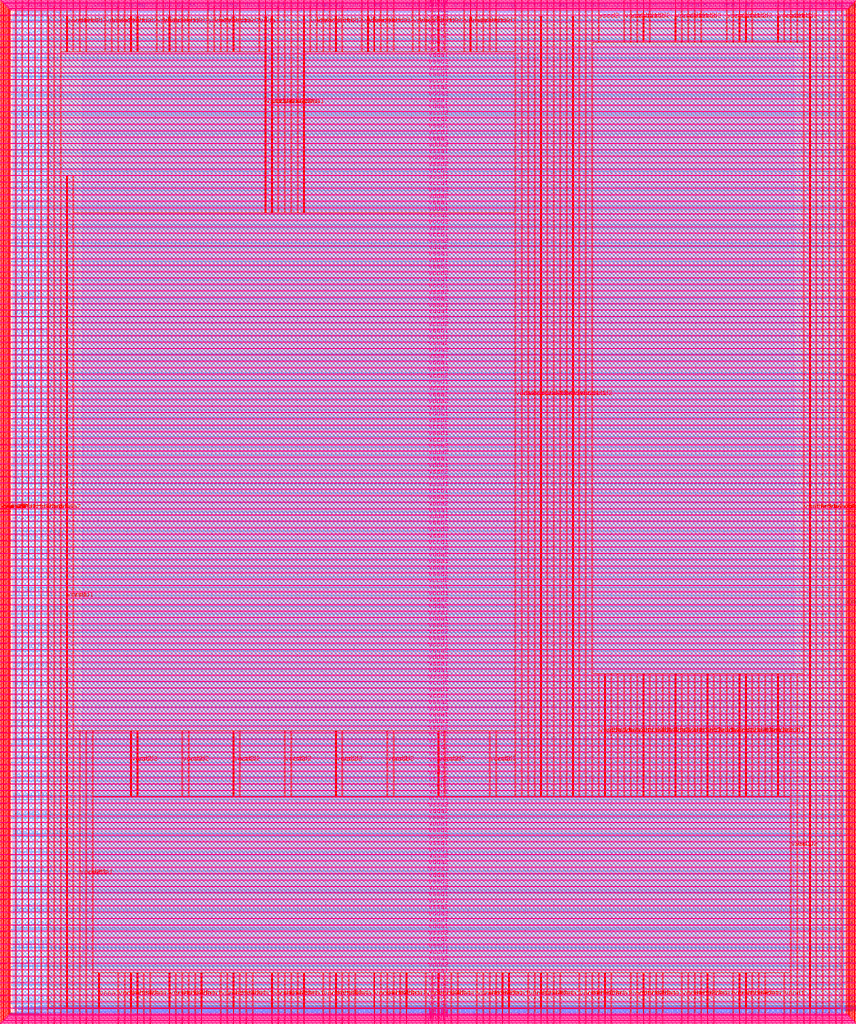
<source format=lef>
VERSION 5.7 ;
  NOWIREEXTENSIONATPIN ON ;
  DIVIDERCHAR "/" ;
  BUSBITCHARS "[]" ;
MACRO user_project_wrapper
  CLASS BLOCK ;
  FOREIGN user_project_wrapper ;
  ORIGIN 0.000 0.000 ;
  SIZE 2920.000 BY 3520.000 ;
  PIN analog_io[0]
    DIRECTION INOUT ;
    USE SIGNAL ;
    PORT
      LAYER met3 ;
        RECT 2917.600 1426.380 2924.800 1427.580 ;
    END
  END analog_io[0]
  PIN analog_io[10]
    DIRECTION INOUT ;
    USE SIGNAL ;
    PORT
      LAYER met2 ;
        RECT 2230.490 3517.600 2231.050 3524.800 ;
    END
  END analog_io[10]
  PIN analog_io[11]
    DIRECTION INOUT ;
    USE SIGNAL ;
    PORT
      LAYER met2 ;
        RECT 1905.730 3517.600 1906.290 3524.800 ;
    END
  END analog_io[11]
  PIN analog_io[12]
    DIRECTION INOUT ;
    USE SIGNAL ;
    PORT
      LAYER met2 ;
        RECT 1581.430 3517.600 1581.990 3524.800 ;
    END
  END analog_io[12]
  PIN analog_io[13]
    DIRECTION INOUT ;
    USE SIGNAL ;
    PORT
      LAYER met2 ;
        RECT 1257.130 3517.600 1257.690 3524.800 ;
    END
  END analog_io[13]
  PIN analog_io[14]
    DIRECTION INOUT ;
    USE SIGNAL ;
    PORT
      LAYER met2 ;
        RECT 932.370 3517.600 932.930 3524.800 ;
    END
  END analog_io[14]
  PIN analog_io[15]
    DIRECTION INOUT ;
    USE SIGNAL ;
    PORT
      LAYER met2 ;
        RECT 608.070 3517.600 608.630 3524.800 ;
    END
  END analog_io[15]
  PIN analog_io[16]
    DIRECTION INOUT ;
    USE SIGNAL ;
    PORT
      LAYER met2 ;
        RECT 283.770 3517.600 284.330 3524.800 ;
    END
  END analog_io[16]
  PIN analog_io[17]
    DIRECTION INOUT ;
    USE SIGNAL ;
    PORT
      LAYER met3 ;
        RECT -4.800 3486.100 2.400 3487.300 ;
    END
  END analog_io[17]
  PIN analog_io[18]
    DIRECTION INOUT ;
    USE SIGNAL ;
    PORT
      LAYER met3 ;
        RECT -4.800 3224.980 2.400 3226.180 ;
    END
  END analog_io[18]
  PIN analog_io[19]
    DIRECTION INOUT ;
    USE SIGNAL ;
    PORT
      LAYER met3 ;
        RECT -4.800 2964.540 2.400 2965.740 ;
    END
  END analog_io[19]
  PIN analog_io[1]
    DIRECTION INOUT ;
    USE SIGNAL ;
    PORT
      LAYER met3 ;
        RECT 2917.600 1692.260 2924.800 1693.460 ;
    END
  END analog_io[1]
  PIN analog_io[20]
    DIRECTION INOUT ;
    USE SIGNAL ;
    PORT
      LAYER met3 ;
        RECT -4.800 2703.420 2.400 2704.620 ;
    END
  END analog_io[20]
  PIN analog_io[21]
    DIRECTION INOUT ;
    USE SIGNAL ;
    PORT
      LAYER met3 ;
        RECT -4.800 2442.980 2.400 2444.180 ;
    END
  END analog_io[21]
  PIN analog_io[22]
    DIRECTION INOUT ;
    USE SIGNAL ;
    PORT
      LAYER met3 ;
        RECT -4.800 2182.540 2.400 2183.740 ;
    END
  END analog_io[22]
  PIN analog_io[23]
    DIRECTION INOUT ;
    USE SIGNAL ;
    PORT
      LAYER met3 ;
        RECT -4.800 1921.420 2.400 1922.620 ;
    END
  END analog_io[23]
  PIN analog_io[24]
    DIRECTION INOUT ;
    USE SIGNAL ;
    PORT
      LAYER met3 ;
        RECT -4.800 1660.980 2.400 1662.180 ;
    END
  END analog_io[24]
  PIN analog_io[25]
    DIRECTION INOUT ;
    USE SIGNAL ;
    PORT
      LAYER met3 ;
        RECT -4.800 1399.860 2.400 1401.060 ;
    END
  END analog_io[25]
  PIN analog_io[26]
    DIRECTION INOUT ;
    USE SIGNAL ;
    PORT
      LAYER met3 ;
        RECT -4.800 1139.420 2.400 1140.620 ;
    END
  END analog_io[26]
  PIN analog_io[27]
    DIRECTION INOUT ;
    USE SIGNAL ;
    PORT
      LAYER met3 ;
        RECT -4.800 878.980 2.400 880.180 ;
    END
  END analog_io[27]
  PIN analog_io[28]
    DIRECTION INOUT ;
    USE SIGNAL ;
    PORT
      LAYER met3 ;
        RECT -4.800 617.860 2.400 619.060 ;
    END
  END analog_io[28]
  PIN analog_io[2]
    DIRECTION INOUT ;
    USE SIGNAL ;
    PORT
      LAYER met3 ;
        RECT 2917.600 1958.140 2924.800 1959.340 ;
    END
  END analog_io[2]
  PIN analog_io[3]
    DIRECTION INOUT ;
    USE SIGNAL ;
    PORT
      LAYER met3 ;
        RECT 2917.600 2223.340 2924.800 2224.540 ;
    END
  END analog_io[3]
  PIN analog_io[4]
    DIRECTION INOUT ;
    USE SIGNAL ;
    PORT
      LAYER met3 ;
        RECT 2917.600 2489.220 2924.800 2490.420 ;
    END
  END analog_io[4]
  PIN analog_io[5]
    DIRECTION INOUT ;
    USE SIGNAL ;
    PORT
      LAYER met3 ;
        RECT 2917.600 2755.100 2924.800 2756.300 ;
    END
  END analog_io[5]
  PIN analog_io[6]
    DIRECTION INOUT ;
    USE SIGNAL ;
    PORT
      LAYER met3 ;
        RECT 2917.600 3020.300 2924.800 3021.500 ;
    END
  END analog_io[6]
  PIN analog_io[7]
    DIRECTION INOUT ;
    USE SIGNAL ;
    PORT
      LAYER met3 ;
        RECT 2917.600 3286.180 2924.800 3287.380 ;
    END
  END analog_io[7]
  PIN analog_io[8]
    DIRECTION INOUT ;
    USE SIGNAL ;
    PORT
      LAYER met2 ;
        RECT 2879.090 3517.600 2879.650 3524.800 ;
    END
  END analog_io[8]
  PIN analog_io[9]
    DIRECTION INOUT ;
    USE SIGNAL ;
    PORT
      LAYER met2 ;
        RECT 2554.790 3517.600 2555.350 3524.800 ;
    END
  END analog_io[9]
  PIN io_in[0]
    DIRECTION INPUT ;
    USE SIGNAL ;
    PORT
      LAYER met3 ;
        RECT 2917.600 32.380 2924.800 33.580 ;
    END
  END io_in[0]
  PIN io_in[10]
    DIRECTION INPUT ;
    USE SIGNAL ;
    PORT
      LAYER met3 ;
        RECT 2917.600 2289.980 2924.800 2291.180 ;
    END
  END io_in[10]
  PIN io_in[11]
    DIRECTION INPUT ;
    USE SIGNAL ;
    PORT
      LAYER met3 ;
        RECT 2917.600 2555.860 2924.800 2557.060 ;
    END
  END io_in[11]
  PIN io_in[12]
    DIRECTION INPUT ;
    USE SIGNAL ;
    PORT
      LAYER met3 ;
        RECT 2917.600 2821.060 2924.800 2822.260 ;
    END
  END io_in[12]
  PIN io_in[13]
    DIRECTION INPUT ;
    USE SIGNAL ;
    PORT
      LAYER met3 ;
        RECT 2917.600 3086.940 2924.800 3088.140 ;
    END
  END io_in[13]
  PIN io_in[14]
    DIRECTION INPUT ;
    USE SIGNAL ;
    PORT
      LAYER met3 ;
        RECT 2917.600 3352.820 2924.800 3354.020 ;
    END
  END io_in[14]
  PIN io_in[15]
    DIRECTION INPUT ;
    USE SIGNAL ;
    PORT
      LAYER met2 ;
        RECT 2798.130 3517.600 2798.690 3524.800 ;
    END
  END io_in[15]
  PIN io_in[16]
    DIRECTION INPUT ;
    USE SIGNAL ;
    PORT
      LAYER met2 ;
        RECT 2473.830 3517.600 2474.390 3524.800 ;
    END
  END io_in[16]
  PIN io_in[17]
    DIRECTION INPUT ;
    USE SIGNAL ;
    PORT
      LAYER met2 ;
        RECT 2149.070 3517.600 2149.630 3524.800 ;
    END
  END io_in[17]
  PIN io_in[18]
    DIRECTION INPUT ;
    USE SIGNAL ;
    PORT
      LAYER met2 ;
        RECT 1824.770 3517.600 1825.330 3524.800 ;
    END
  END io_in[18]
  PIN io_in[19]
    DIRECTION INPUT ;
    USE SIGNAL ;
    PORT
      LAYER met2 ;
        RECT 1500.470 3517.600 1501.030 3524.800 ;
    END
  END io_in[19]
  PIN io_in[1]
    DIRECTION INPUT ;
    USE SIGNAL ;
    PORT
      LAYER met3 ;
        RECT 2917.600 230.940 2924.800 232.140 ;
    END
  END io_in[1]
  PIN io_in[20]
    DIRECTION INPUT ;
    USE SIGNAL ;
    PORT
      LAYER met2 ;
        RECT 1175.710 3517.600 1176.270 3524.800 ;
    END
  END io_in[20]
  PIN io_in[21]
    DIRECTION INPUT ;
    USE SIGNAL ;
    PORT
      LAYER met2 ;
        RECT 851.410 3517.600 851.970 3524.800 ;
    END
  END io_in[21]
  PIN io_in[22]
    DIRECTION INPUT ;
    USE SIGNAL ;
    PORT
      LAYER met2 ;
        RECT 527.110 3517.600 527.670 3524.800 ;
    END
  END io_in[22]
  PIN io_in[23]
    DIRECTION INPUT ;
    USE SIGNAL ;
    PORT
      LAYER met2 ;
        RECT 202.350 3517.600 202.910 3524.800 ;
    END
  END io_in[23]
  PIN io_in[24]
    DIRECTION INPUT ;
    USE SIGNAL ;
    PORT
      LAYER met3 ;
        RECT -4.800 3420.820 2.400 3422.020 ;
    END
  END io_in[24]
  PIN io_in[25]
    DIRECTION INPUT ;
    USE SIGNAL ;
    PORT
      LAYER met3 ;
        RECT -4.800 3159.700 2.400 3160.900 ;
    END
  END io_in[25]
  PIN io_in[26]
    DIRECTION INPUT ;
    USE SIGNAL ;
    PORT
      LAYER met3 ;
        RECT -4.800 2899.260 2.400 2900.460 ;
    END
  END io_in[26]
  PIN io_in[27]
    DIRECTION INPUT ;
    USE SIGNAL ;
    PORT
      LAYER met3 ;
        RECT -4.800 2638.820 2.400 2640.020 ;
    END
  END io_in[27]
  PIN io_in[28]
    DIRECTION INPUT ;
    USE SIGNAL ;
    PORT
      LAYER met3 ;
        RECT -4.800 2377.700 2.400 2378.900 ;
    END
  END io_in[28]
  PIN io_in[29]
    DIRECTION INPUT ;
    USE SIGNAL ;
    PORT
      LAYER met3 ;
        RECT -4.800 2117.260 2.400 2118.460 ;
    END
  END io_in[29]
  PIN io_in[2]
    DIRECTION INPUT ;
    USE SIGNAL ;
    PORT
      LAYER met3 ;
        RECT 2917.600 430.180 2924.800 431.380 ;
    END
  END io_in[2]
  PIN io_in[30]
    DIRECTION INPUT ;
    USE SIGNAL ;
    PORT
      LAYER met3 ;
        RECT -4.800 1856.140 2.400 1857.340 ;
    END
  END io_in[30]
  PIN io_in[31]
    DIRECTION INPUT ;
    USE SIGNAL ;
    PORT
      LAYER met3 ;
        RECT -4.800 1595.700 2.400 1596.900 ;
    END
  END io_in[31]
  PIN io_in[32]
    DIRECTION INPUT ;
    USE SIGNAL ;
    PORT
      LAYER met3 ;
        RECT -4.800 1335.260 2.400 1336.460 ;
    END
  END io_in[32]
  PIN io_in[33]
    DIRECTION INPUT ;
    USE SIGNAL ;
    PORT
      LAYER met3 ;
        RECT -4.800 1074.140 2.400 1075.340 ;
    END
  END io_in[33]
  PIN io_in[34]
    DIRECTION INPUT ;
    USE SIGNAL ;
    PORT
      LAYER met3 ;
        RECT -4.800 813.700 2.400 814.900 ;
    END
  END io_in[34]
  PIN io_in[35]
    DIRECTION INPUT ;
    USE SIGNAL ;
    PORT
      LAYER met3 ;
        RECT -4.800 552.580 2.400 553.780 ;
    END
  END io_in[35]
  PIN io_in[36]
    DIRECTION INPUT ;
    USE SIGNAL ;
    PORT
      LAYER met3 ;
        RECT -4.800 357.420 2.400 358.620 ;
    END
  END io_in[36]
  PIN io_in[37]
    DIRECTION INPUT ;
    USE SIGNAL ;
    PORT
      LAYER met3 ;
        RECT -4.800 161.580 2.400 162.780 ;
    END
  END io_in[37]
  PIN io_in[3]
    DIRECTION INPUT ;
    USE SIGNAL ;
    PORT
      LAYER met3 ;
        RECT 2917.600 629.420 2924.800 630.620 ;
    END
  END io_in[3]
  PIN io_in[4]
    DIRECTION INPUT ;
    USE SIGNAL ;
    PORT
      LAYER met3 ;
        RECT 2917.600 828.660 2924.800 829.860 ;
    END
  END io_in[4]
  PIN io_in[5]
    DIRECTION INPUT ;
    USE SIGNAL ;
    PORT
      LAYER met3 ;
        RECT 2917.600 1027.900 2924.800 1029.100 ;
    END
  END io_in[5]
  PIN io_in[6]
    DIRECTION INPUT ;
    USE SIGNAL ;
    PORT
      LAYER met3 ;
        RECT 2917.600 1227.140 2924.800 1228.340 ;
    END
  END io_in[6]
  PIN io_in[7]
    DIRECTION INPUT ;
    USE SIGNAL ;
    PORT
      LAYER met3 ;
        RECT 2917.600 1493.020 2924.800 1494.220 ;
    END
  END io_in[7]
  PIN io_in[8]
    DIRECTION INPUT ;
    USE SIGNAL ;
    PORT
      LAYER met3 ;
        RECT 2917.600 1758.900 2924.800 1760.100 ;
    END
  END io_in[8]
  PIN io_in[9]
    DIRECTION INPUT ;
    USE SIGNAL ;
    PORT
      LAYER met3 ;
        RECT 2917.600 2024.100 2924.800 2025.300 ;
    END
  END io_in[9]
  PIN io_oeb[0]
    DIRECTION OUTPUT TRISTATE ;
    USE SIGNAL ;
    PORT
      LAYER met3 ;
        RECT 2917.600 164.980 2924.800 166.180 ;
    END
  END io_oeb[0]
  PIN io_oeb[10]
    DIRECTION OUTPUT TRISTATE ;
    USE SIGNAL ;
    PORT
      LAYER met3 ;
        RECT 2917.600 2422.580 2924.800 2423.780 ;
    END
  END io_oeb[10]
  PIN io_oeb[11]
    DIRECTION OUTPUT TRISTATE ;
    USE SIGNAL ;
    PORT
      LAYER met3 ;
        RECT 2917.600 2688.460 2924.800 2689.660 ;
    END
  END io_oeb[11]
  PIN io_oeb[12]
    DIRECTION OUTPUT TRISTATE ;
    USE SIGNAL ;
    PORT
      LAYER met3 ;
        RECT 2917.600 2954.340 2924.800 2955.540 ;
    END
  END io_oeb[12]
  PIN io_oeb[13]
    DIRECTION OUTPUT TRISTATE ;
    USE SIGNAL ;
    PORT
      LAYER met3 ;
        RECT 2917.600 3219.540 2924.800 3220.740 ;
    END
  END io_oeb[13]
  PIN io_oeb[14]
    DIRECTION OUTPUT TRISTATE ;
    USE SIGNAL ;
    PORT
      LAYER met3 ;
        RECT 2917.600 3485.420 2924.800 3486.620 ;
    END
  END io_oeb[14]
  PIN io_oeb[15]
    DIRECTION OUTPUT TRISTATE ;
    USE SIGNAL ;
    PORT
      LAYER met2 ;
        RECT 2635.750 3517.600 2636.310 3524.800 ;
    END
  END io_oeb[15]
  PIN io_oeb[16]
    DIRECTION OUTPUT TRISTATE ;
    USE SIGNAL ;
    PORT
      LAYER met2 ;
        RECT 2311.450 3517.600 2312.010 3524.800 ;
    END
  END io_oeb[16]
  PIN io_oeb[17]
    DIRECTION OUTPUT TRISTATE ;
    USE SIGNAL ;
    PORT
      LAYER met2 ;
        RECT 1987.150 3517.600 1987.710 3524.800 ;
    END
  END io_oeb[17]
  PIN io_oeb[18]
    DIRECTION OUTPUT TRISTATE ;
    USE SIGNAL ;
    PORT
      LAYER met2 ;
        RECT 1662.390 3517.600 1662.950 3524.800 ;
    END
  END io_oeb[18]
  PIN io_oeb[19]
    DIRECTION OUTPUT TRISTATE ;
    USE SIGNAL ;
    PORT
      LAYER met2 ;
        RECT 1338.090 3517.600 1338.650 3524.800 ;
    END
  END io_oeb[19]
  PIN io_oeb[1]
    DIRECTION OUTPUT TRISTATE ;
    USE SIGNAL ;
    PORT
      LAYER met3 ;
        RECT 2917.600 364.220 2924.800 365.420 ;
    END
  END io_oeb[1]
  PIN io_oeb[20]
    DIRECTION OUTPUT TRISTATE ;
    USE SIGNAL ;
    PORT
      LAYER met2 ;
        RECT 1013.790 3517.600 1014.350 3524.800 ;
    END
  END io_oeb[20]
  PIN io_oeb[21]
    DIRECTION OUTPUT TRISTATE ;
    USE SIGNAL ;
    PORT
      LAYER met2 ;
        RECT 689.030 3517.600 689.590 3524.800 ;
    END
  END io_oeb[21]
  PIN io_oeb[22]
    DIRECTION OUTPUT TRISTATE ;
    USE SIGNAL ;
    PORT
      LAYER met2 ;
        RECT 364.730 3517.600 365.290 3524.800 ;
    END
  END io_oeb[22]
  PIN io_oeb[23]
    DIRECTION OUTPUT TRISTATE ;
    USE SIGNAL ;
    PORT
      LAYER met2 ;
        RECT 40.430 3517.600 40.990 3524.800 ;
    END
  END io_oeb[23]
  PIN io_oeb[24]
    DIRECTION OUTPUT TRISTATE ;
    USE SIGNAL ;
    PORT
      LAYER met3 ;
        RECT -4.800 3290.260 2.400 3291.460 ;
    END
  END io_oeb[24]
  PIN io_oeb[25]
    DIRECTION OUTPUT TRISTATE ;
    USE SIGNAL ;
    PORT
      LAYER met3 ;
        RECT -4.800 3029.820 2.400 3031.020 ;
    END
  END io_oeb[25]
  PIN io_oeb[26]
    DIRECTION OUTPUT TRISTATE ;
    USE SIGNAL ;
    PORT
      LAYER met3 ;
        RECT -4.800 2768.700 2.400 2769.900 ;
    END
  END io_oeb[26]
  PIN io_oeb[27]
    DIRECTION OUTPUT TRISTATE ;
    USE SIGNAL ;
    PORT
      LAYER met3 ;
        RECT -4.800 2508.260 2.400 2509.460 ;
    END
  END io_oeb[27]
  PIN io_oeb[28]
    DIRECTION OUTPUT TRISTATE ;
    USE SIGNAL ;
    PORT
      LAYER met3 ;
        RECT -4.800 2247.140 2.400 2248.340 ;
    END
  END io_oeb[28]
  PIN io_oeb[29]
    DIRECTION OUTPUT TRISTATE ;
    USE SIGNAL ;
    PORT
      LAYER met3 ;
        RECT -4.800 1986.700 2.400 1987.900 ;
    END
  END io_oeb[29]
  PIN io_oeb[2]
    DIRECTION OUTPUT TRISTATE ;
    USE SIGNAL ;
    PORT
      LAYER met3 ;
        RECT 2917.600 563.460 2924.800 564.660 ;
    END
  END io_oeb[2]
  PIN io_oeb[30]
    DIRECTION OUTPUT TRISTATE ;
    USE SIGNAL ;
    PORT
      LAYER met3 ;
        RECT -4.800 1726.260 2.400 1727.460 ;
    END
  END io_oeb[30]
  PIN io_oeb[31]
    DIRECTION OUTPUT TRISTATE ;
    USE SIGNAL ;
    PORT
      LAYER met3 ;
        RECT -4.800 1465.140 2.400 1466.340 ;
    END
  END io_oeb[31]
  PIN io_oeb[32]
    DIRECTION OUTPUT TRISTATE ;
    USE SIGNAL ;
    PORT
      LAYER met3 ;
        RECT -4.800 1204.700 2.400 1205.900 ;
    END
  END io_oeb[32]
  PIN io_oeb[33]
    DIRECTION OUTPUT TRISTATE ;
    USE SIGNAL ;
    PORT
      LAYER met3 ;
        RECT -4.800 943.580 2.400 944.780 ;
    END
  END io_oeb[33]
  PIN io_oeb[34]
    DIRECTION OUTPUT TRISTATE ;
    USE SIGNAL ;
    PORT
      LAYER met3 ;
        RECT -4.800 683.140 2.400 684.340 ;
    END
  END io_oeb[34]
  PIN io_oeb[35]
    DIRECTION OUTPUT TRISTATE ;
    USE SIGNAL ;
    PORT
      LAYER met3 ;
        RECT -4.800 422.700 2.400 423.900 ;
    END
  END io_oeb[35]
  PIN io_oeb[36]
    DIRECTION OUTPUT TRISTATE ;
    USE SIGNAL ;
    PORT
      LAYER met3 ;
        RECT -4.800 226.860 2.400 228.060 ;
    END
  END io_oeb[36]
  PIN io_oeb[37]
    DIRECTION OUTPUT TRISTATE ;
    USE SIGNAL ;
    PORT
      LAYER met3 ;
        RECT -4.800 31.700 2.400 32.900 ;
    END
  END io_oeb[37]
  PIN io_oeb[3]
    DIRECTION OUTPUT TRISTATE ;
    USE SIGNAL ;
    PORT
      LAYER met3 ;
        RECT 2917.600 762.700 2924.800 763.900 ;
    END
  END io_oeb[3]
  PIN io_oeb[4]
    DIRECTION OUTPUT TRISTATE ;
    USE SIGNAL ;
    PORT
      LAYER met3 ;
        RECT 2917.600 961.940 2924.800 963.140 ;
    END
  END io_oeb[4]
  PIN io_oeb[5]
    DIRECTION OUTPUT TRISTATE ;
    USE SIGNAL ;
    PORT
      LAYER met3 ;
        RECT 2917.600 1161.180 2924.800 1162.380 ;
    END
  END io_oeb[5]
  PIN io_oeb[6]
    DIRECTION OUTPUT TRISTATE ;
    USE SIGNAL ;
    PORT
      LAYER met3 ;
        RECT 2917.600 1360.420 2924.800 1361.620 ;
    END
  END io_oeb[6]
  PIN io_oeb[7]
    DIRECTION OUTPUT TRISTATE ;
    USE SIGNAL ;
    PORT
      LAYER met3 ;
        RECT 2917.600 1625.620 2924.800 1626.820 ;
    END
  END io_oeb[7]
  PIN io_oeb[8]
    DIRECTION OUTPUT TRISTATE ;
    USE SIGNAL ;
    PORT
      LAYER met3 ;
        RECT 2917.600 1891.500 2924.800 1892.700 ;
    END
  END io_oeb[8]
  PIN io_oeb[9]
    DIRECTION OUTPUT TRISTATE ;
    USE SIGNAL ;
    PORT
      LAYER met3 ;
        RECT 2917.600 2157.380 2924.800 2158.580 ;
    END
  END io_oeb[9]
  PIN io_out[0]
    DIRECTION OUTPUT TRISTATE ;
    USE SIGNAL ;
    PORT
      LAYER met3 ;
        RECT 2917.600 98.340 2924.800 99.540 ;
    END
  END io_out[0]
  PIN io_out[10]
    DIRECTION OUTPUT TRISTATE ;
    USE SIGNAL ;
    PORT
      LAYER met3 ;
        RECT 2917.600 2356.620 2924.800 2357.820 ;
    END
  END io_out[10]
  PIN io_out[11]
    DIRECTION OUTPUT TRISTATE ;
    USE SIGNAL ;
    PORT
      LAYER met3 ;
        RECT 2917.600 2621.820 2924.800 2623.020 ;
    END
  END io_out[11]
  PIN io_out[12]
    DIRECTION OUTPUT TRISTATE ;
    USE SIGNAL ;
    PORT
      LAYER met3 ;
        RECT 2917.600 2887.700 2924.800 2888.900 ;
    END
  END io_out[12]
  PIN io_out[13]
    DIRECTION OUTPUT TRISTATE ;
    USE SIGNAL ;
    PORT
      LAYER met3 ;
        RECT 2917.600 3153.580 2924.800 3154.780 ;
    END
  END io_out[13]
  PIN io_out[14]
    DIRECTION OUTPUT TRISTATE ;
    USE SIGNAL ;
    PORT
      LAYER met3 ;
        RECT 2917.600 3418.780 2924.800 3419.980 ;
    END
  END io_out[14]
  PIN io_out[15]
    DIRECTION OUTPUT TRISTATE ;
    USE SIGNAL ;
    PORT
      LAYER met2 ;
        RECT 2717.170 3517.600 2717.730 3524.800 ;
    END
  END io_out[15]
  PIN io_out[16]
    DIRECTION OUTPUT TRISTATE ;
    USE SIGNAL ;
    PORT
      LAYER met2 ;
        RECT 2392.410 3517.600 2392.970 3524.800 ;
    END
  END io_out[16]
  PIN io_out[17]
    DIRECTION OUTPUT TRISTATE ;
    USE SIGNAL ;
    PORT
      LAYER met2 ;
        RECT 2068.110 3517.600 2068.670 3524.800 ;
    END
  END io_out[17]
  PIN io_out[18]
    DIRECTION OUTPUT TRISTATE ;
    USE SIGNAL ;
    PORT
      LAYER met2 ;
        RECT 1743.810 3517.600 1744.370 3524.800 ;
    END
  END io_out[18]
  PIN io_out[19]
    DIRECTION OUTPUT TRISTATE ;
    USE SIGNAL ;
    PORT
      LAYER met2 ;
        RECT 1419.050 3517.600 1419.610 3524.800 ;
    END
  END io_out[19]
  PIN io_out[1]
    DIRECTION OUTPUT TRISTATE ;
    USE SIGNAL ;
    PORT
      LAYER met3 ;
        RECT 2917.600 297.580 2924.800 298.780 ;
    END
  END io_out[1]
  PIN io_out[20]
    DIRECTION OUTPUT TRISTATE ;
    USE SIGNAL ;
    PORT
      LAYER met2 ;
        RECT 1094.750 3517.600 1095.310 3524.800 ;
    END
  END io_out[20]
  PIN io_out[21]
    DIRECTION OUTPUT TRISTATE ;
    USE SIGNAL ;
    PORT
      LAYER met2 ;
        RECT 770.450 3517.600 771.010 3524.800 ;
    END
  END io_out[21]
  PIN io_out[22]
    DIRECTION OUTPUT TRISTATE ;
    USE SIGNAL ;
    PORT
      LAYER met2 ;
        RECT 445.690 3517.600 446.250 3524.800 ;
    END
  END io_out[22]
  PIN io_out[23]
    DIRECTION OUTPUT TRISTATE ;
    USE SIGNAL ;
    PORT
      LAYER met2 ;
        RECT 121.390 3517.600 121.950 3524.800 ;
    END
  END io_out[23]
  PIN io_out[24]
    DIRECTION OUTPUT TRISTATE ;
    USE SIGNAL ;
    PORT
      LAYER met3 ;
        RECT -4.800 3355.540 2.400 3356.740 ;
    END
  END io_out[24]
  PIN io_out[25]
    DIRECTION OUTPUT TRISTATE ;
    USE SIGNAL ;
    PORT
      LAYER met3 ;
        RECT -4.800 3095.100 2.400 3096.300 ;
    END
  END io_out[25]
  PIN io_out[26]
    DIRECTION OUTPUT TRISTATE ;
    USE SIGNAL ;
    PORT
      LAYER met3 ;
        RECT -4.800 2833.980 2.400 2835.180 ;
    END
  END io_out[26]
  PIN io_out[27]
    DIRECTION OUTPUT TRISTATE ;
    USE SIGNAL ;
    PORT
      LAYER met3 ;
        RECT -4.800 2573.540 2.400 2574.740 ;
    END
  END io_out[27]
  PIN io_out[28]
    DIRECTION OUTPUT TRISTATE ;
    USE SIGNAL ;
    PORT
      LAYER met3 ;
        RECT -4.800 2312.420 2.400 2313.620 ;
    END
  END io_out[28]
  PIN io_out[29]
    DIRECTION OUTPUT TRISTATE ;
    USE SIGNAL ;
    PORT
      LAYER met3 ;
        RECT -4.800 2051.980 2.400 2053.180 ;
    END
  END io_out[29]
  PIN io_out[2]
    DIRECTION OUTPUT TRISTATE ;
    USE SIGNAL ;
    PORT
      LAYER met3 ;
        RECT 2917.600 496.820 2924.800 498.020 ;
    END
  END io_out[2]
  PIN io_out[30]
    DIRECTION OUTPUT TRISTATE ;
    USE SIGNAL ;
    PORT
      LAYER met3 ;
        RECT -4.800 1791.540 2.400 1792.740 ;
    END
  END io_out[30]
  PIN io_out[31]
    DIRECTION OUTPUT TRISTATE ;
    USE SIGNAL ;
    PORT
      LAYER met3 ;
        RECT -4.800 1530.420 2.400 1531.620 ;
    END
  END io_out[31]
  PIN io_out[32]
    DIRECTION OUTPUT TRISTATE ;
    USE SIGNAL ;
    PORT
      LAYER met3 ;
        RECT -4.800 1269.980 2.400 1271.180 ;
    END
  END io_out[32]
  PIN io_out[33]
    DIRECTION OUTPUT TRISTATE ;
    USE SIGNAL ;
    PORT
      LAYER met3 ;
        RECT -4.800 1008.860 2.400 1010.060 ;
    END
  END io_out[33]
  PIN io_out[34]
    DIRECTION OUTPUT TRISTATE ;
    USE SIGNAL ;
    PORT
      LAYER met3 ;
        RECT -4.800 748.420 2.400 749.620 ;
    END
  END io_out[34]
  PIN io_out[35]
    DIRECTION OUTPUT TRISTATE ;
    USE SIGNAL ;
    PORT
      LAYER met3 ;
        RECT -4.800 487.300 2.400 488.500 ;
    END
  END io_out[35]
  PIN io_out[36]
    DIRECTION OUTPUT TRISTATE ;
    USE SIGNAL ;
    PORT
      LAYER met3 ;
        RECT -4.800 292.140 2.400 293.340 ;
    END
  END io_out[36]
  PIN io_out[37]
    DIRECTION OUTPUT TRISTATE ;
    USE SIGNAL ;
    PORT
      LAYER met3 ;
        RECT -4.800 96.300 2.400 97.500 ;
    END
  END io_out[37]
  PIN io_out[3]
    DIRECTION OUTPUT TRISTATE ;
    USE SIGNAL ;
    PORT
      LAYER met3 ;
        RECT 2917.600 696.060 2924.800 697.260 ;
    END
  END io_out[3]
  PIN io_out[4]
    DIRECTION OUTPUT TRISTATE ;
    USE SIGNAL ;
    PORT
      LAYER met3 ;
        RECT 2917.600 895.300 2924.800 896.500 ;
    END
  END io_out[4]
  PIN io_out[5]
    DIRECTION OUTPUT TRISTATE ;
    USE SIGNAL ;
    PORT
      LAYER met3 ;
        RECT 2917.600 1094.540 2924.800 1095.740 ;
    END
  END io_out[5]
  PIN io_out[6]
    DIRECTION OUTPUT TRISTATE ;
    USE SIGNAL ;
    PORT
      LAYER met3 ;
        RECT 2917.600 1293.780 2924.800 1294.980 ;
    END
  END io_out[6]
  PIN io_out[7]
    DIRECTION OUTPUT TRISTATE ;
    USE SIGNAL ;
    PORT
      LAYER met3 ;
        RECT 2917.600 1559.660 2924.800 1560.860 ;
    END
  END io_out[7]
  PIN io_out[8]
    DIRECTION OUTPUT TRISTATE ;
    USE SIGNAL ;
    PORT
      LAYER met3 ;
        RECT 2917.600 1824.860 2924.800 1826.060 ;
    END
  END io_out[8]
  PIN io_out[9]
    DIRECTION OUTPUT TRISTATE ;
    USE SIGNAL ;
    PORT
      LAYER met3 ;
        RECT 2917.600 2090.740 2924.800 2091.940 ;
    END
  END io_out[9]
  PIN la_data_in[0]
    DIRECTION INPUT ;
    USE SIGNAL ;
    PORT
      LAYER met2 ;
        RECT 629.230 -4.800 629.790 2.400 ;
    END
  END la_data_in[0]
  PIN la_data_in[100]
    DIRECTION INPUT ;
    USE SIGNAL ;
    PORT
      LAYER met2 ;
        RECT 2402.530 -4.800 2403.090 2.400 ;
    END
  END la_data_in[100]
  PIN la_data_in[101]
    DIRECTION INPUT ;
    USE SIGNAL ;
    PORT
      LAYER met2 ;
        RECT 2420.010 -4.800 2420.570 2.400 ;
    END
  END la_data_in[101]
  PIN la_data_in[102]
    DIRECTION INPUT ;
    USE SIGNAL ;
    PORT
      LAYER met2 ;
        RECT 2437.950 -4.800 2438.510 2.400 ;
    END
  END la_data_in[102]
  PIN la_data_in[103]
    DIRECTION INPUT ;
    USE SIGNAL ;
    PORT
      LAYER met2 ;
        RECT 2455.430 -4.800 2455.990 2.400 ;
    END
  END la_data_in[103]
  PIN la_data_in[104]
    DIRECTION INPUT ;
    USE SIGNAL ;
    PORT
      LAYER met2 ;
        RECT 2473.370 -4.800 2473.930 2.400 ;
    END
  END la_data_in[104]
  PIN la_data_in[105]
    DIRECTION INPUT ;
    USE SIGNAL ;
    PORT
      LAYER met2 ;
        RECT 2490.850 -4.800 2491.410 2.400 ;
    END
  END la_data_in[105]
  PIN la_data_in[106]
    DIRECTION INPUT ;
    USE SIGNAL ;
    PORT
      LAYER met2 ;
        RECT 2508.790 -4.800 2509.350 2.400 ;
    END
  END la_data_in[106]
  PIN la_data_in[107]
    DIRECTION INPUT ;
    USE SIGNAL ;
    PORT
      LAYER met2 ;
        RECT 2526.730 -4.800 2527.290 2.400 ;
    END
  END la_data_in[107]
  PIN la_data_in[108]
    DIRECTION INPUT ;
    USE SIGNAL ;
    PORT
      LAYER met2 ;
        RECT 2544.210 -4.800 2544.770 2.400 ;
    END
  END la_data_in[108]
  PIN la_data_in[109]
    DIRECTION INPUT ;
    USE SIGNAL ;
    PORT
      LAYER met2 ;
        RECT 2562.150 -4.800 2562.710 2.400 ;
    END
  END la_data_in[109]
  PIN la_data_in[10]
    DIRECTION INPUT ;
    USE SIGNAL ;
    PORT
      LAYER met2 ;
        RECT 806.330 -4.800 806.890 2.400 ;
    END
  END la_data_in[10]
  PIN la_data_in[110]
    DIRECTION INPUT ;
    USE SIGNAL ;
    PORT
      LAYER met2 ;
        RECT 2579.630 -4.800 2580.190 2.400 ;
    END
  END la_data_in[110]
  PIN la_data_in[111]
    DIRECTION INPUT ;
    USE SIGNAL ;
    PORT
      LAYER met2 ;
        RECT 2597.570 -4.800 2598.130 2.400 ;
    END
  END la_data_in[111]
  PIN la_data_in[112]
    DIRECTION INPUT ;
    USE SIGNAL ;
    PORT
      LAYER met2 ;
        RECT 2615.050 -4.800 2615.610 2.400 ;
    END
  END la_data_in[112]
  PIN la_data_in[113]
    DIRECTION INPUT ;
    USE SIGNAL ;
    PORT
      LAYER met2 ;
        RECT 2632.990 -4.800 2633.550 2.400 ;
    END
  END la_data_in[113]
  PIN la_data_in[114]
    DIRECTION INPUT ;
    USE SIGNAL ;
    PORT
      LAYER met2 ;
        RECT 2650.470 -4.800 2651.030 2.400 ;
    END
  END la_data_in[114]
  PIN la_data_in[115]
    DIRECTION INPUT ;
    USE SIGNAL ;
    PORT
      LAYER met2 ;
        RECT 2668.410 -4.800 2668.970 2.400 ;
    END
  END la_data_in[115]
  PIN la_data_in[116]
    DIRECTION INPUT ;
    USE SIGNAL ;
    PORT
      LAYER met2 ;
        RECT 2685.890 -4.800 2686.450 2.400 ;
    END
  END la_data_in[116]
  PIN la_data_in[117]
    DIRECTION INPUT ;
    USE SIGNAL ;
    PORT
      LAYER met2 ;
        RECT 2703.830 -4.800 2704.390 2.400 ;
    END
  END la_data_in[117]
  PIN la_data_in[118]
    DIRECTION INPUT ;
    USE SIGNAL ;
    PORT
      LAYER met2 ;
        RECT 2721.770 -4.800 2722.330 2.400 ;
    END
  END la_data_in[118]
  PIN la_data_in[119]
    DIRECTION INPUT ;
    USE SIGNAL ;
    PORT
      LAYER met2 ;
        RECT 2739.250 -4.800 2739.810 2.400 ;
    END
  END la_data_in[119]
  PIN la_data_in[11]
    DIRECTION INPUT ;
    USE SIGNAL ;
    PORT
      LAYER met2 ;
        RECT 824.270 -4.800 824.830 2.400 ;
    END
  END la_data_in[11]
  PIN la_data_in[120]
    DIRECTION INPUT ;
    USE SIGNAL ;
    PORT
      LAYER met2 ;
        RECT 2757.190 -4.800 2757.750 2.400 ;
    END
  END la_data_in[120]
  PIN la_data_in[121]
    DIRECTION INPUT ;
    USE SIGNAL ;
    PORT
      LAYER met2 ;
        RECT 2774.670 -4.800 2775.230 2.400 ;
    END
  END la_data_in[121]
  PIN la_data_in[122]
    DIRECTION INPUT ;
    USE SIGNAL ;
    PORT
      LAYER met2 ;
        RECT 2792.610 -4.800 2793.170 2.400 ;
    END
  END la_data_in[122]
  PIN la_data_in[123]
    DIRECTION INPUT ;
    USE SIGNAL ;
    PORT
      LAYER met2 ;
        RECT 2810.090 -4.800 2810.650 2.400 ;
    END
  END la_data_in[123]
  PIN la_data_in[124]
    DIRECTION INPUT ;
    USE SIGNAL ;
    PORT
      LAYER met2 ;
        RECT 2828.030 -4.800 2828.590 2.400 ;
    END
  END la_data_in[124]
  PIN la_data_in[125]
    DIRECTION INPUT ;
    USE SIGNAL ;
    PORT
      LAYER met2 ;
        RECT 2845.510 -4.800 2846.070 2.400 ;
    END
  END la_data_in[125]
  PIN la_data_in[126]
    DIRECTION INPUT ;
    USE SIGNAL ;
    PORT
      LAYER met2 ;
        RECT 2863.450 -4.800 2864.010 2.400 ;
    END
  END la_data_in[126]
  PIN la_data_in[127]
    DIRECTION INPUT ;
    USE SIGNAL ;
    PORT
      LAYER met2 ;
        RECT 2881.390 -4.800 2881.950 2.400 ;
    END
  END la_data_in[127]
  PIN la_data_in[12]
    DIRECTION INPUT ;
    USE SIGNAL ;
    PORT
      LAYER met2 ;
        RECT 841.750 -4.800 842.310 2.400 ;
    END
  END la_data_in[12]
  PIN la_data_in[13]
    DIRECTION INPUT ;
    USE SIGNAL ;
    PORT
      LAYER met2 ;
        RECT 859.690 -4.800 860.250 2.400 ;
    END
  END la_data_in[13]
  PIN la_data_in[14]
    DIRECTION INPUT ;
    USE SIGNAL ;
    PORT
      LAYER met2 ;
        RECT 877.170 -4.800 877.730 2.400 ;
    END
  END la_data_in[14]
  PIN la_data_in[15]
    DIRECTION INPUT ;
    USE SIGNAL ;
    PORT
      LAYER met2 ;
        RECT 895.110 -4.800 895.670 2.400 ;
    END
  END la_data_in[15]
  PIN la_data_in[16]
    DIRECTION INPUT ;
    USE SIGNAL ;
    PORT
      LAYER met2 ;
        RECT 912.590 -4.800 913.150 2.400 ;
    END
  END la_data_in[16]
  PIN la_data_in[17]
    DIRECTION INPUT ;
    USE SIGNAL ;
    PORT
      LAYER met2 ;
        RECT 930.530 -4.800 931.090 2.400 ;
    END
  END la_data_in[17]
  PIN la_data_in[18]
    DIRECTION INPUT ;
    USE SIGNAL ;
    PORT
      LAYER met2 ;
        RECT 948.470 -4.800 949.030 2.400 ;
    END
  END la_data_in[18]
  PIN la_data_in[19]
    DIRECTION INPUT ;
    USE SIGNAL ;
    PORT
      LAYER met2 ;
        RECT 965.950 -4.800 966.510 2.400 ;
    END
  END la_data_in[19]
  PIN la_data_in[1]
    DIRECTION INPUT ;
    USE SIGNAL ;
    PORT
      LAYER met2 ;
        RECT 646.710 -4.800 647.270 2.400 ;
    END
  END la_data_in[1]
  PIN la_data_in[20]
    DIRECTION INPUT ;
    USE SIGNAL ;
    PORT
      LAYER met2 ;
        RECT 983.890 -4.800 984.450 2.400 ;
    END
  END la_data_in[20]
  PIN la_data_in[21]
    DIRECTION INPUT ;
    USE SIGNAL ;
    PORT
      LAYER met2 ;
        RECT 1001.370 -4.800 1001.930 2.400 ;
    END
  END la_data_in[21]
  PIN la_data_in[22]
    DIRECTION INPUT ;
    USE SIGNAL ;
    PORT
      LAYER met2 ;
        RECT 1019.310 -4.800 1019.870 2.400 ;
    END
  END la_data_in[22]
  PIN la_data_in[23]
    DIRECTION INPUT ;
    USE SIGNAL ;
    PORT
      LAYER met2 ;
        RECT 1036.790 -4.800 1037.350 2.400 ;
    END
  END la_data_in[23]
  PIN la_data_in[24]
    DIRECTION INPUT ;
    USE SIGNAL ;
    PORT
      LAYER met2 ;
        RECT 1054.730 -4.800 1055.290 2.400 ;
    END
  END la_data_in[24]
  PIN la_data_in[25]
    DIRECTION INPUT ;
    USE SIGNAL ;
    PORT
      LAYER met2 ;
        RECT 1072.210 -4.800 1072.770 2.400 ;
    END
  END la_data_in[25]
  PIN la_data_in[26]
    DIRECTION INPUT ;
    USE SIGNAL ;
    PORT
      LAYER met2 ;
        RECT 1090.150 -4.800 1090.710 2.400 ;
    END
  END la_data_in[26]
  PIN la_data_in[27]
    DIRECTION INPUT ;
    USE SIGNAL ;
    PORT
      LAYER met2 ;
        RECT 1107.630 -4.800 1108.190 2.400 ;
    END
  END la_data_in[27]
  PIN la_data_in[28]
    DIRECTION INPUT ;
    USE SIGNAL ;
    PORT
      LAYER met2 ;
        RECT 1125.570 -4.800 1126.130 2.400 ;
    END
  END la_data_in[28]
  PIN la_data_in[29]
    DIRECTION INPUT ;
    USE SIGNAL ;
    PORT
      LAYER met2 ;
        RECT 1143.510 -4.800 1144.070 2.400 ;
    END
  END la_data_in[29]
  PIN la_data_in[2]
    DIRECTION INPUT ;
    USE SIGNAL ;
    PORT
      LAYER met2 ;
        RECT 664.650 -4.800 665.210 2.400 ;
    END
  END la_data_in[2]
  PIN la_data_in[30]
    DIRECTION INPUT ;
    USE SIGNAL ;
    PORT
      LAYER met2 ;
        RECT 1160.990 -4.800 1161.550 2.400 ;
    END
  END la_data_in[30]
  PIN la_data_in[31]
    DIRECTION INPUT ;
    USE SIGNAL ;
    PORT
      LAYER met2 ;
        RECT 1178.930 -4.800 1179.490 2.400 ;
    END
  END la_data_in[31]
  PIN la_data_in[32]
    DIRECTION INPUT ;
    USE SIGNAL ;
    PORT
      LAYER met2 ;
        RECT 1196.410 -4.800 1196.970 2.400 ;
    END
  END la_data_in[32]
  PIN la_data_in[33]
    DIRECTION INPUT ;
    USE SIGNAL ;
    PORT
      LAYER met2 ;
        RECT 1214.350 -4.800 1214.910 2.400 ;
    END
  END la_data_in[33]
  PIN la_data_in[34]
    DIRECTION INPUT ;
    USE SIGNAL ;
    PORT
      LAYER met2 ;
        RECT 1231.830 -4.800 1232.390 2.400 ;
    END
  END la_data_in[34]
  PIN la_data_in[35]
    DIRECTION INPUT ;
    USE SIGNAL ;
    PORT
      LAYER met2 ;
        RECT 1249.770 -4.800 1250.330 2.400 ;
    END
  END la_data_in[35]
  PIN la_data_in[36]
    DIRECTION INPUT ;
    USE SIGNAL ;
    PORT
      LAYER met2 ;
        RECT 1267.250 -4.800 1267.810 2.400 ;
    END
  END la_data_in[36]
  PIN la_data_in[37]
    DIRECTION INPUT ;
    USE SIGNAL ;
    PORT
      LAYER met2 ;
        RECT 1285.190 -4.800 1285.750 2.400 ;
    END
  END la_data_in[37]
  PIN la_data_in[38]
    DIRECTION INPUT ;
    USE SIGNAL ;
    PORT
      LAYER met2 ;
        RECT 1303.130 -4.800 1303.690 2.400 ;
    END
  END la_data_in[38]
  PIN la_data_in[39]
    DIRECTION INPUT ;
    USE SIGNAL ;
    PORT
      LAYER met2 ;
        RECT 1320.610 -4.800 1321.170 2.400 ;
    END
  END la_data_in[39]
  PIN la_data_in[3]
    DIRECTION INPUT ;
    USE SIGNAL ;
    PORT
      LAYER met2 ;
        RECT 682.130 -4.800 682.690 2.400 ;
    END
  END la_data_in[3]
  PIN la_data_in[40]
    DIRECTION INPUT ;
    USE SIGNAL ;
    PORT
      LAYER met2 ;
        RECT 1338.550 -4.800 1339.110 2.400 ;
    END
  END la_data_in[40]
  PIN la_data_in[41]
    DIRECTION INPUT ;
    USE SIGNAL ;
    PORT
      LAYER met2 ;
        RECT 1356.030 -4.800 1356.590 2.400 ;
    END
  END la_data_in[41]
  PIN la_data_in[42]
    DIRECTION INPUT ;
    USE SIGNAL ;
    PORT
      LAYER met2 ;
        RECT 1373.970 -4.800 1374.530 2.400 ;
    END
  END la_data_in[42]
  PIN la_data_in[43]
    DIRECTION INPUT ;
    USE SIGNAL ;
    PORT
      LAYER met2 ;
        RECT 1391.450 -4.800 1392.010 2.400 ;
    END
  END la_data_in[43]
  PIN la_data_in[44]
    DIRECTION INPUT ;
    USE SIGNAL ;
    PORT
      LAYER met2 ;
        RECT 1409.390 -4.800 1409.950 2.400 ;
    END
  END la_data_in[44]
  PIN la_data_in[45]
    DIRECTION INPUT ;
    USE SIGNAL ;
    PORT
      LAYER met2 ;
        RECT 1426.870 -4.800 1427.430 2.400 ;
    END
  END la_data_in[45]
  PIN la_data_in[46]
    DIRECTION INPUT ;
    USE SIGNAL ;
    PORT
      LAYER met2 ;
        RECT 1444.810 -4.800 1445.370 2.400 ;
    END
  END la_data_in[46]
  PIN la_data_in[47]
    DIRECTION INPUT ;
    USE SIGNAL ;
    PORT
      LAYER met2 ;
        RECT 1462.750 -4.800 1463.310 2.400 ;
    END
  END la_data_in[47]
  PIN la_data_in[48]
    DIRECTION INPUT ;
    USE SIGNAL ;
    PORT
      LAYER met2 ;
        RECT 1480.230 -4.800 1480.790 2.400 ;
    END
  END la_data_in[48]
  PIN la_data_in[49]
    DIRECTION INPUT ;
    USE SIGNAL ;
    PORT
      LAYER met2 ;
        RECT 1498.170 -4.800 1498.730 2.400 ;
    END
  END la_data_in[49]
  PIN la_data_in[4]
    DIRECTION INPUT ;
    USE SIGNAL ;
    PORT
      LAYER met2 ;
        RECT 700.070 -4.800 700.630 2.400 ;
    END
  END la_data_in[4]
  PIN la_data_in[50]
    DIRECTION INPUT ;
    USE SIGNAL ;
    PORT
      LAYER met2 ;
        RECT 1515.650 -4.800 1516.210 2.400 ;
    END
  END la_data_in[50]
  PIN la_data_in[51]
    DIRECTION INPUT ;
    USE SIGNAL ;
    PORT
      LAYER met2 ;
        RECT 1533.590 -4.800 1534.150 2.400 ;
    END
  END la_data_in[51]
  PIN la_data_in[52]
    DIRECTION INPUT ;
    USE SIGNAL ;
    PORT
      LAYER met2 ;
        RECT 1551.070 -4.800 1551.630 2.400 ;
    END
  END la_data_in[52]
  PIN la_data_in[53]
    DIRECTION INPUT ;
    USE SIGNAL ;
    PORT
      LAYER met2 ;
        RECT 1569.010 -4.800 1569.570 2.400 ;
    END
  END la_data_in[53]
  PIN la_data_in[54]
    DIRECTION INPUT ;
    USE SIGNAL ;
    PORT
      LAYER met2 ;
        RECT 1586.490 -4.800 1587.050 2.400 ;
    END
  END la_data_in[54]
  PIN la_data_in[55]
    DIRECTION INPUT ;
    USE SIGNAL ;
    PORT
      LAYER met2 ;
        RECT 1604.430 -4.800 1604.990 2.400 ;
    END
  END la_data_in[55]
  PIN la_data_in[56]
    DIRECTION INPUT ;
    USE SIGNAL ;
    PORT
      LAYER met2 ;
        RECT 1621.910 -4.800 1622.470 2.400 ;
    END
  END la_data_in[56]
  PIN la_data_in[57]
    DIRECTION INPUT ;
    USE SIGNAL ;
    PORT
      LAYER met2 ;
        RECT 1639.850 -4.800 1640.410 2.400 ;
    END
  END la_data_in[57]
  PIN la_data_in[58]
    DIRECTION INPUT ;
    USE SIGNAL ;
    PORT
      LAYER met2 ;
        RECT 1657.790 -4.800 1658.350 2.400 ;
    END
  END la_data_in[58]
  PIN la_data_in[59]
    DIRECTION INPUT ;
    USE SIGNAL ;
    PORT
      LAYER met2 ;
        RECT 1675.270 -4.800 1675.830 2.400 ;
    END
  END la_data_in[59]
  PIN la_data_in[5]
    DIRECTION INPUT ;
    USE SIGNAL ;
    PORT
      LAYER met2 ;
        RECT 717.550 -4.800 718.110 2.400 ;
    END
  END la_data_in[5]
  PIN la_data_in[60]
    DIRECTION INPUT ;
    USE SIGNAL ;
    PORT
      LAYER met2 ;
        RECT 1693.210 -4.800 1693.770 2.400 ;
    END
  END la_data_in[60]
  PIN la_data_in[61]
    DIRECTION INPUT ;
    USE SIGNAL ;
    PORT
      LAYER met2 ;
        RECT 1710.690 -4.800 1711.250 2.400 ;
    END
  END la_data_in[61]
  PIN la_data_in[62]
    DIRECTION INPUT ;
    USE SIGNAL ;
    PORT
      LAYER met2 ;
        RECT 1728.630 -4.800 1729.190 2.400 ;
    END
  END la_data_in[62]
  PIN la_data_in[63]
    DIRECTION INPUT ;
    USE SIGNAL ;
    PORT
      LAYER met2 ;
        RECT 1746.110 -4.800 1746.670 2.400 ;
    END
  END la_data_in[63]
  PIN la_data_in[64]
    DIRECTION INPUT ;
    USE SIGNAL ;
    PORT
      LAYER met2 ;
        RECT 1764.050 -4.800 1764.610 2.400 ;
    END
  END la_data_in[64]
  PIN la_data_in[65]
    DIRECTION INPUT ;
    USE SIGNAL ;
    PORT
      LAYER met2 ;
        RECT 1781.530 -4.800 1782.090 2.400 ;
    END
  END la_data_in[65]
  PIN la_data_in[66]
    DIRECTION INPUT ;
    USE SIGNAL ;
    PORT
      LAYER met2 ;
        RECT 1799.470 -4.800 1800.030 2.400 ;
    END
  END la_data_in[66]
  PIN la_data_in[67]
    DIRECTION INPUT ;
    USE SIGNAL ;
    PORT
      LAYER met2 ;
        RECT 1817.410 -4.800 1817.970 2.400 ;
    END
  END la_data_in[67]
  PIN la_data_in[68]
    DIRECTION INPUT ;
    USE SIGNAL ;
    PORT
      LAYER met2 ;
        RECT 1834.890 -4.800 1835.450 2.400 ;
    END
  END la_data_in[68]
  PIN la_data_in[69]
    DIRECTION INPUT ;
    USE SIGNAL ;
    PORT
      LAYER met2 ;
        RECT 1852.830 -4.800 1853.390 2.400 ;
    END
  END la_data_in[69]
  PIN la_data_in[6]
    DIRECTION INPUT ;
    USE SIGNAL ;
    PORT
      LAYER met2 ;
        RECT 735.490 -4.800 736.050 2.400 ;
    END
  END la_data_in[6]
  PIN la_data_in[70]
    DIRECTION INPUT ;
    USE SIGNAL ;
    PORT
      LAYER met2 ;
        RECT 1870.310 -4.800 1870.870 2.400 ;
    END
  END la_data_in[70]
  PIN la_data_in[71]
    DIRECTION INPUT ;
    USE SIGNAL ;
    PORT
      LAYER met2 ;
        RECT 1888.250 -4.800 1888.810 2.400 ;
    END
  END la_data_in[71]
  PIN la_data_in[72]
    DIRECTION INPUT ;
    USE SIGNAL ;
    PORT
      LAYER met2 ;
        RECT 1905.730 -4.800 1906.290 2.400 ;
    END
  END la_data_in[72]
  PIN la_data_in[73]
    DIRECTION INPUT ;
    USE SIGNAL ;
    PORT
      LAYER met2 ;
        RECT 1923.670 -4.800 1924.230 2.400 ;
    END
  END la_data_in[73]
  PIN la_data_in[74]
    DIRECTION INPUT ;
    USE SIGNAL ;
    PORT
      LAYER met2 ;
        RECT 1941.150 -4.800 1941.710 2.400 ;
    END
  END la_data_in[74]
  PIN la_data_in[75]
    DIRECTION INPUT ;
    USE SIGNAL ;
    PORT
      LAYER met2 ;
        RECT 1959.090 -4.800 1959.650 2.400 ;
    END
  END la_data_in[75]
  PIN la_data_in[76]
    DIRECTION INPUT ;
    USE SIGNAL ;
    PORT
      LAYER met2 ;
        RECT 1976.570 -4.800 1977.130 2.400 ;
    END
  END la_data_in[76]
  PIN la_data_in[77]
    DIRECTION INPUT ;
    USE SIGNAL ;
    PORT
      LAYER met2 ;
        RECT 1994.510 -4.800 1995.070 2.400 ;
    END
  END la_data_in[77]
  PIN la_data_in[78]
    DIRECTION INPUT ;
    USE SIGNAL ;
    PORT
      LAYER met2 ;
        RECT 2012.450 -4.800 2013.010 2.400 ;
    END
  END la_data_in[78]
  PIN la_data_in[79]
    DIRECTION INPUT ;
    USE SIGNAL ;
    PORT
      LAYER met2 ;
        RECT 2029.930 -4.800 2030.490 2.400 ;
    END
  END la_data_in[79]
  PIN la_data_in[7]
    DIRECTION INPUT ;
    USE SIGNAL ;
    PORT
      LAYER met2 ;
        RECT 752.970 -4.800 753.530 2.400 ;
    END
  END la_data_in[7]
  PIN la_data_in[80]
    DIRECTION INPUT ;
    USE SIGNAL ;
    PORT
      LAYER met2 ;
        RECT 2047.870 -4.800 2048.430 2.400 ;
    END
  END la_data_in[80]
  PIN la_data_in[81]
    DIRECTION INPUT ;
    USE SIGNAL ;
    PORT
      LAYER met2 ;
        RECT 2065.350 -4.800 2065.910 2.400 ;
    END
  END la_data_in[81]
  PIN la_data_in[82]
    DIRECTION INPUT ;
    USE SIGNAL ;
    PORT
      LAYER met2 ;
        RECT 2083.290 -4.800 2083.850 2.400 ;
    END
  END la_data_in[82]
  PIN la_data_in[83]
    DIRECTION INPUT ;
    USE SIGNAL ;
    PORT
      LAYER met2 ;
        RECT 2100.770 -4.800 2101.330 2.400 ;
    END
  END la_data_in[83]
  PIN la_data_in[84]
    DIRECTION INPUT ;
    USE SIGNAL ;
    PORT
      LAYER met2 ;
        RECT 2118.710 -4.800 2119.270 2.400 ;
    END
  END la_data_in[84]
  PIN la_data_in[85]
    DIRECTION INPUT ;
    USE SIGNAL ;
    PORT
      LAYER met2 ;
        RECT 2136.190 -4.800 2136.750 2.400 ;
    END
  END la_data_in[85]
  PIN la_data_in[86]
    DIRECTION INPUT ;
    USE SIGNAL ;
    PORT
      LAYER met2 ;
        RECT 2154.130 -4.800 2154.690 2.400 ;
    END
  END la_data_in[86]
  PIN la_data_in[87]
    DIRECTION INPUT ;
    USE SIGNAL ;
    PORT
      LAYER met2 ;
        RECT 2172.070 -4.800 2172.630 2.400 ;
    END
  END la_data_in[87]
  PIN la_data_in[88]
    DIRECTION INPUT ;
    USE SIGNAL ;
    PORT
      LAYER met2 ;
        RECT 2189.550 -4.800 2190.110 2.400 ;
    END
  END la_data_in[88]
  PIN la_data_in[89]
    DIRECTION INPUT ;
    USE SIGNAL ;
    PORT
      LAYER met2 ;
        RECT 2207.490 -4.800 2208.050 2.400 ;
    END
  END la_data_in[89]
  PIN la_data_in[8]
    DIRECTION INPUT ;
    USE SIGNAL ;
    PORT
      LAYER met2 ;
        RECT 770.910 -4.800 771.470 2.400 ;
    END
  END la_data_in[8]
  PIN la_data_in[90]
    DIRECTION INPUT ;
    USE SIGNAL ;
    PORT
      LAYER met2 ;
        RECT 2224.970 -4.800 2225.530 2.400 ;
    END
  END la_data_in[90]
  PIN la_data_in[91]
    DIRECTION INPUT ;
    USE SIGNAL ;
    PORT
      LAYER met2 ;
        RECT 2242.910 -4.800 2243.470 2.400 ;
    END
  END la_data_in[91]
  PIN la_data_in[92]
    DIRECTION INPUT ;
    USE SIGNAL ;
    PORT
      LAYER met2 ;
        RECT 2260.390 -4.800 2260.950 2.400 ;
    END
  END la_data_in[92]
  PIN la_data_in[93]
    DIRECTION INPUT ;
    USE SIGNAL ;
    PORT
      LAYER met2 ;
        RECT 2278.330 -4.800 2278.890 2.400 ;
    END
  END la_data_in[93]
  PIN la_data_in[94]
    DIRECTION INPUT ;
    USE SIGNAL ;
    PORT
      LAYER met2 ;
        RECT 2295.810 -4.800 2296.370 2.400 ;
    END
  END la_data_in[94]
  PIN la_data_in[95]
    DIRECTION INPUT ;
    USE SIGNAL ;
    PORT
      LAYER met2 ;
        RECT 2313.750 -4.800 2314.310 2.400 ;
    END
  END la_data_in[95]
  PIN la_data_in[96]
    DIRECTION INPUT ;
    USE SIGNAL ;
    PORT
      LAYER met2 ;
        RECT 2331.230 -4.800 2331.790 2.400 ;
    END
  END la_data_in[96]
  PIN la_data_in[97]
    DIRECTION INPUT ;
    USE SIGNAL ;
    PORT
      LAYER met2 ;
        RECT 2349.170 -4.800 2349.730 2.400 ;
    END
  END la_data_in[97]
  PIN la_data_in[98]
    DIRECTION INPUT ;
    USE SIGNAL ;
    PORT
      LAYER met2 ;
        RECT 2367.110 -4.800 2367.670 2.400 ;
    END
  END la_data_in[98]
  PIN la_data_in[99]
    DIRECTION INPUT ;
    USE SIGNAL ;
    PORT
      LAYER met2 ;
        RECT 2384.590 -4.800 2385.150 2.400 ;
    END
  END la_data_in[99]
  PIN la_data_in[9]
    DIRECTION INPUT ;
    USE SIGNAL ;
    PORT
      LAYER met2 ;
        RECT 788.850 -4.800 789.410 2.400 ;
    END
  END la_data_in[9]
  PIN la_data_out[0]
    DIRECTION OUTPUT TRISTATE ;
    USE SIGNAL ;
    PORT
      LAYER met2 ;
        RECT 634.750 -4.800 635.310 2.400 ;
    END
  END la_data_out[0]
  PIN la_data_out[100]
    DIRECTION OUTPUT TRISTATE ;
    USE SIGNAL ;
    PORT
      LAYER met2 ;
        RECT 2408.510 -4.800 2409.070 2.400 ;
    END
  END la_data_out[100]
  PIN la_data_out[101]
    DIRECTION OUTPUT TRISTATE ;
    USE SIGNAL ;
    PORT
      LAYER met2 ;
        RECT 2425.990 -4.800 2426.550 2.400 ;
    END
  END la_data_out[101]
  PIN la_data_out[102]
    DIRECTION OUTPUT TRISTATE ;
    USE SIGNAL ;
    PORT
      LAYER met2 ;
        RECT 2443.930 -4.800 2444.490 2.400 ;
    END
  END la_data_out[102]
  PIN la_data_out[103]
    DIRECTION OUTPUT TRISTATE ;
    USE SIGNAL ;
    PORT
      LAYER met2 ;
        RECT 2461.410 -4.800 2461.970 2.400 ;
    END
  END la_data_out[103]
  PIN la_data_out[104]
    DIRECTION OUTPUT TRISTATE ;
    USE SIGNAL ;
    PORT
      LAYER met2 ;
        RECT 2479.350 -4.800 2479.910 2.400 ;
    END
  END la_data_out[104]
  PIN la_data_out[105]
    DIRECTION OUTPUT TRISTATE ;
    USE SIGNAL ;
    PORT
      LAYER met2 ;
        RECT 2496.830 -4.800 2497.390 2.400 ;
    END
  END la_data_out[105]
  PIN la_data_out[106]
    DIRECTION OUTPUT TRISTATE ;
    USE SIGNAL ;
    PORT
      LAYER met2 ;
        RECT 2514.770 -4.800 2515.330 2.400 ;
    END
  END la_data_out[106]
  PIN la_data_out[107]
    DIRECTION OUTPUT TRISTATE ;
    USE SIGNAL ;
    PORT
      LAYER met2 ;
        RECT 2532.250 -4.800 2532.810 2.400 ;
    END
  END la_data_out[107]
  PIN la_data_out[108]
    DIRECTION OUTPUT TRISTATE ;
    USE SIGNAL ;
    PORT
      LAYER met2 ;
        RECT 2550.190 -4.800 2550.750 2.400 ;
    END
  END la_data_out[108]
  PIN la_data_out[109]
    DIRECTION OUTPUT TRISTATE ;
    USE SIGNAL ;
    PORT
      LAYER met2 ;
        RECT 2567.670 -4.800 2568.230 2.400 ;
    END
  END la_data_out[109]
  PIN la_data_out[10]
    DIRECTION OUTPUT TRISTATE ;
    USE SIGNAL ;
    PORT
      LAYER met2 ;
        RECT 812.310 -4.800 812.870 2.400 ;
    END
  END la_data_out[10]
  PIN la_data_out[110]
    DIRECTION OUTPUT TRISTATE ;
    USE SIGNAL ;
    PORT
      LAYER met2 ;
        RECT 2585.610 -4.800 2586.170 2.400 ;
    END
  END la_data_out[110]
  PIN la_data_out[111]
    DIRECTION OUTPUT TRISTATE ;
    USE SIGNAL ;
    PORT
      LAYER met2 ;
        RECT 2603.550 -4.800 2604.110 2.400 ;
    END
  END la_data_out[111]
  PIN la_data_out[112]
    DIRECTION OUTPUT TRISTATE ;
    USE SIGNAL ;
    PORT
      LAYER met2 ;
        RECT 2621.030 -4.800 2621.590 2.400 ;
    END
  END la_data_out[112]
  PIN la_data_out[113]
    DIRECTION OUTPUT TRISTATE ;
    USE SIGNAL ;
    PORT
      LAYER met2 ;
        RECT 2638.970 -4.800 2639.530 2.400 ;
    END
  END la_data_out[113]
  PIN la_data_out[114]
    DIRECTION OUTPUT TRISTATE ;
    USE SIGNAL ;
    PORT
      LAYER met2 ;
        RECT 2656.450 -4.800 2657.010 2.400 ;
    END
  END la_data_out[114]
  PIN la_data_out[115]
    DIRECTION OUTPUT TRISTATE ;
    USE SIGNAL ;
    PORT
      LAYER met2 ;
        RECT 2674.390 -4.800 2674.950 2.400 ;
    END
  END la_data_out[115]
  PIN la_data_out[116]
    DIRECTION OUTPUT TRISTATE ;
    USE SIGNAL ;
    PORT
      LAYER met2 ;
        RECT 2691.870 -4.800 2692.430 2.400 ;
    END
  END la_data_out[116]
  PIN la_data_out[117]
    DIRECTION OUTPUT TRISTATE ;
    USE SIGNAL ;
    PORT
      LAYER met2 ;
        RECT 2709.810 -4.800 2710.370 2.400 ;
    END
  END la_data_out[117]
  PIN la_data_out[118]
    DIRECTION OUTPUT TRISTATE ;
    USE SIGNAL ;
    PORT
      LAYER met2 ;
        RECT 2727.290 -4.800 2727.850 2.400 ;
    END
  END la_data_out[118]
  PIN la_data_out[119]
    DIRECTION OUTPUT TRISTATE ;
    USE SIGNAL ;
    PORT
      LAYER met2 ;
        RECT 2745.230 -4.800 2745.790 2.400 ;
    END
  END la_data_out[119]
  PIN la_data_out[11]
    DIRECTION OUTPUT TRISTATE ;
    USE SIGNAL ;
    PORT
      LAYER met2 ;
        RECT 830.250 -4.800 830.810 2.400 ;
    END
  END la_data_out[11]
  PIN la_data_out[120]
    DIRECTION OUTPUT TRISTATE ;
    USE SIGNAL ;
    PORT
      LAYER met2 ;
        RECT 2763.170 -4.800 2763.730 2.400 ;
    END
  END la_data_out[120]
  PIN la_data_out[121]
    DIRECTION OUTPUT TRISTATE ;
    USE SIGNAL ;
    PORT
      LAYER met2 ;
        RECT 2780.650 -4.800 2781.210 2.400 ;
    END
  END la_data_out[121]
  PIN la_data_out[122]
    DIRECTION OUTPUT TRISTATE ;
    USE SIGNAL ;
    PORT
      LAYER met2 ;
        RECT 2798.590 -4.800 2799.150 2.400 ;
    END
  END la_data_out[122]
  PIN la_data_out[123]
    DIRECTION OUTPUT TRISTATE ;
    USE SIGNAL ;
    PORT
      LAYER met2 ;
        RECT 2816.070 -4.800 2816.630 2.400 ;
    END
  END la_data_out[123]
  PIN la_data_out[124]
    DIRECTION OUTPUT TRISTATE ;
    USE SIGNAL ;
    PORT
      LAYER met2 ;
        RECT 2834.010 -4.800 2834.570 2.400 ;
    END
  END la_data_out[124]
  PIN la_data_out[125]
    DIRECTION OUTPUT TRISTATE ;
    USE SIGNAL ;
    PORT
      LAYER met2 ;
        RECT 2851.490 -4.800 2852.050 2.400 ;
    END
  END la_data_out[125]
  PIN la_data_out[126]
    DIRECTION OUTPUT TRISTATE ;
    USE SIGNAL ;
    PORT
      LAYER met2 ;
        RECT 2869.430 -4.800 2869.990 2.400 ;
    END
  END la_data_out[126]
  PIN la_data_out[127]
    DIRECTION OUTPUT TRISTATE ;
    USE SIGNAL ;
    PORT
      LAYER met2 ;
        RECT 2886.910 -4.800 2887.470 2.400 ;
    END
  END la_data_out[127]
  PIN la_data_out[12]
    DIRECTION OUTPUT TRISTATE ;
    USE SIGNAL ;
    PORT
      LAYER met2 ;
        RECT 847.730 -4.800 848.290 2.400 ;
    END
  END la_data_out[12]
  PIN la_data_out[13]
    DIRECTION OUTPUT TRISTATE ;
    USE SIGNAL ;
    PORT
      LAYER met2 ;
        RECT 865.670 -4.800 866.230 2.400 ;
    END
  END la_data_out[13]
  PIN la_data_out[14]
    DIRECTION OUTPUT TRISTATE ;
    USE SIGNAL ;
    PORT
      LAYER met2 ;
        RECT 883.150 -4.800 883.710 2.400 ;
    END
  END la_data_out[14]
  PIN la_data_out[15]
    DIRECTION OUTPUT TRISTATE ;
    USE SIGNAL ;
    PORT
      LAYER met2 ;
        RECT 901.090 -4.800 901.650 2.400 ;
    END
  END la_data_out[15]
  PIN la_data_out[16]
    DIRECTION OUTPUT TRISTATE ;
    USE SIGNAL ;
    PORT
      LAYER met2 ;
        RECT 918.570 -4.800 919.130 2.400 ;
    END
  END la_data_out[16]
  PIN la_data_out[17]
    DIRECTION OUTPUT TRISTATE ;
    USE SIGNAL ;
    PORT
      LAYER met2 ;
        RECT 936.510 -4.800 937.070 2.400 ;
    END
  END la_data_out[17]
  PIN la_data_out[18]
    DIRECTION OUTPUT TRISTATE ;
    USE SIGNAL ;
    PORT
      LAYER met2 ;
        RECT 953.990 -4.800 954.550 2.400 ;
    END
  END la_data_out[18]
  PIN la_data_out[19]
    DIRECTION OUTPUT TRISTATE ;
    USE SIGNAL ;
    PORT
      LAYER met2 ;
        RECT 971.930 -4.800 972.490 2.400 ;
    END
  END la_data_out[19]
  PIN la_data_out[1]
    DIRECTION OUTPUT TRISTATE ;
    USE SIGNAL ;
    PORT
      LAYER met2 ;
        RECT 652.690 -4.800 653.250 2.400 ;
    END
  END la_data_out[1]
  PIN la_data_out[20]
    DIRECTION OUTPUT TRISTATE ;
    USE SIGNAL ;
    PORT
      LAYER met2 ;
        RECT 989.410 -4.800 989.970 2.400 ;
    END
  END la_data_out[20]
  PIN la_data_out[21]
    DIRECTION OUTPUT TRISTATE ;
    USE SIGNAL ;
    PORT
      LAYER met2 ;
        RECT 1007.350 -4.800 1007.910 2.400 ;
    END
  END la_data_out[21]
  PIN la_data_out[22]
    DIRECTION OUTPUT TRISTATE ;
    USE SIGNAL ;
    PORT
      LAYER met2 ;
        RECT 1025.290 -4.800 1025.850 2.400 ;
    END
  END la_data_out[22]
  PIN la_data_out[23]
    DIRECTION OUTPUT TRISTATE ;
    USE SIGNAL ;
    PORT
      LAYER met2 ;
        RECT 1042.770 -4.800 1043.330 2.400 ;
    END
  END la_data_out[23]
  PIN la_data_out[24]
    DIRECTION OUTPUT TRISTATE ;
    USE SIGNAL ;
    PORT
      LAYER met2 ;
        RECT 1060.710 -4.800 1061.270 2.400 ;
    END
  END la_data_out[24]
  PIN la_data_out[25]
    DIRECTION OUTPUT TRISTATE ;
    USE SIGNAL ;
    PORT
      LAYER met2 ;
        RECT 1078.190 -4.800 1078.750 2.400 ;
    END
  END la_data_out[25]
  PIN la_data_out[26]
    DIRECTION OUTPUT TRISTATE ;
    USE SIGNAL ;
    PORT
      LAYER met2 ;
        RECT 1096.130 -4.800 1096.690 2.400 ;
    END
  END la_data_out[26]
  PIN la_data_out[27]
    DIRECTION OUTPUT TRISTATE ;
    USE SIGNAL ;
    PORT
      LAYER met2 ;
        RECT 1113.610 -4.800 1114.170 2.400 ;
    END
  END la_data_out[27]
  PIN la_data_out[28]
    DIRECTION OUTPUT TRISTATE ;
    USE SIGNAL ;
    PORT
      LAYER met2 ;
        RECT 1131.550 -4.800 1132.110 2.400 ;
    END
  END la_data_out[28]
  PIN la_data_out[29]
    DIRECTION OUTPUT TRISTATE ;
    USE SIGNAL ;
    PORT
      LAYER met2 ;
        RECT 1149.030 -4.800 1149.590 2.400 ;
    END
  END la_data_out[29]
  PIN la_data_out[2]
    DIRECTION OUTPUT TRISTATE ;
    USE SIGNAL ;
    PORT
      LAYER met2 ;
        RECT 670.630 -4.800 671.190 2.400 ;
    END
  END la_data_out[2]
  PIN la_data_out[30]
    DIRECTION OUTPUT TRISTATE ;
    USE SIGNAL ;
    PORT
      LAYER met2 ;
        RECT 1166.970 -4.800 1167.530 2.400 ;
    END
  END la_data_out[30]
  PIN la_data_out[31]
    DIRECTION OUTPUT TRISTATE ;
    USE SIGNAL ;
    PORT
      LAYER met2 ;
        RECT 1184.910 -4.800 1185.470 2.400 ;
    END
  END la_data_out[31]
  PIN la_data_out[32]
    DIRECTION OUTPUT TRISTATE ;
    USE SIGNAL ;
    PORT
      LAYER met2 ;
        RECT 1202.390 -4.800 1202.950 2.400 ;
    END
  END la_data_out[32]
  PIN la_data_out[33]
    DIRECTION OUTPUT TRISTATE ;
    USE SIGNAL ;
    PORT
      LAYER met2 ;
        RECT 1220.330 -4.800 1220.890 2.400 ;
    END
  END la_data_out[33]
  PIN la_data_out[34]
    DIRECTION OUTPUT TRISTATE ;
    USE SIGNAL ;
    PORT
      LAYER met2 ;
        RECT 1237.810 -4.800 1238.370 2.400 ;
    END
  END la_data_out[34]
  PIN la_data_out[35]
    DIRECTION OUTPUT TRISTATE ;
    USE SIGNAL ;
    PORT
      LAYER met2 ;
        RECT 1255.750 -4.800 1256.310 2.400 ;
    END
  END la_data_out[35]
  PIN la_data_out[36]
    DIRECTION OUTPUT TRISTATE ;
    USE SIGNAL ;
    PORT
      LAYER met2 ;
        RECT 1273.230 -4.800 1273.790 2.400 ;
    END
  END la_data_out[36]
  PIN la_data_out[37]
    DIRECTION OUTPUT TRISTATE ;
    USE SIGNAL ;
    PORT
      LAYER met2 ;
        RECT 1291.170 -4.800 1291.730 2.400 ;
    END
  END la_data_out[37]
  PIN la_data_out[38]
    DIRECTION OUTPUT TRISTATE ;
    USE SIGNAL ;
    PORT
      LAYER met2 ;
        RECT 1308.650 -4.800 1309.210 2.400 ;
    END
  END la_data_out[38]
  PIN la_data_out[39]
    DIRECTION OUTPUT TRISTATE ;
    USE SIGNAL ;
    PORT
      LAYER met2 ;
        RECT 1326.590 -4.800 1327.150 2.400 ;
    END
  END la_data_out[39]
  PIN la_data_out[3]
    DIRECTION OUTPUT TRISTATE ;
    USE SIGNAL ;
    PORT
      LAYER met2 ;
        RECT 688.110 -4.800 688.670 2.400 ;
    END
  END la_data_out[3]
  PIN la_data_out[40]
    DIRECTION OUTPUT TRISTATE ;
    USE SIGNAL ;
    PORT
      LAYER met2 ;
        RECT 1344.070 -4.800 1344.630 2.400 ;
    END
  END la_data_out[40]
  PIN la_data_out[41]
    DIRECTION OUTPUT TRISTATE ;
    USE SIGNAL ;
    PORT
      LAYER met2 ;
        RECT 1362.010 -4.800 1362.570 2.400 ;
    END
  END la_data_out[41]
  PIN la_data_out[42]
    DIRECTION OUTPUT TRISTATE ;
    USE SIGNAL ;
    PORT
      LAYER met2 ;
        RECT 1379.950 -4.800 1380.510 2.400 ;
    END
  END la_data_out[42]
  PIN la_data_out[43]
    DIRECTION OUTPUT TRISTATE ;
    USE SIGNAL ;
    PORT
      LAYER met2 ;
        RECT 1397.430 -4.800 1397.990 2.400 ;
    END
  END la_data_out[43]
  PIN la_data_out[44]
    DIRECTION OUTPUT TRISTATE ;
    USE SIGNAL ;
    PORT
      LAYER met2 ;
        RECT 1415.370 -4.800 1415.930 2.400 ;
    END
  END la_data_out[44]
  PIN la_data_out[45]
    DIRECTION OUTPUT TRISTATE ;
    USE SIGNAL ;
    PORT
      LAYER met2 ;
        RECT 1432.850 -4.800 1433.410 2.400 ;
    END
  END la_data_out[45]
  PIN la_data_out[46]
    DIRECTION OUTPUT TRISTATE ;
    USE SIGNAL ;
    PORT
      LAYER met2 ;
        RECT 1450.790 -4.800 1451.350 2.400 ;
    END
  END la_data_out[46]
  PIN la_data_out[47]
    DIRECTION OUTPUT TRISTATE ;
    USE SIGNAL ;
    PORT
      LAYER met2 ;
        RECT 1468.270 -4.800 1468.830 2.400 ;
    END
  END la_data_out[47]
  PIN la_data_out[48]
    DIRECTION OUTPUT TRISTATE ;
    USE SIGNAL ;
    PORT
      LAYER met2 ;
        RECT 1486.210 -4.800 1486.770 2.400 ;
    END
  END la_data_out[48]
  PIN la_data_out[49]
    DIRECTION OUTPUT TRISTATE ;
    USE SIGNAL ;
    PORT
      LAYER met2 ;
        RECT 1503.690 -4.800 1504.250 2.400 ;
    END
  END la_data_out[49]
  PIN la_data_out[4]
    DIRECTION OUTPUT TRISTATE ;
    USE SIGNAL ;
    PORT
      LAYER met2 ;
        RECT 706.050 -4.800 706.610 2.400 ;
    END
  END la_data_out[4]
  PIN la_data_out[50]
    DIRECTION OUTPUT TRISTATE ;
    USE SIGNAL ;
    PORT
      LAYER met2 ;
        RECT 1521.630 -4.800 1522.190 2.400 ;
    END
  END la_data_out[50]
  PIN la_data_out[51]
    DIRECTION OUTPUT TRISTATE ;
    USE SIGNAL ;
    PORT
      LAYER met2 ;
        RECT 1539.570 -4.800 1540.130 2.400 ;
    END
  END la_data_out[51]
  PIN la_data_out[52]
    DIRECTION OUTPUT TRISTATE ;
    USE SIGNAL ;
    PORT
      LAYER met2 ;
        RECT 1557.050 -4.800 1557.610 2.400 ;
    END
  END la_data_out[52]
  PIN la_data_out[53]
    DIRECTION OUTPUT TRISTATE ;
    USE SIGNAL ;
    PORT
      LAYER met2 ;
        RECT 1574.990 -4.800 1575.550 2.400 ;
    END
  END la_data_out[53]
  PIN la_data_out[54]
    DIRECTION OUTPUT TRISTATE ;
    USE SIGNAL ;
    PORT
      LAYER met2 ;
        RECT 1592.470 -4.800 1593.030 2.400 ;
    END
  END la_data_out[54]
  PIN la_data_out[55]
    DIRECTION OUTPUT TRISTATE ;
    USE SIGNAL ;
    PORT
      LAYER met2 ;
        RECT 1610.410 -4.800 1610.970 2.400 ;
    END
  END la_data_out[55]
  PIN la_data_out[56]
    DIRECTION OUTPUT TRISTATE ;
    USE SIGNAL ;
    PORT
      LAYER met2 ;
        RECT 1627.890 -4.800 1628.450 2.400 ;
    END
  END la_data_out[56]
  PIN la_data_out[57]
    DIRECTION OUTPUT TRISTATE ;
    USE SIGNAL ;
    PORT
      LAYER met2 ;
        RECT 1645.830 -4.800 1646.390 2.400 ;
    END
  END la_data_out[57]
  PIN la_data_out[58]
    DIRECTION OUTPUT TRISTATE ;
    USE SIGNAL ;
    PORT
      LAYER met2 ;
        RECT 1663.310 -4.800 1663.870 2.400 ;
    END
  END la_data_out[58]
  PIN la_data_out[59]
    DIRECTION OUTPUT TRISTATE ;
    USE SIGNAL ;
    PORT
      LAYER met2 ;
        RECT 1681.250 -4.800 1681.810 2.400 ;
    END
  END la_data_out[59]
  PIN la_data_out[5]
    DIRECTION OUTPUT TRISTATE ;
    USE SIGNAL ;
    PORT
      LAYER met2 ;
        RECT 723.530 -4.800 724.090 2.400 ;
    END
  END la_data_out[5]
  PIN la_data_out[60]
    DIRECTION OUTPUT TRISTATE ;
    USE SIGNAL ;
    PORT
      LAYER met2 ;
        RECT 1699.190 -4.800 1699.750 2.400 ;
    END
  END la_data_out[60]
  PIN la_data_out[61]
    DIRECTION OUTPUT TRISTATE ;
    USE SIGNAL ;
    PORT
      LAYER met2 ;
        RECT 1716.670 -4.800 1717.230 2.400 ;
    END
  END la_data_out[61]
  PIN la_data_out[62]
    DIRECTION OUTPUT TRISTATE ;
    USE SIGNAL ;
    PORT
      LAYER met2 ;
        RECT 1734.610 -4.800 1735.170 2.400 ;
    END
  END la_data_out[62]
  PIN la_data_out[63]
    DIRECTION OUTPUT TRISTATE ;
    USE SIGNAL ;
    PORT
      LAYER met2 ;
        RECT 1752.090 -4.800 1752.650 2.400 ;
    END
  END la_data_out[63]
  PIN la_data_out[64]
    DIRECTION OUTPUT TRISTATE ;
    USE SIGNAL ;
    PORT
      LAYER met2 ;
        RECT 1770.030 -4.800 1770.590 2.400 ;
    END
  END la_data_out[64]
  PIN la_data_out[65]
    DIRECTION OUTPUT TRISTATE ;
    USE SIGNAL ;
    PORT
      LAYER met2 ;
        RECT 1787.510 -4.800 1788.070 2.400 ;
    END
  END la_data_out[65]
  PIN la_data_out[66]
    DIRECTION OUTPUT TRISTATE ;
    USE SIGNAL ;
    PORT
      LAYER met2 ;
        RECT 1805.450 -4.800 1806.010 2.400 ;
    END
  END la_data_out[66]
  PIN la_data_out[67]
    DIRECTION OUTPUT TRISTATE ;
    USE SIGNAL ;
    PORT
      LAYER met2 ;
        RECT 1822.930 -4.800 1823.490 2.400 ;
    END
  END la_data_out[67]
  PIN la_data_out[68]
    DIRECTION OUTPUT TRISTATE ;
    USE SIGNAL ;
    PORT
      LAYER met2 ;
        RECT 1840.870 -4.800 1841.430 2.400 ;
    END
  END la_data_out[68]
  PIN la_data_out[69]
    DIRECTION OUTPUT TRISTATE ;
    USE SIGNAL ;
    PORT
      LAYER met2 ;
        RECT 1858.350 -4.800 1858.910 2.400 ;
    END
  END la_data_out[69]
  PIN la_data_out[6]
    DIRECTION OUTPUT TRISTATE ;
    USE SIGNAL ;
    PORT
      LAYER met2 ;
        RECT 741.470 -4.800 742.030 2.400 ;
    END
  END la_data_out[6]
  PIN la_data_out[70]
    DIRECTION OUTPUT TRISTATE ;
    USE SIGNAL ;
    PORT
      LAYER met2 ;
        RECT 1876.290 -4.800 1876.850 2.400 ;
    END
  END la_data_out[70]
  PIN la_data_out[71]
    DIRECTION OUTPUT TRISTATE ;
    USE SIGNAL ;
    PORT
      LAYER met2 ;
        RECT 1894.230 -4.800 1894.790 2.400 ;
    END
  END la_data_out[71]
  PIN la_data_out[72]
    DIRECTION OUTPUT TRISTATE ;
    USE SIGNAL ;
    PORT
      LAYER met2 ;
        RECT 1911.710 -4.800 1912.270 2.400 ;
    END
  END la_data_out[72]
  PIN la_data_out[73]
    DIRECTION OUTPUT TRISTATE ;
    USE SIGNAL ;
    PORT
      LAYER met2 ;
        RECT 1929.650 -4.800 1930.210 2.400 ;
    END
  END la_data_out[73]
  PIN la_data_out[74]
    DIRECTION OUTPUT TRISTATE ;
    USE SIGNAL ;
    PORT
      LAYER met2 ;
        RECT 1947.130 -4.800 1947.690 2.400 ;
    END
  END la_data_out[74]
  PIN la_data_out[75]
    DIRECTION OUTPUT TRISTATE ;
    USE SIGNAL ;
    PORT
      LAYER met2 ;
        RECT 1965.070 -4.800 1965.630 2.400 ;
    END
  END la_data_out[75]
  PIN la_data_out[76]
    DIRECTION OUTPUT TRISTATE ;
    USE SIGNAL ;
    PORT
      LAYER met2 ;
        RECT 1982.550 -4.800 1983.110 2.400 ;
    END
  END la_data_out[76]
  PIN la_data_out[77]
    DIRECTION OUTPUT TRISTATE ;
    USE SIGNAL ;
    PORT
      LAYER met2 ;
        RECT 2000.490 -4.800 2001.050 2.400 ;
    END
  END la_data_out[77]
  PIN la_data_out[78]
    DIRECTION OUTPUT TRISTATE ;
    USE SIGNAL ;
    PORT
      LAYER met2 ;
        RECT 2017.970 -4.800 2018.530 2.400 ;
    END
  END la_data_out[78]
  PIN la_data_out[79]
    DIRECTION OUTPUT TRISTATE ;
    USE SIGNAL ;
    PORT
      LAYER met2 ;
        RECT 2035.910 -4.800 2036.470 2.400 ;
    END
  END la_data_out[79]
  PIN la_data_out[7]
    DIRECTION OUTPUT TRISTATE ;
    USE SIGNAL ;
    PORT
      LAYER met2 ;
        RECT 758.950 -4.800 759.510 2.400 ;
    END
  END la_data_out[7]
  PIN la_data_out[80]
    DIRECTION OUTPUT TRISTATE ;
    USE SIGNAL ;
    PORT
      LAYER met2 ;
        RECT 2053.850 -4.800 2054.410 2.400 ;
    END
  END la_data_out[80]
  PIN la_data_out[81]
    DIRECTION OUTPUT TRISTATE ;
    USE SIGNAL ;
    PORT
      LAYER met2 ;
        RECT 2071.330 -4.800 2071.890 2.400 ;
    END
  END la_data_out[81]
  PIN la_data_out[82]
    DIRECTION OUTPUT TRISTATE ;
    USE SIGNAL ;
    PORT
      LAYER met2 ;
        RECT 2089.270 -4.800 2089.830 2.400 ;
    END
  END la_data_out[82]
  PIN la_data_out[83]
    DIRECTION OUTPUT TRISTATE ;
    USE SIGNAL ;
    PORT
      LAYER met2 ;
        RECT 2106.750 -4.800 2107.310 2.400 ;
    END
  END la_data_out[83]
  PIN la_data_out[84]
    DIRECTION OUTPUT TRISTATE ;
    USE SIGNAL ;
    PORT
      LAYER met2 ;
        RECT 2124.690 -4.800 2125.250 2.400 ;
    END
  END la_data_out[84]
  PIN la_data_out[85]
    DIRECTION OUTPUT TRISTATE ;
    USE SIGNAL ;
    PORT
      LAYER met2 ;
        RECT 2142.170 -4.800 2142.730 2.400 ;
    END
  END la_data_out[85]
  PIN la_data_out[86]
    DIRECTION OUTPUT TRISTATE ;
    USE SIGNAL ;
    PORT
      LAYER met2 ;
        RECT 2160.110 -4.800 2160.670 2.400 ;
    END
  END la_data_out[86]
  PIN la_data_out[87]
    DIRECTION OUTPUT TRISTATE ;
    USE SIGNAL ;
    PORT
      LAYER met2 ;
        RECT 2177.590 -4.800 2178.150 2.400 ;
    END
  END la_data_out[87]
  PIN la_data_out[88]
    DIRECTION OUTPUT TRISTATE ;
    USE SIGNAL ;
    PORT
      LAYER met2 ;
        RECT 2195.530 -4.800 2196.090 2.400 ;
    END
  END la_data_out[88]
  PIN la_data_out[89]
    DIRECTION OUTPUT TRISTATE ;
    USE SIGNAL ;
    PORT
      LAYER met2 ;
        RECT 2213.010 -4.800 2213.570 2.400 ;
    END
  END la_data_out[89]
  PIN la_data_out[8]
    DIRECTION OUTPUT TRISTATE ;
    USE SIGNAL ;
    PORT
      LAYER met2 ;
        RECT 776.890 -4.800 777.450 2.400 ;
    END
  END la_data_out[8]
  PIN la_data_out[90]
    DIRECTION OUTPUT TRISTATE ;
    USE SIGNAL ;
    PORT
      LAYER met2 ;
        RECT 2230.950 -4.800 2231.510 2.400 ;
    END
  END la_data_out[90]
  PIN la_data_out[91]
    DIRECTION OUTPUT TRISTATE ;
    USE SIGNAL ;
    PORT
      LAYER met2 ;
        RECT 2248.890 -4.800 2249.450 2.400 ;
    END
  END la_data_out[91]
  PIN la_data_out[92]
    DIRECTION OUTPUT TRISTATE ;
    USE SIGNAL ;
    PORT
      LAYER met2 ;
        RECT 2266.370 -4.800 2266.930 2.400 ;
    END
  END la_data_out[92]
  PIN la_data_out[93]
    DIRECTION OUTPUT TRISTATE ;
    USE SIGNAL ;
    PORT
      LAYER met2 ;
        RECT 2284.310 -4.800 2284.870 2.400 ;
    END
  END la_data_out[93]
  PIN la_data_out[94]
    DIRECTION OUTPUT TRISTATE ;
    USE SIGNAL ;
    PORT
      LAYER met2 ;
        RECT 2301.790 -4.800 2302.350 2.400 ;
    END
  END la_data_out[94]
  PIN la_data_out[95]
    DIRECTION OUTPUT TRISTATE ;
    USE SIGNAL ;
    PORT
      LAYER met2 ;
        RECT 2319.730 -4.800 2320.290 2.400 ;
    END
  END la_data_out[95]
  PIN la_data_out[96]
    DIRECTION OUTPUT TRISTATE ;
    USE SIGNAL ;
    PORT
      LAYER met2 ;
        RECT 2337.210 -4.800 2337.770 2.400 ;
    END
  END la_data_out[96]
  PIN la_data_out[97]
    DIRECTION OUTPUT TRISTATE ;
    USE SIGNAL ;
    PORT
      LAYER met2 ;
        RECT 2355.150 -4.800 2355.710 2.400 ;
    END
  END la_data_out[97]
  PIN la_data_out[98]
    DIRECTION OUTPUT TRISTATE ;
    USE SIGNAL ;
    PORT
      LAYER met2 ;
        RECT 2372.630 -4.800 2373.190 2.400 ;
    END
  END la_data_out[98]
  PIN la_data_out[99]
    DIRECTION OUTPUT TRISTATE ;
    USE SIGNAL ;
    PORT
      LAYER met2 ;
        RECT 2390.570 -4.800 2391.130 2.400 ;
    END
  END la_data_out[99]
  PIN la_data_out[9]
    DIRECTION OUTPUT TRISTATE ;
    USE SIGNAL ;
    PORT
      LAYER met2 ;
        RECT 794.370 -4.800 794.930 2.400 ;
    END
  END la_data_out[9]
  PIN la_oenb[0]
    DIRECTION INPUT ;
    USE SIGNAL ;
    PORT
      LAYER met2 ;
        RECT 640.730 -4.800 641.290 2.400 ;
    END
  END la_oenb[0]
  PIN la_oenb[100]
    DIRECTION INPUT ;
    USE SIGNAL ;
    PORT
      LAYER met2 ;
        RECT 2414.030 -4.800 2414.590 2.400 ;
    END
  END la_oenb[100]
  PIN la_oenb[101]
    DIRECTION INPUT ;
    USE SIGNAL ;
    PORT
      LAYER met2 ;
        RECT 2431.970 -4.800 2432.530 2.400 ;
    END
  END la_oenb[101]
  PIN la_oenb[102]
    DIRECTION INPUT ;
    USE SIGNAL ;
    PORT
      LAYER met2 ;
        RECT 2449.450 -4.800 2450.010 2.400 ;
    END
  END la_oenb[102]
  PIN la_oenb[103]
    DIRECTION INPUT ;
    USE SIGNAL ;
    PORT
      LAYER met2 ;
        RECT 2467.390 -4.800 2467.950 2.400 ;
    END
  END la_oenb[103]
  PIN la_oenb[104]
    DIRECTION INPUT ;
    USE SIGNAL ;
    PORT
      LAYER met2 ;
        RECT 2485.330 -4.800 2485.890 2.400 ;
    END
  END la_oenb[104]
  PIN la_oenb[105]
    DIRECTION INPUT ;
    USE SIGNAL ;
    PORT
      LAYER met2 ;
        RECT 2502.810 -4.800 2503.370 2.400 ;
    END
  END la_oenb[105]
  PIN la_oenb[106]
    DIRECTION INPUT ;
    USE SIGNAL ;
    PORT
      LAYER met2 ;
        RECT 2520.750 -4.800 2521.310 2.400 ;
    END
  END la_oenb[106]
  PIN la_oenb[107]
    DIRECTION INPUT ;
    USE SIGNAL ;
    PORT
      LAYER met2 ;
        RECT 2538.230 -4.800 2538.790 2.400 ;
    END
  END la_oenb[107]
  PIN la_oenb[108]
    DIRECTION INPUT ;
    USE SIGNAL ;
    PORT
      LAYER met2 ;
        RECT 2556.170 -4.800 2556.730 2.400 ;
    END
  END la_oenb[108]
  PIN la_oenb[109]
    DIRECTION INPUT ;
    USE SIGNAL ;
    PORT
      LAYER met2 ;
        RECT 2573.650 -4.800 2574.210 2.400 ;
    END
  END la_oenb[109]
  PIN la_oenb[10]
    DIRECTION INPUT ;
    USE SIGNAL ;
    PORT
      LAYER met2 ;
        RECT 818.290 -4.800 818.850 2.400 ;
    END
  END la_oenb[10]
  PIN la_oenb[110]
    DIRECTION INPUT ;
    USE SIGNAL ;
    PORT
      LAYER met2 ;
        RECT 2591.590 -4.800 2592.150 2.400 ;
    END
  END la_oenb[110]
  PIN la_oenb[111]
    DIRECTION INPUT ;
    USE SIGNAL ;
    PORT
      LAYER met2 ;
        RECT 2609.070 -4.800 2609.630 2.400 ;
    END
  END la_oenb[111]
  PIN la_oenb[112]
    DIRECTION INPUT ;
    USE SIGNAL ;
    PORT
      LAYER met2 ;
        RECT 2627.010 -4.800 2627.570 2.400 ;
    END
  END la_oenb[112]
  PIN la_oenb[113]
    DIRECTION INPUT ;
    USE SIGNAL ;
    PORT
      LAYER met2 ;
        RECT 2644.950 -4.800 2645.510 2.400 ;
    END
  END la_oenb[113]
  PIN la_oenb[114]
    DIRECTION INPUT ;
    USE SIGNAL ;
    PORT
      LAYER met2 ;
        RECT 2662.430 -4.800 2662.990 2.400 ;
    END
  END la_oenb[114]
  PIN la_oenb[115]
    DIRECTION INPUT ;
    USE SIGNAL ;
    PORT
      LAYER met2 ;
        RECT 2680.370 -4.800 2680.930 2.400 ;
    END
  END la_oenb[115]
  PIN la_oenb[116]
    DIRECTION INPUT ;
    USE SIGNAL ;
    PORT
      LAYER met2 ;
        RECT 2697.850 -4.800 2698.410 2.400 ;
    END
  END la_oenb[116]
  PIN la_oenb[117]
    DIRECTION INPUT ;
    USE SIGNAL ;
    PORT
      LAYER met2 ;
        RECT 2715.790 -4.800 2716.350 2.400 ;
    END
  END la_oenb[117]
  PIN la_oenb[118]
    DIRECTION INPUT ;
    USE SIGNAL ;
    PORT
      LAYER met2 ;
        RECT 2733.270 -4.800 2733.830 2.400 ;
    END
  END la_oenb[118]
  PIN la_oenb[119]
    DIRECTION INPUT ;
    USE SIGNAL ;
    PORT
      LAYER met2 ;
        RECT 2751.210 -4.800 2751.770 2.400 ;
    END
  END la_oenb[119]
  PIN la_oenb[11]
    DIRECTION INPUT ;
    USE SIGNAL ;
    PORT
      LAYER met2 ;
        RECT 835.770 -4.800 836.330 2.400 ;
    END
  END la_oenb[11]
  PIN la_oenb[120]
    DIRECTION INPUT ;
    USE SIGNAL ;
    PORT
      LAYER met2 ;
        RECT 2768.690 -4.800 2769.250 2.400 ;
    END
  END la_oenb[120]
  PIN la_oenb[121]
    DIRECTION INPUT ;
    USE SIGNAL ;
    PORT
      LAYER met2 ;
        RECT 2786.630 -4.800 2787.190 2.400 ;
    END
  END la_oenb[121]
  PIN la_oenb[122]
    DIRECTION INPUT ;
    USE SIGNAL ;
    PORT
      LAYER met2 ;
        RECT 2804.110 -4.800 2804.670 2.400 ;
    END
  END la_oenb[122]
  PIN la_oenb[123]
    DIRECTION INPUT ;
    USE SIGNAL ;
    PORT
      LAYER met2 ;
        RECT 2822.050 -4.800 2822.610 2.400 ;
    END
  END la_oenb[123]
  PIN la_oenb[124]
    DIRECTION INPUT ;
    USE SIGNAL ;
    PORT
      LAYER met2 ;
        RECT 2839.990 -4.800 2840.550 2.400 ;
    END
  END la_oenb[124]
  PIN la_oenb[125]
    DIRECTION INPUT ;
    USE SIGNAL ;
    PORT
      LAYER met2 ;
        RECT 2857.470 -4.800 2858.030 2.400 ;
    END
  END la_oenb[125]
  PIN la_oenb[126]
    DIRECTION INPUT ;
    USE SIGNAL ;
    PORT
      LAYER met2 ;
        RECT 2875.410 -4.800 2875.970 2.400 ;
    END
  END la_oenb[126]
  PIN la_oenb[127]
    DIRECTION INPUT ;
    USE SIGNAL ;
    PORT
      LAYER met2 ;
        RECT 2892.890 -4.800 2893.450 2.400 ;
    END
  END la_oenb[127]
  PIN la_oenb[12]
    DIRECTION INPUT ;
    USE SIGNAL ;
    PORT
      LAYER met2 ;
        RECT 853.710 -4.800 854.270 2.400 ;
    END
  END la_oenb[12]
  PIN la_oenb[13]
    DIRECTION INPUT ;
    USE SIGNAL ;
    PORT
      LAYER met2 ;
        RECT 871.190 -4.800 871.750 2.400 ;
    END
  END la_oenb[13]
  PIN la_oenb[14]
    DIRECTION INPUT ;
    USE SIGNAL ;
    PORT
      LAYER met2 ;
        RECT 889.130 -4.800 889.690 2.400 ;
    END
  END la_oenb[14]
  PIN la_oenb[15]
    DIRECTION INPUT ;
    USE SIGNAL ;
    PORT
      LAYER met2 ;
        RECT 907.070 -4.800 907.630 2.400 ;
    END
  END la_oenb[15]
  PIN la_oenb[16]
    DIRECTION INPUT ;
    USE SIGNAL ;
    PORT
      LAYER met2 ;
        RECT 924.550 -4.800 925.110 2.400 ;
    END
  END la_oenb[16]
  PIN la_oenb[17]
    DIRECTION INPUT ;
    USE SIGNAL ;
    PORT
      LAYER met2 ;
        RECT 942.490 -4.800 943.050 2.400 ;
    END
  END la_oenb[17]
  PIN la_oenb[18]
    DIRECTION INPUT ;
    USE SIGNAL ;
    PORT
      LAYER met2 ;
        RECT 959.970 -4.800 960.530 2.400 ;
    END
  END la_oenb[18]
  PIN la_oenb[19]
    DIRECTION INPUT ;
    USE SIGNAL ;
    PORT
      LAYER met2 ;
        RECT 977.910 -4.800 978.470 2.400 ;
    END
  END la_oenb[19]
  PIN la_oenb[1]
    DIRECTION INPUT ;
    USE SIGNAL ;
    PORT
      LAYER met2 ;
        RECT 658.670 -4.800 659.230 2.400 ;
    END
  END la_oenb[1]
  PIN la_oenb[20]
    DIRECTION INPUT ;
    USE SIGNAL ;
    PORT
      LAYER met2 ;
        RECT 995.390 -4.800 995.950 2.400 ;
    END
  END la_oenb[20]
  PIN la_oenb[21]
    DIRECTION INPUT ;
    USE SIGNAL ;
    PORT
      LAYER met2 ;
        RECT 1013.330 -4.800 1013.890 2.400 ;
    END
  END la_oenb[21]
  PIN la_oenb[22]
    DIRECTION INPUT ;
    USE SIGNAL ;
    PORT
      LAYER met2 ;
        RECT 1030.810 -4.800 1031.370 2.400 ;
    END
  END la_oenb[22]
  PIN la_oenb[23]
    DIRECTION INPUT ;
    USE SIGNAL ;
    PORT
      LAYER met2 ;
        RECT 1048.750 -4.800 1049.310 2.400 ;
    END
  END la_oenb[23]
  PIN la_oenb[24]
    DIRECTION INPUT ;
    USE SIGNAL ;
    PORT
      LAYER met2 ;
        RECT 1066.690 -4.800 1067.250 2.400 ;
    END
  END la_oenb[24]
  PIN la_oenb[25]
    DIRECTION INPUT ;
    USE SIGNAL ;
    PORT
      LAYER met2 ;
        RECT 1084.170 -4.800 1084.730 2.400 ;
    END
  END la_oenb[25]
  PIN la_oenb[26]
    DIRECTION INPUT ;
    USE SIGNAL ;
    PORT
      LAYER met2 ;
        RECT 1102.110 -4.800 1102.670 2.400 ;
    END
  END la_oenb[26]
  PIN la_oenb[27]
    DIRECTION INPUT ;
    USE SIGNAL ;
    PORT
      LAYER met2 ;
        RECT 1119.590 -4.800 1120.150 2.400 ;
    END
  END la_oenb[27]
  PIN la_oenb[28]
    DIRECTION INPUT ;
    USE SIGNAL ;
    PORT
      LAYER met2 ;
        RECT 1137.530 -4.800 1138.090 2.400 ;
    END
  END la_oenb[28]
  PIN la_oenb[29]
    DIRECTION INPUT ;
    USE SIGNAL ;
    PORT
      LAYER met2 ;
        RECT 1155.010 -4.800 1155.570 2.400 ;
    END
  END la_oenb[29]
  PIN la_oenb[2]
    DIRECTION INPUT ;
    USE SIGNAL ;
    PORT
      LAYER met2 ;
        RECT 676.150 -4.800 676.710 2.400 ;
    END
  END la_oenb[2]
  PIN la_oenb[30]
    DIRECTION INPUT ;
    USE SIGNAL ;
    PORT
      LAYER met2 ;
        RECT 1172.950 -4.800 1173.510 2.400 ;
    END
  END la_oenb[30]
  PIN la_oenb[31]
    DIRECTION INPUT ;
    USE SIGNAL ;
    PORT
      LAYER met2 ;
        RECT 1190.430 -4.800 1190.990 2.400 ;
    END
  END la_oenb[31]
  PIN la_oenb[32]
    DIRECTION INPUT ;
    USE SIGNAL ;
    PORT
      LAYER met2 ;
        RECT 1208.370 -4.800 1208.930 2.400 ;
    END
  END la_oenb[32]
  PIN la_oenb[33]
    DIRECTION INPUT ;
    USE SIGNAL ;
    PORT
      LAYER met2 ;
        RECT 1225.850 -4.800 1226.410 2.400 ;
    END
  END la_oenb[33]
  PIN la_oenb[34]
    DIRECTION INPUT ;
    USE SIGNAL ;
    PORT
      LAYER met2 ;
        RECT 1243.790 -4.800 1244.350 2.400 ;
    END
  END la_oenb[34]
  PIN la_oenb[35]
    DIRECTION INPUT ;
    USE SIGNAL ;
    PORT
      LAYER met2 ;
        RECT 1261.730 -4.800 1262.290 2.400 ;
    END
  END la_oenb[35]
  PIN la_oenb[36]
    DIRECTION INPUT ;
    USE SIGNAL ;
    PORT
      LAYER met2 ;
        RECT 1279.210 -4.800 1279.770 2.400 ;
    END
  END la_oenb[36]
  PIN la_oenb[37]
    DIRECTION INPUT ;
    USE SIGNAL ;
    PORT
      LAYER met2 ;
        RECT 1297.150 -4.800 1297.710 2.400 ;
    END
  END la_oenb[37]
  PIN la_oenb[38]
    DIRECTION INPUT ;
    USE SIGNAL ;
    PORT
      LAYER met2 ;
        RECT 1314.630 -4.800 1315.190 2.400 ;
    END
  END la_oenb[38]
  PIN la_oenb[39]
    DIRECTION INPUT ;
    USE SIGNAL ;
    PORT
      LAYER met2 ;
        RECT 1332.570 -4.800 1333.130 2.400 ;
    END
  END la_oenb[39]
  PIN la_oenb[3]
    DIRECTION INPUT ;
    USE SIGNAL ;
    PORT
      LAYER met2 ;
        RECT 694.090 -4.800 694.650 2.400 ;
    END
  END la_oenb[3]
  PIN la_oenb[40]
    DIRECTION INPUT ;
    USE SIGNAL ;
    PORT
      LAYER met2 ;
        RECT 1350.050 -4.800 1350.610 2.400 ;
    END
  END la_oenb[40]
  PIN la_oenb[41]
    DIRECTION INPUT ;
    USE SIGNAL ;
    PORT
      LAYER met2 ;
        RECT 1367.990 -4.800 1368.550 2.400 ;
    END
  END la_oenb[41]
  PIN la_oenb[42]
    DIRECTION INPUT ;
    USE SIGNAL ;
    PORT
      LAYER met2 ;
        RECT 1385.470 -4.800 1386.030 2.400 ;
    END
  END la_oenb[42]
  PIN la_oenb[43]
    DIRECTION INPUT ;
    USE SIGNAL ;
    PORT
      LAYER met2 ;
        RECT 1403.410 -4.800 1403.970 2.400 ;
    END
  END la_oenb[43]
  PIN la_oenb[44]
    DIRECTION INPUT ;
    USE SIGNAL ;
    PORT
      LAYER met2 ;
        RECT 1421.350 -4.800 1421.910 2.400 ;
    END
  END la_oenb[44]
  PIN la_oenb[45]
    DIRECTION INPUT ;
    USE SIGNAL ;
    PORT
      LAYER met2 ;
        RECT 1438.830 -4.800 1439.390 2.400 ;
    END
  END la_oenb[45]
  PIN la_oenb[46]
    DIRECTION INPUT ;
    USE SIGNAL ;
    PORT
      LAYER met2 ;
        RECT 1456.770 -4.800 1457.330 2.400 ;
    END
  END la_oenb[46]
  PIN la_oenb[47]
    DIRECTION INPUT ;
    USE SIGNAL ;
    PORT
      LAYER met2 ;
        RECT 1474.250 -4.800 1474.810 2.400 ;
    END
  END la_oenb[47]
  PIN la_oenb[48]
    DIRECTION INPUT ;
    USE SIGNAL ;
    PORT
      LAYER met2 ;
        RECT 1492.190 -4.800 1492.750 2.400 ;
    END
  END la_oenb[48]
  PIN la_oenb[49]
    DIRECTION INPUT ;
    USE SIGNAL ;
    PORT
      LAYER met2 ;
        RECT 1509.670 -4.800 1510.230 2.400 ;
    END
  END la_oenb[49]
  PIN la_oenb[4]
    DIRECTION INPUT ;
    USE SIGNAL ;
    PORT
      LAYER met2 ;
        RECT 712.030 -4.800 712.590 2.400 ;
    END
  END la_oenb[4]
  PIN la_oenb[50]
    DIRECTION INPUT ;
    USE SIGNAL ;
    PORT
      LAYER met2 ;
        RECT 1527.610 -4.800 1528.170 2.400 ;
    END
  END la_oenb[50]
  PIN la_oenb[51]
    DIRECTION INPUT ;
    USE SIGNAL ;
    PORT
      LAYER met2 ;
        RECT 1545.090 -4.800 1545.650 2.400 ;
    END
  END la_oenb[51]
  PIN la_oenb[52]
    DIRECTION INPUT ;
    USE SIGNAL ;
    PORT
      LAYER met2 ;
        RECT 1563.030 -4.800 1563.590 2.400 ;
    END
  END la_oenb[52]
  PIN la_oenb[53]
    DIRECTION INPUT ;
    USE SIGNAL ;
    PORT
      LAYER met2 ;
        RECT 1580.970 -4.800 1581.530 2.400 ;
    END
  END la_oenb[53]
  PIN la_oenb[54]
    DIRECTION INPUT ;
    USE SIGNAL ;
    PORT
      LAYER met2 ;
        RECT 1598.450 -4.800 1599.010 2.400 ;
    END
  END la_oenb[54]
  PIN la_oenb[55]
    DIRECTION INPUT ;
    USE SIGNAL ;
    PORT
      LAYER met2 ;
        RECT 1616.390 -4.800 1616.950 2.400 ;
    END
  END la_oenb[55]
  PIN la_oenb[56]
    DIRECTION INPUT ;
    USE SIGNAL ;
    PORT
      LAYER met2 ;
        RECT 1633.870 -4.800 1634.430 2.400 ;
    END
  END la_oenb[56]
  PIN la_oenb[57]
    DIRECTION INPUT ;
    USE SIGNAL ;
    PORT
      LAYER met2 ;
        RECT 1651.810 -4.800 1652.370 2.400 ;
    END
  END la_oenb[57]
  PIN la_oenb[58]
    DIRECTION INPUT ;
    USE SIGNAL ;
    PORT
      LAYER met2 ;
        RECT 1669.290 -4.800 1669.850 2.400 ;
    END
  END la_oenb[58]
  PIN la_oenb[59]
    DIRECTION INPUT ;
    USE SIGNAL ;
    PORT
      LAYER met2 ;
        RECT 1687.230 -4.800 1687.790 2.400 ;
    END
  END la_oenb[59]
  PIN la_oenb[5]
    DIRECTION INPUT ;
    USE SIGNAL ;
    PORT
      LAYER met2 ;
        RECT 729.510 -4.800 730.070 2.400 ;
    END
  END la_oenb[5]
  PIN la_oenb[60]
    DIRECTION INPUT ;
    USE SIGNAL ;
    PORT
      LAYER met2 ;
        RECT 1704.710 -4.800 1705.270 2.400 ;
    END
  END la_oenb[60]
  PIN la_oenb[61]
    DIRECTION INPUT ;
    USE SIGNAL ;
    PORT
      LAYER met2 ;
        RECT 1722.650 -4.800 1723.210 2.400 ;
    END
  END la_oenb[61]
  PIN la_oenb[62]
    DIRECTION INPUT ;
    USE SIGNAL ;
    PORT
      LAYER met2 ;
        RECT 1740.130 -4.800 1740.690 2.400 ;
    END
  END la_oenb[62]
  PIN la_oenb[63]
    DIRECTION INPUT ;
    USE SIGNAL ;
    PORT
      LAYER met2 ;
        RECT 1758.070 -4.800 1758.630 2.400 ;
    END
  END la_oenb[63]
  PIN la_oenb[64]
    DIRECTION INPUT ;
    USE SIGNAL ;
    PORT
      LAYER met2 ;
        RECT 1776.010 -4.800 1776.570 2.400 ;
    END
  END la_oenb[64]
  PIN la_oenb[65]
    DIRECTION INPUT ;
    USE SIGNAL ;
    PORT
      LAYER met2 ;
        RECT 1793.490 -4.800 1794.050 2.400 ;
    END
  END la_oenb[65]
  PIN la_oenb[66]
    DIRECTION INPUT ;
    USE SIGNAL ;
    PORT
      LAYER met2 ;
        RECT 1811.430 -4.800 1811.990 2.400 ;
    END
  END la_oenb[66]
  PIN la_oenb[67]
    DIRECTION INPUT ;
    USE SIGNAL ;
    PORT
      LAYER met2 ;
        RECT 1828.910 -4.800 1829.470 2.400 ;
    END
  END la_oenb[67]
  PIN la_oenb[68]
    DIRECTION INPUT ;
    USE SIGNAL ;
    PORT
      LAYER met2 ;
        RECT 1846.850 -4.800 1847.410 2.400 ;
    END
  END la_oenb[68]
  PIN la_oenb[69]
    DIRECTION INPUT ;
    USE SIGNAL ;
    PORT
      LAYER met2 ;
        RECT 1864.330 -4.800 1864.890 2.400 ;
    END
  END la_oenb[69]
  PIN la_oenb[6]
    DIRECTION INPUT ;
    USE SIGNAL ;
    PORT
      LAYER met2 ;
        RECT 747.450 -4.800 748.010 2.400 ;
    END
  END la_oenb[6]
  PIN la_oenb[70]
    DIRECTION INPUT ;
    USE SIGNAL ;
    PORT
      LAYER met2 ;
        RECT 1882.270 -4.800 1882.830 2.400 ;
    END
  END la_oenb[70]
  PIN la_oenb[71]
    DIRECTION INPUT ;
    USE SIGNAL ;
    PORT
      LAYER met2 ;
        RECT 1899.750 -4.800 1900.310 2.400 ;
    END
  END la_oenb[71]
  PIN la_oenb[72]
    DIRECTION INPUT ;
    USE SIGNAL ;
    PORT
      LAYER met2 ;
        RECT 1917.690 -4.800 1918.250 2.400 ;
    END
  END la_oenb[72]
  PIN la_oenb[73]
    DIRECTION INPUT ;
    USE SIGNAL ;
    PORT
      LAYER met2 ;
        RECT 1935.630 -4.800 1936.190 2.400 ;
    END
  END la_oenb[73]
  PIN la_oenb[74]
    DIRECTION INPUT ;
    USE SIGNAL ;
    PORT
      LAYER met2 ;
        RECT 1953.110 -4.800 1953.670 2.400 ;
    END
  END la_oenb[74]
  PIN la_oenb[75]
    DIRECTION INPUT ;
    USE SIGNAL ;
    PORT
      LAYER met2 ;
        RECT 1971.050 -4.800 1971.610 2.400 ;
    END
  END la_oenb[75]
  PIN la_oenb[76]
    DIRECTION INPUT ;
    USE SIGNAL ;
    PORT
      LAYER met2 ;
        RECT 1988.530 -4.800 1989.090 2.400 ;
    END
  END la_oenb[76]
  PIN la_oenb[77]
    DIRECTION INPUT ;
    USE SIGNAL ;
    PORT
      LAYER met2 ;
        RECT 2006.470 -4.800 2007.030 2.400 ;
    END
  END la_oenb[77]
  PIN la_oenb[78]
    DIRECTION INPUT ;
    USE SIGNAL ;
    PORT
      LAYER met2 ;
        RECT 2023.950 -4.800 2024.510 2.400 ;
    END
  END la_oenb[78]
  PIN la_oenb[79]
    DIRECTION INPUT ;
    USE SIGNAL ;
    PORT
      LAYER met2 ;
        RECT 2041.890 -4.800 2042.450 2.400 ;
    END
  END la_oenb[79]
  PIN la_oenb[7]
    DIRECTION INPUT ;
    USE SIGNAL ;
    PORT
      LAYER met2 ;
        RECT 764.930 -4.800 765.490 2.400 ;
    END
  END la_oenb[7]
  PIN la_oenb[80]
    DIRECTION INPUT ;
    USE SIGNAL ;
    PORT
      LAYER met2 ;
        RECT 2059.370 -4.800 2059.930 2.400 ;
    END
  END la_oenb[80]
  PIN la_oenb[81]
    DIRECTION INPUT ;
    USE SIGNAL ;
    PORT
      LAYER met2 ;
        RECT 2077.310 -4.800 2077.870 2.400 ;
    END
  END la_oenb[81]
  PIN la_oenb[82]
    DIRECTION INPUT ;
    USE SIGNAL ;
    PORT
      LAYER met2 ;
        RECT 2094.790 -4.800 2095.350 2.400 ;
    END
  END la_oenb[82]
  PIN la_oenb[83]
    DIRECTION INPUT ;
    USE SIGNAL ;
    PORT
      LAYER met2 ;
        RECT 2112.730 -4.800 2113.290 2.400 ;
    END
  END la_oenb[83]
  PIN la_oenb[84]
    DIRECTION INPUT ;
    USE SIGNAL ;
    PORT
      LAYER met2 ;
        RECT 2130.670 -4.800 2131.230 2.400 ;
    END
  END la_oenb[84]
  PIN la_oenb[85]
    DIRECTION INPUT ;
    USE SIGNAL ;
    PORT
      LAYER met2 ;
        RECT 2148.150 -4.800 2148.710 2.400 ;
    END
  END la_oenb[85]
  PIN la_oenb[86]
    DIRECTION INPUT ;
    USE SIGNAL ;
    PORT
      LAYER met2 ;
        RECT 2166.090 -4.800 2166.650 2.400 ;
    END
  END la_oenb[86]
  PIN la_oenb[87]
    DIRECTION INPUT ;
    USE SIGNAL ;
    PORT
      LAYER met2 ;
        RECT 2183.570 -4.800 2184.130 2.400 ;
    END
  END la_oenb[87]
  PIN la_oenb[88]
    DIRECTION INPUT ;
    USE SIGNAL ;
    PORT
      LAYER met2 ;
        RECT 2201.510 -4.800 2202.070 2.400 ;
    END
  END la_oenb[88]
  PIN la_oenb[89]
    DIRECTION INPUT ;
    USE SIGNAL ;
    PORT
      LAYER met2 ;
        RECT 2218.990 -4.800 2219.550 2.400 ;
    END
  END la_oenb[89]
  PIN la_oenb[8]
    DIRECTION INPUT ;
    USE SIGNAL ;
    PORT
      LAYER met2 ;
        RECT 782.870 -4.800 783.430 2.400 ;
    END
  END la_oenb[8]
  PIN la_oenb[90]
    DIRECTION INPUT ;
    USE SIGNAL ;
    PORT
      LAYER met2 ;
        RECT 2236.930 -4.800 2237.490 2.400 ;
    END
  END la_oenb[90]
  PIN la_oenb[91]
    DIRECTION INPUT ;
    USE SIGNAL ;
    PORT
      LAYER met2 ;
        RECT 2254.410 -4.800 2254.970 2.400 ;
    END
  END la_oenb[91]
  PIN la_oenb[92]
    DIRECTION INPUT ;
    USE SIGNAL ;
    PORT
      LAYER met2 ;
        RECT 2272.350 -4.800 2272.910 2.400 ;
    END
  END la_oenb[92]
  PIN la_oenb[93]
    DIRECTION INPUT ;
    USE SIGNAL ;
    PORT
      LAYER met2 ;
        RECT 2290.290 -4.800 2290.850 2.400 ;
    END
  END la_oenb[93]
  PIN la_oenb[94]
    DIRECTION INPUT ;
    USE SIGNAL ;
    PORT
      LAYER met2 ;
        RECT 2307.770 -4.800 2308.330 2.400 ;
    END
  END la_oenb[94]
  PIN la_oenb[95]
    DIRECTION INPUT ;
    USE SIGNAL ;
    PORT
      LAYER met2 ;
        RECT 2325.710 -4.800 2326.270 2.400 ;
    END
  END la_oenb[95]
  PIN la_oenb[96]
    DIRECTION INPUT ;
    USE SIGNAL ;
    PORT
      LAYER met2 ;
        RECT 2343.190 -4.800 2343.750 2.400 ;
    END
  END la_oenb[96]
  PIN la_oenb[97]
    DIRECTION INPUT ;
    USE SIGNAL ;
    PORT
      LAYER met2 ;
        RECT 2361.130 -4.800 2361.690 2.400 ;
    END
  END la_oenb[97]
  PIN la_oenb[98]
    DIRECTION INPUT ;
    USE SIGNAL ;
    PORT
      LAYER met2 ;
        RECT 2378.610 -4.800 2379.170 2.400 ;
    END
  END la_oenb[98]
  PIN la_oenb[99]
    DIRECTION INPUT ;
    USE SIGNAL ;
    PORT
      LAYER met2 ;
        RECT 2396.550 -4.800 2397.110 2.400 ;
    END
  END la_oenb[99]
  PIN la_oenb[9]
    DIRECTION INPUT ;
    USE SIGNAL ;
    PORT
      LAYER met2 ;
        RECT 800.350 -4.800 800.910 2.400 ;
    END
  END la_oenb[9]
  PIN user_clock2
    DIRECTION INPUT ;
    USE SIGNAL ;
    PORT
      LAYER met2 ;
        RECT 2898.870 -4.800 2899.430 2.400 ;
    END
  END user_clock2
  PIN user_irq[0]
    DIRECTION OUTPUT TRISTATE ;
    USE SIGNAL ;
    PORT
      LAYER met2 ;
        RECT 2904.850 -4.800 2905.410 2.400 ;
    END
  END user_irq[0]
  PIN user_irq[1]
    DIRECTION OUTPUT TRISTATE ;
    USE SIGNAL ;
    PORT
      LAYER met2 ;
        RECT 2910.830 -4.800 2911.390 2.400 ;
    END
  END user_irq[1]
  PIN user_irq[2]
    DIRECTION OUTPUT TRISTATE ;
    USE SIGNAL ;
    PORT
      LAYER met2 ;
        RECT 2916.810 -4.800 2917.370 2.400 ;
    END
  END user_irq[2]
  PIN vccd1
    DIRECTION INOUT ;
    USE POWER ;
    PORT
      LAYER met4 ;
        RECT -10.030 -4.670 -6.930 3524.350 ;
    END
    PORT
      LAYER met5 ;
        RECT -10.030 -4.670 2929.650 -1.570 ;
    END
    PORT
      LAYER met5 ;
        RECT -10.030 3521.250 2929.650 3524.350 ;
    END
    PORT
      LAYER met4 ;
        RECT 2926.550 -4.670 2929.650 3524.350 ;
    END
    PORT
      LAYER met4 ;
        RECT 8.970 -38.270 12.070 3557.950 ;
    END
    PORT
      LAYER met4 ;
        RECT 188.970 -38.270 192.070 2940.000 ;
    END
    PORT
      LAYER met4 ;
        RECT 188.970 3376.540 192.070 3557.950 ;
    END
    PORT
      LAYER met4 ;
        RECT 368.970 -38.270 372.070 140.000 ;
    END
    PORT
      LAYER met4 ;
        RECT 368.970 3376.540 372.070 3557.950 ;
    END
    PORT
      LAYER met4 ;
        RECT 548.970 -38.270 552.070 140.000 ;
    END
    PORT
      LAYER met4 ;
        RECT 548.970 3376.540 552.070 3557.950 ;
    END
    PORT
      LAYER met4 ;
        RECT 728.970 -38.270 732.070 140.000 ;
    END
    PORT
      LAYER met4 ;
        RECT 728.970 3376.540 732.070 3557.950 ;
    END
    PORT
      LAYER met4 ;
        RECT 908.970 -38.270 912.070 140.000 ;
    END
    PORT
      LAYER met4 ;
        RECT 908.970 2810.000 912.070 3557.950 ;
    END
    PORT
      LAYER met4 ;
        RECT 1088.970 -38.270 1092.070 140.000 ;
    END
    PORT
      LAYER met4 ;
        RECT 1088.970 3376.540 1092.070 3557.950 ;
    END
    PORT
      LAYER met4 ;
        RECT 1268.970 -38.270 1272.070 140.000 ;
    END
    PORT
      LAYER met4 ;
        RECT 1268.970 3376.540 1272.070 3557.950 ;
    END
    PORT
      LAYER met4 ;
        RECT 1448.970 -38.270 1452.070 140.000 ;
    END
    PORT
      LAYER met4 ;
        RECT 1448.970 3376.540 1452.070 3557.950 ;
    END
    PORT
      LAYER met4 ;
        RECT 1628.970 -38.270 1632.070 140.000 ;
    END
    PORT
      LAYER met4 ;
        RECT 1628.970 3376.540 1632.070 3557.950 ;
    END
    PORT
      LAYER met4 ;
        RECT 1808.970 -38.270 1812.070 140.000 ;
    END
    PORT
      LAYER met4 ;
        RECT 1808.970 760.000 1812.070 3557.950 ;
    END
    PORT
      LAYER met4 ;
        RECT 1988.970 -38.270 1992.070 140.000 ;
    END
    PORT
      LAYER met4 ;
        RECT 1988.970 760.000 1992.070 3557.950 ;
    END
    PORT
      LAYER met4 ;
        RECT 2168.970 -38.270 2172.070 140.000 ;
    END
    PORT
      LAYER met4 ;
        RECT 2168.970 760.000 2172.070 1190.000 ;
    END
    PORT
      LAYER met4 ;
        RECT 2168.970 3410.000 2172.070 3557.950 ;
    END
    PORT
      LAYER met4 ;
        RECT 2348.970 -38.270 2352.070 140.000 ;
    END
    PORT
      LAYER met4 ;
        RECT 2348.970 760.000 2352.070 1190.000 ;
    END
    PORT
      LAYER met4 ;
        RECT 2348.970 3410.000 2352.070 3557.950 ;
    END
    PORT
      LAYER met4 ;
        RECT 2528.970 -38.270 2532.070 140.000 ;
    END
    PORT
      LAYER met4 ;
        RECT 2528.970 760.000 2532.070 1190.000 ;
    END
    PORT
      LAYER met4 ;
        RECT 2528.970 3410.000 2532.070 3557.950 ;
    END
    PORT
      LAYER met4 ;
        RECT 2708.970 -38.270 2712.070 140.000 ;
    END
    PORT
      LAYER met4 ;
        RECT 2708.970 760.000 2712.070 1190.000 ;
    END
    PORT
      LAYER met4 ;
        RECT 2708.970 3410.000 2712.070 3557.950 ;
    END
    PORT
      LAYER met4 ;
        RECT 2888.970 -38.270 2892.070 3557.950 ;
    END
    PORT
      LAYER met5 ;
        RECT -43.630 14.330 2963.250 17.430 ;
    END
    PORT
      LAYER met5 ;
        RECT -43.630 194.330 2963.250 197.430 ;
    END
    PORT
      LAYER met5 ;
        RECT -43.630 374.330 2963.250 377.430 ;
    END
    PORT
      LAYER met5 ;
        RECT -43.630 554.330 2963.250 557.430 ;
    END
    PORT
      LAYER met5 ;
        RECT -43.630 734.330 2963.250 737.430 ;
    END
    PORT
      LAYER met5 ;
        RECT -43.630 914.330 2963.250 917.430 ;
    END
    PORT
      LAYER met5 ;
        RECT -43.630 1094.330 2963.250 1097.430 ;
    END
    PORT
      LAYER met5 ;
        RECT -43.630 1274.330 2963.250 1277.430 ;
    END
    PORT
      LAYER met5 ;
        RECT -43.630 1454.330 2963.250 1457.430 ;
    END
    PORT
      LAYER met5 ;
        RECT -43.630 1634.330 2963.250 1637.430 ;
    END
    PORT
      LAYER met5 ;
        RECT -43.630 1814.330 2963.250 1817.430 ;
    END
    PORT
      LAYER met5 ;
        RECT -43.630 1994.330 2963.250 1997.430 ;
    END
    PORT
      LAYER met5 ;
        RECT -43.630 2174.330 2963.250 2177.430 ;
    END
    PORT
      LAYER met5 ;
        RECT -43.630 2354.330 2963.250 2357.430 ;
    END
    PORT
      LAYER met5 ;
        RECT -43.630 2534.330 2963.250 2537.430 ;
    END
    PORT
      LAYER met5 ;
        RECT -43.630 2714.330 2963.250 2717.430 ;
    END
    PORT
      LAYER met5 ;
        RECT -43.630 2894.330 2963.250 2897.430 ;
    END
    PORT
      LAYER met5 ;
        RECT -43.630 3074.330 2963.250 3077.430 ;
    END
    PORT
      LAYER met5 ;
        RECT -43.630 3254.330 2963.250 3257.430 ;
    END
    PORT
      LAYER met5 ;
        RECT -43.630 3434.330 2963.250 3437.430 ;
    END
  END vccd1
  PIN vccd2
    DIRECTION INOUT ;
    USE POWER ;
    PORT
      LAYER met4 ;
        RECT -19.630 -14.270 -16.530 3533.950 ;
    END
    PORT
      LAYER met5 ;
        RECT -19.630 -14.270 2939.250 -11.170 ;
    END
    PORT
      LAYER met5 ;
        RECT -19.630 3530.850 2939.250 3533.950 ;
    END
    PORT
      LAYER met4 ;
        RECT 2936.150 -14.270 2939.250 3533.950 ;
    END
    PORT
      LAYER met4 ;
        RECT 53.970 -38.270 57.070 3557.950 ;
    END
    PORT
      LAYER met4 ;
        RECT 233.970 -38.270 237.070 990.000 ;
    END
    PORT
      LAYER met4 ;
        RECT 233.970 3376.540 237.070 3557.950 ;
    END
    PORT
      LAYER met4 ;
        RECT 413.970 -38.270 417.070 140.000 ;
    END
    PORT
      LAYER met4 ;
        RECT 413.970 760.000 417.070 990.000 ;
    END
    PORT
      LAYER met4 ;
        RECT 413.970 3376.540 417.070 3557.950 ;
    END
    PORT
      LAYER met4 ;
        RECT 593.970 -38.270 597.070 140.000 ;
    END
    PORT
      LAYER met4 ;
        RECT 593.970 760.000 597.070 990.000 ;
    END
    PORT
      LAYER met4 ;
        RECT 593.970 3376.540 597.070 3557.950 ;
    END
    PORT
      LAYER met4 ;
        RECT 773.970 -38.270 777.070 140.000 ;
    END
    PORT
      LAYER met4 ;
        RECT 773.970 760.000 777.070 990.000 ;
    END
    PORT
      LAYER met4 ;
        RECT 773.970 3376.540 777.070 3557.950 ;
    END
    PORT
      LAYER met4 ;
        RECT 953.970 -38.270 957.070 140.000 ;
    END
    PORT
      LAYER met4 ;
        RECT 953.970 760.000 957.070 990.000 ;
    END
    PORT
      LAYER met4 ;
        RECT 953.970 2810.000 957.070 3557.950 ;
    END
    PORT
      LAYER met4 ;
        RECT 1133.970 -38.270 1137.070 140.000 ;
    END
    PORT
      LAYER met4 ;
        RECT 1133.970 760.000 1137.070 990.000 ;
    END
    PORT
      LAYER met4 ;
        RECT 1133.970 3376.540 1137.070 3557.950 ;
    END
    PORT
      LAYER met4 ;
        RECT 1313.970 -38.270 1317.070 140.000 ;
    END
    PORT
      LAYER met4 ;
        RECT 1313.970 760.000 1317.070 990.000 ;
    END
    PORT
      LAYER met4 ;
        RECT 1313.970 3376.540 1317.070 3557.950 ;
    END
    PORT
      LAYER met4 ;
        RECT 1493.970 -38.270 1497.070 140.000 ;
    END
    PORT
      LAYER met4 ;
        RECT 1493.970 760.000 1497.070 990.000 ;
    END
    PORT
      LAYER met4 ;
        RECT 1493.970 3376.540 1497.070 3557.950 ;
    END
    PORT
      LAYER met4 ;
        RECT 1673.970 -38.270 1677.070 140.000 ;
    END
    PORT
      LAYER met4 ;
        RECT 1673.970 760.000 1677.070 990.000 ;
    END
    PORT
      LAYER met4 ;
        RECT 1673.970 3376.540 1677.070 3557.950 ;
    END
    PORT
      LAYER met4 ;
        RECT 1853.970 -38.270 1857.070 140.000 ;
    END
    PORT
      LAYER met4 ;
        RECT 1853.970 760.000 1857.070 3557.950 ;
    END
    PORT
      LAYER met4 ;
        RECT 2033.970 -38.270 2037.070 140.000 ;
    END
    PORT
      LAYER met4 ;
        RECT 2033.970 760.000 2037.070 3557.950 ;
    END
    PORT
      LAYER met4 ;
        RECT 2213.970 -38.270 2217.070 140.000 ;
    END
    PORT
      LAYER met4 ;
        RECT 2213.970 760.000 2217.070 1190.000 ;
    END
    PORT
      LAYER met4 ;
        RECT 2213.970 3410.000 2217.070 3557.950 ;
    END
    PORT
      LAYER met4 ;
        RECT 2393.970 -38.270 2397.070 140.000 ;
    END
    PORT
      LAYER met4 ;
        RECT 2393.970 760.000 2397.070 1190.000 ;
    END
    PORT
      LAYER met4 ;
        RECT 2393.970 3410.000 2397.070 3557.950 ;
    END
    PORT
      LAYER met4 ;
        RECT 2573.970 -38.270 2577.070 140.000 ;
    END
    PORT
      LAYER met4 ;
        RECT 2573.970 760.000 2577.070 1190.000 ;
    END
    PORT
      LAYER met4 ;
        RECT 2573.970 3410.000 2577.070 3557.950 ;
    END
    PORT
      LAYER met4 ;
        RECT 2753.970 -38.270 2757.070 1190.000 ;
    END
    PORT
      LAYER met4 ;
        RECT 2753.970 3410.000 2757.070 3557.950 ;
    END
    PORT
      LAYER met5 ;
        RECT -43.630 59.330 2963.250 62.430 ;
    END
    PORT
      LAYER met5 ;
        RECT -43.630 239.330 2963.250 242.430 ;
    END
    PORT
      LAYER met5 ;
        RECT -43.630 419.330 2963.250 422.430 ;
    END
    PORT
      LAYER met5 ;
        RECT -43.630 599.330 2963.250 602.430 ;
    END
    PORT
      LAYER met5 ;
        RECT -43.630 779.330 2963.250 782.430 ;
    END
    PORT
      LAYER met5 ;
        RECT -43.630 959.330 2963.250 962.430 ;
    END
    PORT
      LAYER met5 ;
        RECT -43.630 1139.330 2963.250 1142.430 ;
    END
    PORT
      LAYER met5 ;
        RECT -43.630 1319.330 2963.250 1322.430 ;
    END
    PORT
      LAYER met5 ;
        RECT -43.630 1499.330 2963.250 1502.430 ;
    END
    PORT
      LAYER met5 ;
        RECT -43.630 1679.330 2963.250 1682.430 ;
    END
    PORT
      LAYER met5 ;
        RECT -43.630 1859.330 2963.250 1862.430 ;
    END
    PORT
      LAYER met5 ;
        RECT -43.630 2039.330 2963.250 2042.430 ;
    END
    PORT
      LAYER met5 ;
        RECT -43.630 2219.330 2963.250 2222.430 ;
    END
    PORT
      LAYER met5 ;
        RECT -43.630 2399.330 2963.250 2402.430 ;
    END
    PORT
      LAYER met5 ;
        RECT -43.630 2579.330 2963.250 2582.430 ;
    END
    PORT
      LAYER met5 ;
        RECT -43.630 2759.330 2963.250 2762.430 ;
    END
    PORT
      LAYER met5 ;
        RECT -43.630 2939.330 2963.250 2942.430 ;
    END
    PORT
      LAYER met5 ;
        RECT -43.630 3119.330 2963.250 3122.430 ;
    END
    PORT
      LAYER met5 ;
        RECT -43.630 3299.330 2963.250 3302.430 ;
    END
    PORT
      LAYER met5 ;
        RECT -43.630 3479.330 2963.250 3482.430 ;
    END
  END vccd2
  PIN vdda1
    DIRECTION INOUT ;
    USE POWER ;
    PORT
      LAYER met4 ;
        RECT -29.230 -23.870 -26.130 3543.550 ;
    END
    PORT
      LAYER met5 ;
        RECT -29.230 -23.870 2948.850 -20.770 ;
    END
    PORT
      LAYER met5 ;
        RECT -29.230 3540.450 2948.850 3543.550 ;
    END
    PORT
      LAYER met4 ;
        RECT 2945.750 -23.870 2948.850 3543.550 ;
    END
    PORT
      LAYER met4 ;
        RECT 98.970 -38.270 102.070 3557.950 ;
    END
    PORT
      LAYER met4 ;
        RECT 278.970 -38.270 282.070 990.000 ;
    END
    PORT
      LAYER met4 ;
        RECT 458.970 -38.270 462.070 140.000 ;
    END
    PORT
      LAYER met4 ;
        RECT 638.970 -38.270 642.070 140.000 ;
    END
    PORT
      LAYER met4 ;
        RECT 818.970 -38.270 822.070 140.000 ;
    END
    PORT
      LAYER met4 ;
        RECT 998.970 -38.270 1002.070 140.000 ;
    END
    PORT
      LAYER met4 ;
        RECT 998.970 2810.000 1002.070 3557.950 ;
    END
    PORT
      LAYER met4 ;
        RECT 1178.970 -38.270 1182.070 140.000 ;
    END
    PORT
      LAYER met4 ;
        RECT 1358.970 -38.270 1362.070 140.000 ;
    END
    PORT
      LAYER met4 ;
        RECT 1538.970 -38.270 1542.070 140.000 ;
    END
    PORT
      LAYER met4 ;
        RECT 1718.970 -38.270 1722.070 140.000 ;
    END
    PORT
      LAYER met4 ;
        RECT 1898.970 -38.270 1902.070 140.000 ;
    END
    PORT
      LAYER met4 ;
        RECT 1898.970 760.000 1902.070 3557.950 ;
    END
    PORT
      LAYER met4 ;
        RECT 2078.970 -38.270 2082.070 140.000 ;
    END
    PORT
      LAYER met4 ;
        RECT 2078.970 760.000 2082.070 1190.000 ;
    END
    PORT
      LAYER met4 ;
        RECT 2258.970 -38.270 2262.070 140.000 ;
    END
    PORT
      LAYER met4 ;
        RECT 2258.970 760.000 2262.070 1190.000 ;
    END
    PORT
      LAYER met4 ;
        RECT 2438.970 -38.270 2442.070 140.000 ;
    END
    PORT
      LAYER met4 ;
        RECT 2438.970 760.000 2442.070 1190.000 ;
    END
    PORT
      LAYER met4 ;
        RECT 2618.970 -38.270 2622.070 140.000 ;
    END
    PORT
      LAYER met4 ;
        RECT 2618.970 760.000 2622.070 1190.000 ;
    END
    PORT
      LAYER met4 ;
        RECT 2798.970 -38.270 2802.070 3557.950 ;
    END
    PORT
      LAYER met5 ;
        RECT -43.630 104.330 2963.250 107.430 ;
    END
    PORT
      LAYER met5 ;
        RECT -43.630 284.330 2963.250 287.430 ;
    END
    PORT
      LAYER met5 ;
        RECT -43.630 464.330 2963.250 467.430 ;
    END
    PORT
      LAYER met5 ;
        RECT -43.630 644.330 2963.250 647.430 ;
    END
    PORT
      LAYER met5 ;
        RECT -43.630 824.330 2963.250 827.430 ;
    END
    PORT
      LAYER met5 ;
        RECT -43.630 1004.330 2963.250 1007.430 ;
    END
    PORT
      LAYER met5 ;
        RECT -43.630 1184.330 2963.250 1187.430 ;
    END
    PORT
      LAYER met5 ;
        RECT -43.630 1364.330 2963.250 1367.430 ;
    END
    PORT
      LAYER met5 ;
        RECT -43.630 1544.330 2963.250 1547.430 ;
    END
    PORT
      LAYER met5 ;
        RECT -43.630 1724.330 2963.250 1727.430 ;
    END
    PORT
      LAYER met5 ;
        RECT -43.630 1904.330 2963.250 1907.430 ;
    END
    PORT
      LAYER met5 ;
        RECT -43.630 2084.330 2963.250 2087.430 ;
    END
    PORT
      LAYER met5 ;
        RECT -43.630 2264.330 2963.250 2267.430 ;
    END
    PORT
      LAYER met5 ;
        RECT -43.630 2444.330 2963.250 2447.430 ;
    END
    PORT
      LAYER met5 ;
        RECT -43.630 2624.330 2963.250 2627.430 ;
    END
    PORT
      LAYER met5 ;
        RECT -43.630 2804.330 2963.250 2807.430 ;
    END
    PORT
      LAYER met5 ;
        RECT -43.630 2984.330 2963.250 2987.430 ;
    END
    PORT
      LAYER met5 ;
        RECT -43.630 3164.330 2963.250 3167.430 ;
    END
    PORT
      LAYER met5 ;
        RECT -43.630 3344.330 2963.250 3347.430 ;
    END
  END vdda1
  PIN vdda2
    DIRECTION INOUT ;
    USE POWER ;
    PORT
      LAYER met4 ;
        RECT -38.830 -33.470 -35.730 3553.150 ;
    END
    PORT
      LAYER met5 ;
        RECT -38.830 -33.470 2958.450 -30.370 ;
    END
    PORT
      LAYER met5 ;
        RECT -38.830 3550.050 2958.450 3553.150 ;
    END
    PORT
      LAYER met4 ;
        RECT 2955.350 -33.470 2958.450 3553.150 ;
    END
    PORT
      LAYER met4 ;
        RECT 143.970 -38.270 147.070 3557.950 ;
    END
    PORT
      LAYER met4 ;
        RECT 323.970 3376.540 327.070 3557.950 ;
    END
    PORT
      LAYER met4 ;
        RECT 503.970 3376.540 507.070 3557.950 ;
    END
    PORT
      LAYER met4 ;
        RECT 683.970 3376.540 687.070 3557.950 ;
    END
    PORT
      LAYER met4 ;
        RECT 863.970 3376.540 867.070 3557.950 ;
    END
    PORT
      LAYER met4 ;
        RECT 1043.970 3376.540 1047.070 3557.950 ;
    END
    PORT
      LAYER met4 ;
        RECT 1223.970 3376.540 1227.070 3557.950 ;
    END
    PORT
      LAYER met4 ;
        RECT 1403.970 3376.540 1407.070 3557.950 ;
    END
    PORT
      LAYER met4 ;
        RECT 1583.970 3376.540 1587.070 3557.950 ;
    END
    PORT
      LAYER met4 ;
        RECT 1763.970 760.000 1767.070 3557.950 ;
    END
    PORT
      LAYER met4 ;
        RECT 1943.970 760.000 1947.070 3557.950 ;
    END
    PORT
      LAYER met4 ;
        RECT 2123.970 760.000 2127.070 1190.000 ;
    END
    PORT
      LAYER met4 ;
        RECT 2303.970 760.000 2307.070 1190.000 ;
    END
    PORT
      LAYER met4 ;
        RECT 2483.970 760.000 2487.070 1190.000 ;
    END
    PORT
      LAYER met4 ;
        RECT 2663.970 760.000 2667.070 1190.000 ;
    END
    PORT
      LAYER met4 ;
        RECT 2843.970 -38.270 2847.070 3557.950 ;
    END
    PORT
      LAYER met5 ;
        RECT -43.630 149.330 2963.250 152.430 ;
    END
    PORT
      LAYER met5 ;
        RECT -43.630 329.330 2963.250 332.430 ;
    END
    PORT
      LAYER met5 ;
        RECT -43.630 509.330 2963.250 512.430 ;
    END
    PORT
      LAYER met5 ;
        RECT -43.630 689.330 2963.250 692.430 ;
    END
    PORT
      LAYER met5 ;
        RECT -43.630 869.330 2963.250 872.430 ;
    END
    PORT
      LAYER met5 ;
        RECT -43.630 1049.330 2963.250 1052.430 ;
    END
    PORT
      LAYER met5 ;
        RECT -43.630 1229.330 2963.250 1232.430 ;
    END
    PORT
      LAYER met5 ;
        RECT -43.630 1409.330 2963.250 1412.430 ;
    END
    PORT
      LAYER met5 ;
        RECT -43.630 1589.330 2963.250 1592.430 ;
    END
    PORT
      LAYER met5 ;
        RECT -43.630 1769.330 2963.250 1772.430 ;
    END
    PORT
      LAYER met5 ;
        RECT -43.630 1949.330 2963.250 1952.430 ;
    END
    PORT
      LAYER met5 ;
        RECT -43.630 2129.330 2963.250 2132.430 ;
    END
    PORT
      LAYER met5 ;
        RECT -43.630 2309.330 2963.250 2312.430 ;
    END
    PORT
      LAYER met5 ;
        RECT -43.630 2489.330 2963.250 2492.430 ;
    END
    PORT
      LAYER met5 ;
        RECT -43.630 2669.330 2963.250 2672.430 ;
    END
    PORT
      LAYER met5 ;
        RECT -43.630 2849.330 2963.250 2852.430 ;
    END
    PORT
      LAYER met5 ;
        RECT -43.630 3029.330 2963.250 3032.430 ;
    END
    PORT
      LAYER met5 ;
        RECT -43.630 3209.330 2963.250 3212.430 ;
    END
    PORT
      LAYER met5 ;
        RECT -43.630 3389.330 2963.250 3392.430 ;
    END
  END vdda2
  PIN vssa1
    DIRECTION INOUT ;
    USE GROUND ;
    PORT
      LAYER met4 ;
        RECT -34.030 -28.670 -30.930 3548.350 ;
    END
    PORT
      LAYER met5 ;
        RECT -34.030 -28.670 2953.650 -25.570 ;
    END
    PORT
      LAYER met5 ;
        RECT -34.030 3545.250 2953.650 3548.350 ;
    END
    PORT
      LAYER met4 ;
        RECT 2950.550 -28.670 2953.650 3548.350 ;
    END
    PORT
      LAYER met4 ;
        RECT 121.470 -38.270 124.570 3557.950 ;
    END
    PORT
      LAYER met4 ;
        RECT 301.470 -38.270 304.570 140.000 ;
    END
    PORT
      LAYER met4 ;
        RECT 481.470 -38.270 484.570 140.000 ;
    END
    PORT
      LAYER met4 ;
        RECT 661.470 -38.270 664.570 140.000 ;
    END
    PORT
      LAYER met4 ;
        RECT 841.470 -38.270 844.570 140.000 ;
    END
    PORT
      LAYER met4 ;
        RECT 1021.470 -38.270 1024.570 140.000 ;
    END
    PORT
      LAYER met4 ;
        RECT 1021.470 2810.000 1024.570 3557.950 ;
    END
    PORT
      LAYER met4 ;
        RECT 1201.470 -38.270 1204.570 140.000 ;
    END
    PORT
      LAYER met4 ;
        RECT 1381.470 -38.270 1384.570 140.000 ;
    END
    PORT
      LAYER met4 ;
        RECT 1561.470 -38.270 1564.570 140.000 ;
    END
    PORT
      LAYER met4 ;
        RECT 1741.470 -38.270 1744.570 140.000 ;
    END
    PORT
      LAYER met4 ;
        RECT 1921.470 -38.270 1924.570 140.000 ;
    END
    PORT
      LAYER met4 ;
        RECT 1921.470 760.000 1924.570 3557.950 ;
    END
    PORT
      LAYER met4 ;
        RECT 2101.470 -38.270 2104.570 140.000 ;
    END
    PORT
      LAYER met4 ;
        RECT 2101.470 760.000 2104.570 1190.000 ;
    END
    PORT
      LAYER met4 ;
        RECT 2281.470 -38.270 2284.570 140.000 ;
    END
    PORT
      LAYER met4 ;
        RECT 2281.470 760.000 2284.570 1190.000 ;
    END
    PORT
      LAYER met4 ;
        RECT 2461.470 -38.270 2464.570 140.000 ;
    END
    PORT
      LAYER met4 ;
        RECT 2461.470 760.000 2464.570 1190.000 ;
    END
    PORT
      LAYER met4 ;
        RECT 2641.470 -38.270 2644.570 140.000 ;
    END
    PORT
      LAYER met4 ;
        RECT 2641.470 760.000 2644.570 1190.000 ;
    END
    PORT
      LAYER met4 ;
        RECT 2821.470 -38.270 2824.570 3557.950 ;
    END
    PORT
      LAYER met5 ;
        RECT -43.630 126.830 2963.250 129.930 ;
    END
    PORT
      LAYER met5 ;
        RECT -43.630 306.830 2963.250 309.930 ;
    END
    PORT
      LAYER met5 ;
        RECT -43.630 486.830 2963.250 489.930 ;
    END
    PORT
      LAYER met5 ;
        RECT -43.630 666.830 2963.250 669.930 ;
    END
    PORT
      LAYER met5 ;
        RECT -43.630 846.830 2963.250 849.930 ;
    END
    PORT
      LAYER met5 ;
        RECT -43.630 1026.830 2963.250 1029.930 ;
    END
    PORT
      LAYER met5 ;
        RECT -43.630 1206.830 2963.250 1209.930 ;
    END
    PORT
      LAYER met5 ;
        RECT -43.630 1386.830 2963.250 1389.930 ;
    END
    PORT
      LAYER met5 ;
        RECT -43.630 1566.830 2963.250 1569.930 ;
    END
    PORT
      LAYER met5 ;
        RECT -43.630 1746.830 2963.250 1749.930 ;
    END
    PORT
      LAYER met5 ;
        RECT -43.630 1926.830 2963.250 1929.930 ;
    END
    PORT
      LAYER met5 ;
        RECT -43.630 2106.830 2963.250 2109.930 ;
    END
    PORT
      LAYER met5 ;
        RECT -43.630 2286.830 2963.250 2289.930 ;
    END
    PORT
      LAYER met5 ;
        RECT -43.630 2466.830 2963.250 2469.930 ;
    END
    PORT
      LAYER met5 ;
        RECT -43.630 2646.830 2963.250 2649.930 ;
    END
    PORT
      LAYER met5 ;
        RECT -43.630 2826.830 2963.250 2829.930 ;
    END
    PORT
      LAYER met5 ;
        RECT -43.630 3006.830 2963.250 3009.930 ;
    END
    PORT
      LAYER met5 ;
        RECT -43.630 3186.830 2963.250 3189.930 ;
    END
    PORT
      LAYER met5 ;
        RECT -43.630 3366.830 2963.250 3369.930 ;
    END
  END vssa1
  PIN vssa2
    DIRECTION INOUT ;
    USE GROUND ;
    PORT
      LAYER met4 ;
        RECT -43.630 -38.270 -40.530 3557.950 ;
    END
    PORT
      LAYER met5 ;
        RECT -43.630 -38.270 2963.250 -35.170 ;
    END
    PORT
      LAYER met5 ;
        RECT -43.630 3554.850 2963.250 3557.950 ;
    END
    PORT
      LAYER met4 ;
        RECT 2960.150 -38.270 2963.250 3557.950 ;
    END
    PORT
      LAYER met4 ;
        RECT 166.470 -38.270 169.570 3557.950 ;
    END
    PORT
      LAYER met4 ;
        RECT 346.470 3376.540 349.570 3557.950 ;
    END
    PORT
      LAYER met4 ;
        RECT 526.470 3376.540 529.570 3557.950 ;
    END
    PORT
      LAYER met4 ;
        RECT 706.470 3376.540 709.570 3557.950 ;
    END
    PORT
      LAYER met4 ;
        RECT 886.470 2810.000 889.570 3557.950 ;
    END
    PORT
      LAYER met4 ;
        RECT 1066.470 3376.540 1069.570 3557.950 ;
    END
    PORT
      LAYER met4 ;
        RECT 1246.470 3376.540 1249.570 3557.950 ;
    END
    PORT
      LAYER met4 ;
        RECT 1426.470 3376.540 1429.570 3557.950 ;
    END
    PORT
      LAYER met4 ;
        RECT 1606.470 3376.540 1609.570 3557.950 ;
    END
    PORT
      LAYER met4 ;
        RECT 1786.470 760.000 1789.570 3557.950 ;
    END
    PORT
      LAYER met4 ;
        RECT 1966.470 760.000 1969.570 3557.950 ;
    END
    PORT
      LAYER met4 ;
        RECT 2146.470 760.000 2149.570 1190.000 ;
    END
    PORT
      LAYER met4 ;
        RECT 2146.470 3410.000 2149.570 3557.950 ;
    END
    PORT
      LAYER met4 ;
        RECT 2326.470 760.000 2329.570 1190.000 ;
    END
    PORT
      LAYER met4 ;
        RECT 2326.470 3410.000 2329.570 3557.950 ;
    END
    PORT
      LAYER met4 ;
        RECT 2506.470 760.000 2509.570 1190.000 ;
    END
    PORT
      LAYER met4 ;
        RECT 2506.470 3410.000 2509.570 3557.950 ;
    END
    PORT
      LAYER met4 ;
        RECT 2686.470 760.000 2689.570 1190.000 ;
    END
    PORT
      LAYER met4 ;
        RECT 2686.470 3410.000 2689.570 3557.950 ;
    END
    PORT
      LAYER met4 ;
        RECT 2866.470 -38.270 2869.570 3557.950 ;
    END
    PORT
      LAYER met5 ;
        RECT -43.630 171.830 2963.250 174.930 ;
    END
    PORT
      LAYER met5 ;
        RECT -43.630 351.830 2963.250 354.930 ;
    END
    PORT
      LAYER met5 ;
        RECT -43.630 531.830 2963.250 534.930 ;
    END
    PORT
      LAYER met5 ;
        RECT -43.630 711.830 2963.250 714.930 ;
    END
    PORT
      LAYER met5 ;
        RECT -43.630 891.830 2963.250 894.930 ;
    END
    PORT
      LAYER met5 ;
        RECT -43.630 1071.830 2963.250 1074.930 ;
    END
    PORT
      LAYER met5 ;
        RECT -43.630 1251.830 2963.250 1254.930 ;
    END
    PORT
      LAYER met5 ;
        RECT -43.630 1431.830 2963.250 1434.930 ;
    END
    PORT
      LAYER met5 ;
        RECT -43.630 1611.830 2963.250 1614.930 ;
    END
    PORT
      LAYER met5 ;
        RECT -43.630 1791.830 2963.250 1794.930 ;
    END
    PORT
      LAYER met5 ;
        RECT -43.630 1971.830 2963.250 1974.930 ;
    END
    PORT
      LAYER met5 ;
        RECT -43.630 2151.830 2963.250 2154.930 ;
    END
    PORT
      LAYER met5 ;
        RECT -43.630 2331.830 2963.250 2334.930 ;
    END
    PORT
      LAYER met5 ;
        RECT -43.630 2511.830 2963.250 2514.930 ;
    END
    PORT
      LAYER met5 ;
        RECT -43.630 2691.830 2963.250 2694.930 ;
    END
    PORT
      LAYER met5 ;
        RECT -43.630 2871.830 2963.250 2874.930 ;
    END
    PORT
      LAYER met5 ;
        RECT -43.630 3051.830 2963.250 3054.930 ;
    END
    PORT
      LAYER met5 ;
        RECT -43.630 3231.830 2963.250 3234.930 ;
    END
    PORT
      LAYER met5 ;
        RECT -43.630 3411.830 2963.250 3414.930 ;
    END
  END vssa2
  PIN vssd1
    DIRECTION INOUT ;
    USE GROUND ;
    PORT
      LAYER met4 ;
        RECT -14.830 -9.470 -11.730 3529.150 ;
    END
    PORT
      LAYER met5 ;
        RECT -14.830 -9.470 2934.450 -6.370 ;
    END
    PORT
      LAYER met5 ;
        RECT -14.830 3526.050 2934.450 3529.150 ;
    END
    PORT
      LAYER met4 ;
        RECT 2931.350 -9.470 2934.450 3529.150 ;
    END
    PORT
      LAYER met4 ;
        RECT 31.470 -38.270 34.570 3557.950 ;
    END
    PORT
      LAYER met4 ;
        RECT 211.470 -38.270 214.570 2940.000 ;
    END
    PORT
      LAYER met4 ;
        RECT 211.470 3376.540 214.570 3557.950 ;
    END
    PORT
      LAYER met4 ;
        RECT 391.470 -38.270 394.570 140.000 ;
    END
    PORT
      LAYER met4 ;
        RECT 391.470 3376.540 394.570 3557.950 ;
    END
    PORT
      LAYER met4 ;
        RECT 571.470 -38.270 574.570 140.000 ;
    END
    PORT
      LAYER met4 ;
        RECT 571.470 3376.540 574.570 3557.950 ;
    END
    PORT
      LAYER met4 ;
        RECT 751.470 -38.270 754.570 140.000 ;
    END
    PORT
      LAYER met4 ;
        RECT 751.470 3376.540 754.570 3557.950 ;
    END
    PORT
      LAYER met4 ;
        RECT 931.470 -38.270 934.570 140.000 ;
    END
    PORT
      LAYER met4 ;
        RECT 931.470 2810.000 934.570 3557.950 ;
    END
    PORT
      LAYER met4 ;
        RECT 1111.470 -38.270 1114.570 140.000 ;
    END
    PORT
      LAYER met4 ;
        RECT 1111.470 3376.540 1114.570 3557.950 ;
    END
    PORT
      LAYER met4 ;
        RECT 1291.470 -38.270 1294.570 140.000 ;
    END
    PORT
      LAYER met4 ;
        RECT 1291.470 3376.540 1294.570 3557.950 ;
    END
    PORT
      LAYER met4 ;
        RECT 1471.470 -38.270 1474.570 140.000 ;
    END
    PORT
      LAYER met4 ;
        RECT 1471.470 3376.540 1474.570 3557.950 ;
    END
    PORT
      LAYER met4 ;
        RECT 1651.470 -38.270 1654.570 140.000 ;
    END
    PORT
      LAYER met4 ;
        RECT 1651.470 3376.540 1654.570 3557.950 ;
    END
    PORT
      LAYER met4 ;
        RECT 1831.470 -38.270 1834.570 140.000 ;
    END
    PORT
      LAYER met4 ;
        RECT 1831.470 760.000 1834.570 3557.950 ;
    END
    PORT
      LAYER met4 ;
        RECT 2011.470 -38.270 2014.570 140.000 ;
    END
    PORT
      LAYER met4 ;
        RECT 2011.470 760.000 2014.570 3557.950 ;
    END
    PORT
      LAYER met4 ;
        RECT 2191.470 -38.270 2194.570 140.000 ;
    END
    PORT
      LAYER met4 ;
        RECT 2191.470 760.000 2194.570 1190.000 ;
    END
    PORT
      LAYER met4 ;
        RECT 2191.470 3410.000 2194.570 3557.950 ;
    END
    PORT
      LAYER met4 ;
        RECT 2371.470 -38.270 2374.570 140.000 ;
    END
    PORT
      LAYER met4 ;
        RECT 2371.470 760.000 2374.570 1190.000 ;
    END
    PORT
      LAYER met4 ;
        RECT 2371.470 3410.000 2374.570 3557.950 ;
    END
    PORT
      LAYER met4 ;
        RECT 2551.470 -38.270 2554.570 140.000 ;
    END
    PORT
      LAYER met4 ;
        RECT 2551.470 760.000 2554.570 1190.000 ;
    END
    PORT
      LAYER met4 ;
        RECT 2551.470 3410.000 2554.570 3557.950 ;
    END
    PORT
      LAYER met4 ;
        RECT 2731.470 -38.270 2734.570 1190.000 ;
    END
    PORT
      LAYER met4 ;
        RECT 2731.470 3410.000 2734.570 3557.950 ;
    END
    PORT
      LAYER met4 ;
        RECT 2911.470 -38.270 2914.570 3557.950 ;
    END
    PORT
      LAYER met5 ;
        RECT -43.630 36.830 2963.250 39.930 ;
    END
    PORT
      LAYER met5 ;
        RECT -43.630 216.830 2963.250 219.930 ;
    END
    PORT
      LAYER met5 ;
        RECT -43.630 396.830 2963.250 399.930 ;
    END
    PORT
      LAYER met5 ;
        RECT -43.630 576.830 2963.250 579.930 ;
    END
    PORT
      LAYER met5 ;
        RECT -43.630 756.830 2963.250 759.930 ;
    END
    PORT
      LAYER met5 ;
        RECT -43.630 936.830 2963.250 939.930 ;
    END
    PORT
      LAYER met5 ;
        RECT -43.630 1116.830 2963.250 1119.930 ;
    END
    PORT
      LAYER met5 ;
        RECT -43.630 1296.830 2963.250 1299.930 ;
    END
    PORT
      LAYER met5 ;
        RECT -43.630 1476.830 2963.250 1479.930 ;
    END
    PORT
      LAYER met5 ;
        RECT -43.630 1656.830 2963.250 1659.930 ;
    END
    PORT
      LAYER met5 ;
        RECT -43.630 1836.830 2963.250 1839.930 ;
    END
    PORT
      LAYER met5 ;
        RECT -43.630 2016.830 2963.250 2019.930 ;
    END
    PORT
      LAYER met5 ;
        RECT -43.630 2196.830 2963.250 2199.930 ;
    END
    PORT
      LAYER met5 ;
        RECT -43.630 2376.830 2963.250 2379.930 ;
    END
    PORT
      LAYER met5 ;
        RECT -43.630 2556.830 2963.250 2559.930 ;
    END
    PORT
      LAYER met5 ;
        RECT -43.630 2736.830 2963.250 2739.930 ;
    END
    PORT
      LAYER met5 ;
        RECT -43.630 2916.830 2963.250 2919.930 ;
    END
    PORT
      LAYER met5 ;
        RECT -43.630 3096.830 2963.250 3099.930 ;
    END
    PORT
      LAYER met5 ;
        RECT -43.630 3276.830 2963.250 3279.930 ;
    END
    PORT
      LAYER met5 ;
        RECT -43.630 3456.830 2963.250 3459.930 ;
    END
  END vssd1
  PIN vssd2
    DIRECTION INOUT ;
    USE GROUND ;
    PORT
      LAYER met4 ;
        RECT -24.430 -19.070 -21.330 3538.750 ;
    END
    PORT
      LAYER met5 ;
        RECT -24.430 -19.070 2944.050 -15.970 ;
    END
    PORT
      LAYER met5 ;
        RECT -24.430 3535.650 2944.050 3538.750 ;
    END
    PORT
      LAYER met4 ;
        RECT 2940.950 -19.070 2944.050 3538.750 ;
    END
    PORT
      LAYER met4 ;
        RECT 76.470 -38.270 79.570 3557.950 ;
    END
    PORT
      LAYER met4 ;
        RECT 256.470 -38.270 259.570 990.000 ;
    END
    PORT
      LAYER met4 ;
        RECT 256.470 3376.540 259.570 3557.950 ;
    END
    PORT
      LAYER met4 ;
        RECT 436.470 -38.270 439.570 140.000 ;
    END
    PORT
      LAYER met4 ;
        RECT 436.470 760.000 439.570 990.000 ;
    END
    PORT
      LAYER met4 ;
        RECT 436.470 3376.540 439.570 3557.950 ;
    END
    PORT
      LAYER met4 ;
        RECT 616.470 -38.270 619.570 140.000 ;
    END
    PORT
      LAYER met4 ;
        RECT 616.470 760.000 619.570 990.000 ;
    END
    PORT
      LAYER met4 ;
        RECT 616.470 3376.540 619.570 3557.950 ;
    END
    PORT
      LAYER met4 ;
        RECT 796.470 -38.270 799.570 140.000 ;
    END
    PORT
      LAYER met4 ;
        RECT 796.470 760.000 799.570 990.000 ;
    END
    PORT
      LAYER met4 ;
        RECT 796.470 3376.540 799.570 3557.950 ;
    END
    PORT
      LAYER met4 ;
        RECT 976.470 -38.270 979.570 140.000 ;
    END
    PORT
      LAYER met4 ;
        RECT 976.470 760.000 979.570 990.000 ;
    END
    PORT
      LAYER met4 ;
        RECT 976.470 2810.000 979.570 3557.950 ;
    END
    PORT
      LAYER met4 ;
        RECT 1156.470 -38.270 1159.570 140.000 ;
    END
    PORT
      LAYER met4 ;
        RECT 1156.470 760.000 1159.570 990.000 ;
    END
    PORT
      LAYER met4 ;
        RECT 1156.470 3376.540 1159.570 3557.950 ;
    END
    PORT
      LAYER met4 ;
        RECT 1336.470 -38.270 1339.570 140.000 ;
    END
    PORT
      LAYER met4 ;
        RECT 1336.470 760.000 1339.570 990.000 ;
    END
    PORT
      LAYER met4 ;
        RECT 1336.470 3376.540 1339.570 3557.950 ;
    END
    PORT
      LAYER met4 ;
        RECT 1516.470 -38.270 1519.570 140.000 ;
    END
    PORT
      LAYER met4 ;
        RECT 1516.470 760.000 1519.570 990.000 ;
    END
    PORT
      LAYER met4 ;
        RECT 1516.470 3376.540 1519.570 3557.950 ;
    END
    PORT
      LAYER met4 ;
        RECT 1696.470 -38.270 1699.570 140.000 ;
    END
    PORT
      LAYER met4 ;
        RECT 1696.470 760.000 1699.570 990.000 ;
    END
    PORT
      LAYER met4 ;
        RECT 1696.470 3376.540 1699.570 3557.950 ;
    END
    PORT
      LAYER met4 ;
        RECT 1876.470 -38.270 1879.570 140.000 ;
    END
    PORT
      LAYER met4 ;
        RECT 1876.470 760.000 1879.570 3557.950 ;
    END
    PORT
      LAYER met4 ;
        RECT 2056.470 -38.270 2059.570 140.000 ;
    END
    PORT
      LAYER met4 ;
        RECT 2056.470 760.000 2059.570 1190.000 ;
    END
    PORT
      LAYER met4 ;
        RECT 2056.470 3410.000 2059.570 3557.950 ;
    END
    PORT
      LAYER met4 ;
        RECT 2236.470 -38.270 2239.570 140.000 ;
    END
    PORT
      LAYER met4 ;
        RECT 2236.470 760.000 2239.570 1190.000 ;
    END
    PORT
      LAYER met4 ;
        RECT 2236.470 3410.000 2239.570 3557.950 ;
    END
    PORT
      LAYER met4 ;
        RECT 2416.470 -38.270 2419.570 140.000 ;
    END
    PORT
      LAYER met4 ;
        RECT 2416.470 760.000 2419.570 1190.000 ;
    END
    PORT
      LAYER met4 ;
        RECT 2416.470 3410.000 2419.570 3557.950 ;
    END
    PORT
      LAYER met4 ;
        RECT 2596.470 -38.270 2599.570 140.000 ;
    END
    PORT
      LAYER met4 ;
        RECT 2596.470 760.000 2599.570 1190.000 ;
    END
    PORT
      LAYER met4 ;
        RECT 2596.470 3410.000 2599.570 3557.950 ;
    END
    PORT
      LAYER met4 ;
        RECT 2776.470 -38.270 2779.570 3557.950 ;
    END
    PORT
      LAYER met5 ;
        RECT -43.630 81.830 2963.250 84.930 ;
    END
    PORT
      LAYER met5 ;
        RECT -43.630 261.830 2963.250 264.930 ;
    END
    PORT
      LAYER met5 ;
        RECT -43.630 441.830 2963.250 444.930 ;
    END
    PORT
      LAYER met5 ;
        RECT -43.630 621.830 2963.250 624.930 ;
    END
    PORT
      LAYER met5 ;
        RECT -43.630 801.830 2963.250 804.930 ;
    END
    PORT
      LAYER met5 ;
        RECT -43.630 981.830 2963.250 984.930 ;
    END
    PORT
      LAYER met5 ;
        RECT -43.630 1161.830 2963.250 1164.930 ;
    END
    PORT
      LAYER met5 ;
        RECT -43.630 1341.830 2963.250 1344.930 ;
    END
    PORT
      LAYER met5 ;
        RECT -43.630 1521.830 2963.250 1524.930 ;
    END
    PORT
      LAYER met5 ;
        RECT -43.630 1701.830 2963.250 1704.930 ;
    END
    PORT
      LAYER met5 ;
        RECT -43.630 1881.830 2963.250 1884.930 ;
    END
    PORT
      LAYER met5 ;
        RECT -43.630 2061.830 2963.250 2064.930 ;
    END
    PORT
      LAYER met5 ;
        RECT -43.630 2241.830 2963.250 2244.930 ;
    END
    PORT
      LAYER met5 ;
        RECT -43.630 2421.830 2963.250 2424.930 ;
    END
    PORT
      LAYER met5 ;
        RECT -43.630 2601.830 2963.250 2604.930 ;
    END
    PORT
      LAYER met5 ;
        RECT -43.630 2781.830 2963.250 2784.930 ;
    END
    PORT
      LAYER met5 ;
        RECT -43.630 2961.830 2963.250 2964.930 ;
    END
    PORT
      LAYER met5 ;
        RECT -43.630 3141.830 2963.250 3144.930 ;
    END
    PORT
      LAYER met5 ;
        RECT -43.630 3321.830 2963.250 3324.930 ;
    END
    PORT
      LAYER met5 ;
        RECT -43.630 3501.830 2963.250 3504.930 ;
    END
  END vssd2
  PIN wb_clk_i
    DIRECTION INPUT ;
    USE SIGNAL ;
    PORT
      LAYER met2 ;
        RECT 2.710 -4.800 3.270 2.400 ;
    END
  END wb_clk_i
  PIN wb_rst_i
    DIRECTION INPUT ;
    USE SIGNAL ;
    PORT
      LAYER met2 ;
        RECT 8.230 -4.800 8.790 2.400 ;
    END
  END wb_rst_i
  PIN wbs_ack_o
    DIRECTION OUTPUT TRISTATE ;
    USE SIGNAL ;
    PORT
      LAYER met2 ;
        RECT 14.210 -4.800 14.770 2.400 ;
    END
  END wbs_ack_o
  PIN wbs_adr_i[0]
    DIRECTION INPUT ;
    USE SIGNAL ;
    PORT
      LAYER met2 ;
        RECT 38.130 -4.800 38.690 2.400 ;
    END
  END wbs_adr_i[0]
  PIN wbs_adr_i[10]
    DIRECTION INPUT ;
    USE SIGNAL ;
    PORT
      LAYER met2 ;
        RECT 239.150 -4.800 239.710 2.400 ;
    END
  END wbs_adr_i[10]
  PIN wbs_adr_i[11]
    DIRECTION INPUT ;
    USE SIGNAL ;
    PORT
      LAYER met2 ;
        RECT 256.630 -4.800 257.190 2.400 ;
    END
  END wbs_adr_i[11]
  PIN wbs_adr_i[12]
    DIRECTION INPUT ;
    USE SIGNAL ;
    PORT
      LAYER met2 ;
        RECT 274.570 -4.800 275.130 2.400 ;
    END
  END wbs_adr_i[12]
  PIN wbs_adr_i[13]
    DIRECTION INPUT ;
    USE SIGNAL ;
    PORT
      LAYER met2 ;
        RECT 292.050 -4.800 292.610 2.400 ;
    END
  END wbs_adr_i[13]
  PIN wbs_adr_i[14]
    DIRECTION INPUT ;
    USE SIGNAL ;
    PORT
      LAYER met2 ;
        RECT 309.990 -4.800 310.550 2.400 ;
    END
  END wbs_adr_i[14]
  PIN wbs_adr_i[15]
    DIRECTION INPUT ;
    USE SIGNAL ;
    PORT
      LAYER met2 ;
        RECT 327.470 -4.800 328.030 2.400 ;
    END
  END wbs_adr_i[15]
  PIN wbs_adr_i[16]
    DIRECTION INPUT ;
    USE SIGNAL ;
    PORT
      LAYER met2 ;
        RECT 345.410 -4.800 345.970 2.400 ;
    END
  END wbs_adr_i[16]
  PIN wbs_adr_i[17]
    DIRECTION INPUT ;
    USE SIGNAL ;
    PORT
      LAYER met2 ;
        RECT 362.890 -4.800 363.450 2.400 ;
    END
  END wbs_adr_i[17]
  PIN wbs_adr_i[18]
    DIRECTION INPUT ;
    USE SIGNAL ;
    PORT
      LAYER met2 ;
        RECT 380.830 -4.800 381.390 2.400 ;
    END
  END wbs_adr_i[18]
  PIN wbs_adr_i[19]
    DIRECTION INPUT ;
    USE SIGNAL ;
    PORT
      LAYER met2 ;
        RECT 398.310 -4.800 398.870 2.400 ;
    END
  END wbs_adr_i[19]
  PIN wbs_adr_i[1]
    DIRECTION INPUT ;
    USE SIGNAL ;
    PORT
      LAYER met2 ;
        RECT 61.590 -4.800 62.150 2.400 ;
    END
  END wbs_adr_i[1]
  PIN wbs_adr_i[20]
    DIRECTION INPUT ;
    USE SIGNAL ;
    PORT
      LAYER met2 ;
        RECT 416.250 -4.800 416.810 2.400 ;
    END
  END wbs_adr_i[20]
  PIN wbs_adr_i[21]
    DIRECTION INPUT ;
    USE SIGNAL ;
    PORT
      LAYER met2 ;
        RECT 434.190 -4.800 434.750 2.400 ;
    END
  END wbs_adr_i[21]
  PIN wbs_adr_i[22]
    DIRECTION INPUT ;
    USE SIGNAL ;
    PORT
      LAYER met2 ;
        RECT 451.670 -4.800 452.230 2.400 ;
    END
  END wbs_adr_i[22]
  PIN wbs_adr_i[23]
    DIRECTION INPUT ;
    USE SIGNAL ;
    PORT
      LAYER met2 ;
        RECT 469.610 -4.800 470.170 2.400 ;
    END
  END wbs_adr_i[23]
  PIN wbs_adr_i[24]
    DIRECTION INPUT ;
    USE SIGNAL ;
    PORT
      LAYER met2 ;
        RECT 487.090 -4.800 487.650 2.400 ;
    END
  END wbs_adr_i[24]
  PIN wbs_adr_i[25]
    DIRECTION INPUT ;
    USE SIGNAL ;
    PORT
      LAYER met2 ;
        RECT 505.030 -4.800 505.590 2.400 ;
    END
  END wbs_adr_i[25]
  PIN wbs_adr_i[26]
    DIRECTION INPUT ;
    USE SIGNAL ;
    PORT
      LAYER met2 ;
        RECT 522.510 -4.800 523.070 2.400 ;
    END
  END wbs_adr_i[26]
  PIN wbs_adr_i[27]
    DIRECTION INPUT ;
    USE SIGNAL ;
    PORT
      LAYER met2 ;
        RECT 540.450 -4.800 541.010 2.400 ;
    END
  END wbs_adr_i[27]
  PIN wbs_adr_i[28]
    DIRECTION INPUT ;
    USE SIGNAL ;
    PORT
      LAYER met2 ;
        RECT 557.930 -4.800 558.490 2.400 ;
    END
  END wbs_adr_i[28]
  PIN wbs_adr_i[29]
    DIRECTION INPUT ;
    USE SIGNAL ;
    PORT
      LAYER met2 ;
        RECT 575.870 -4.800 576.430 2.400 ;
    END
  END wbs_adr_i[29]
  PIN wbs_adr_i[2]
    DIRECTION INPUT ;
    USE SIGNAL ;
    PORT
      LAYER met2 ;
        RECT 85.050 -4.800 85.610 2.400 ;
    END
  END wbs_adr_i[2]
  PIN wbs_adr_i[30]
    DIRECTION INPUT ;
    USE SIGNAL ;
    PORT
      LAYER met2 ;
        RECT 593.810 -4.800 594.370 2.400 ;
    END
  END wbs_adr_i[30]
  PIN wbs_adr_i[31]
    DIRECTION INPUT ;
    USE SIGNAL ;
    PORT
      LAYER met2 ;
        RECT 611.290 -4.800 611.850 2.400 ;
    END
  END wbs_adr_i[31]
  PIN wbs_adr_i[3]
    DIRECTION INPUT ;
    USE SIGNAL ;
    PORT
      LAYER met2 ;
        RECT 108.970 -4.800 109.530 2.400 ;
    END
  END wbs_adr_i[3]
  PIN wbs_adr_i[4]
    DIRECTION INPUT ;
    USE SIGNAL ;
    PORT
      LAYER met2 ;
        RECT 132.430 -4.800 132.990 2.400 ;
    END
  END wbs_adr_i[4]
  PIN wbs_adr_i[5]
    DIRECTION INPUT ;
    USE SIGNAL ;
    PORT
      LAYER met2 ;
        RECT 150.370 -4.800 150.930 2.400 ;
    END
  END wbs_adr_i[5]
  PIN wbs_adr_i[6]
    DIRECTION INPUT ;
    USE SIGNAL ;
    PORT
      LAYER met2 ;
        RECT 167.850 -4.800 168.410 2.400 ;
    END
  END wbs_adr_i[6]
  PIN wbs_adr_i[7]
    DIRECTION INPUT ;
    USE SIGNAL ;
    PORT
      LAYER met2 ;
        RECT 185.790 -4.800 186.350 2.400 ;
    END
  END wbs_adr_i[7]
  PIN wbs_adr_i[8]
    DIRECTION INPUT ;
    USE SIGNAL ;
    PORT
      LAYER met2 ;
        RECT 203.270 -4.800 203.830 2.400 ;
    END
  END wbs_adr_i[8]
  PIN wbs_adr_i[9]
    DIRECTION INPUT ;
    USE SIGNAL ;
    PORT
      LAYER met2 ;
        RECT 221.210 -4.800 221.770 2.400 ;
    END
  END wbs_adr_i[9]
  PIN wbs_cyc_i
    DIRECTION INPUT ;
    USE SIGNAL ;
    PORT
      LAYER met2 ;
        RECT 20.190 -4.800 20.750 2.400 ;
    END
  END wbs_cyc_i
  PIN wbs_dat_i[0]
    DIRECTION INPUT ;
    USE SIGNAL ;
    PORT
      LAYER met2 ;
        RECT 43.650 -4.800 44.210 2.400 ;
    END
  END wbs_dat_i[0]
  PIN wbs_dat_i[10]
    DIRECTION INPUT ;
    USE SIGNAL ;
    PORT
      LAYER met2 ;
        RECT 244.670 -4.800 245.230 2.400 ;
    END
  END wbs_dat_i[10]
  PIN wbs_dat_i[11]
    DIRECTION INPUT ;
    USE SIGNAL ;
    PORT
      LAYER met2 ;
        RECT 262.610 -4.800 263.170 2.400 ;
    END
  END wbs_dat_i[11]
  PIN wbs_dat_i[12]
    DIRECTION INPUT ;
    USE SIGNAL ;
    PORT
      LAYER met2 ;
        RECT 280.090 -4.800 280.650 2.400 ;
    END
  END wbs_dat_i[12]
  PIN wbs_dat_i[13]
    DIRECTION INPUT ;
    USE SIGNAL ;
    PORT
      LAYER met2 ;
        RECT 298.030 -4.800 298.590 2.400 ;
    END
  END wbs_dat_i[13]
  PIN wbs_dat_i[14]
    DIRECTION INPUT ;
    USE SIGNAL ;
    PORT
      LAYER met2 ;
        RECT 315.970 -4.800 316.530 2.400 ;
    END
  END wbs_dat_i[14]
  PIN wbs_dat_i[15]
    DIRECTION INPUT ;
    USE SIGNAL ;
    PORT
      LAYER met2 ;
        RECT 333.450 -4.800 334.010 2.400 ;
    END
  END wbs_dat_i[15]
  PIN wbs_dat_i[16]
    DIRECTION INPUT ;
    USE SIGNAL ;
    PORT
      LAYER met2 ;
        RECT 351.390 -4.800 351.950 2.400 ;
    END
  END wbs_dat_i[16]
  PIN wbs_dat_i[17]
    DIRECTION INPUT ;
    USE SIGNAL ;
    PORT
      LAYER met2 ;
        RECT 368.870 -4.800 369.430 2.400 ;
    END
  END wbs_dat_i[17]
  PIN wbs_dat_i[18]
    DIRECTION INPUT ;
    USE SIGNAL ;
    PORT
      LAYER met2 ;
        RECT 386.810 -4.800 387.370 2.400 ;
    END
  END wbs_dat_i[18]
  PIN wbs_dat_i[19]
    DIRECTION INPUT ;
    USE SIGNAL ;
    PORT
      LAYER met2 ;
        RECT 404.290 -4.800 404.850 2.400 ;
    END
  END wbs_dat_i[19]
  PIN wbs_dat_i[1]
    DIRECTION INPUT ;
    USE SIGNAL ;
    PORT
      LAYER met2 ;
        RECT 67.570 -4.800 68.130 2.400 ;
    END
  END wbs_dat_i[1]
  PIN wbs_dat_i[20]
    DIRECTION INPUT ;
    USE SIGNAL ;
    PORT
      LAYER met2 ;
        RECT 422.230 -4.800 422.790 2.400 ;
    END
  END wbs_dat_i[20]
  PIN wbs_dat_i[21]
    DIRECTION INPUT ;
    USE SIGNAL ;
    PORT
      LAYER met2 ;
        RECT 439.710 -4.800 440.270 2.400 ;
    END
  END wbs_dat_i[21]
  PIN wbs_dat_i[22]
    DIRECTION INPUT ;
    USE SIGNAL ;
    PORT
      LAYER met2 ;
        RECT 457.650 -4.800 458.210 2.400 ;
    END
  END wbs_dat_i[22]
  PIN wbs_dat_i[23]
    DIRECTION INPUT ;
    USE SIGNAL ;
    PORT
      LAYER met2 ;
        RECT 475.590 -4.800 476.150 2.400 ;
    END
  END wbs_dat_i[23]
  PIN wbs_dat_i[24]
    DIRECTION INPUT ;
    USE SIGNAL ;
    PORT
      LAYER met2 ;
        RECT 493.070 -4.800 493.630 2.400 ;
    END
  END wbs_dat_i[24]
  PIN wbs_dat_i[25]
    DIRECTION INPUT ;
    USE SIGNAL ;
    PORT
      LAYER met2 ;
        RECT 511.010 -4.800 511.570 2.400 ;
    END
  END wbs_dat_i[25]
  PIN wbs_dat_i[26]
    DIRECTION INPUT ;
    USE SIGNAL ;
    PORT
      LAYER met2 ;
        RECT 528.490 -4.800 529.050 2.400 ;
    END
  END wbs_dat_i[26]
  PIN wbs_dat_i[27]
    DIRECTION INPUT ;
    USE SIGNAL ;
    PORT
      LAYER met2 ;
        RECT 546.430 -4.800 546.990 2.400 ;
    END
  END wbs_dat_i[27]
  PIN wbs_dat_i[28]
    DIRECTION INPUT ;
    USE SIGNAL ;
    PORT
      LAYER met2 ;
        RECT 563.910 -4.800 564.470 2.400 ;
    END
  END wbs_dat_i[28]
  PIN wbs_dat_i[29]
    DIRECTION INPUT ;
    USE SIGNAL ;
    PORT
      LAYER met2 ;
        RECT 581.850 -4.800 582.410 2.400 ;
    END
  END wbs_dat_i[29]
  PIN wbs_dat_i[2]
    DIRECTION INPUT ;
    USE SIGNAL ;
    PORT
      LAYER met2 ;
        RECT 91.030 -4.800 91.590 2.400 ;
    END
  END wbs_dat_i[2]
  PIN wbs_dat_i[30]
    DIRECTION INPUT ;
    USE SIGNAL ;
    PORT
      LAYER met2 ;
        RECT 599.330 -4.800 599.890 2.400 ;
    END
  END wbs_dat_i[30]
  PIN wbs_dat_i[31]
    DIRECTION INPUT ;
    USE SIGNAL ;
    PORT
      LAYER met2 ;
        RECT 617.270 -4.800 617.830 2.400 ;
    END
  END wbs_dat_i[31]
  PIN wbs_dat_i[3]
    DIRECTION INPUT ;
    USE SIGNAL ;
    PORT
      LAYER met2 ;
        RECT 114.950 -4.800 115.510 2.400 ;
    END
  END wbs_dat_i[3]
  PIN wbs_dat_i[4]
    DIRECTION INPUT ;
    USE SIGNAL ;
    PORT
      LAYER met2 ;
        RECT 138.410 -4.800 138.970 2.400 ;
    END
  END wbs_dat_i[4]
  PIN wbs_dat_i[5]
    DIRECTION INPUT ;
    USE SIGNAL ;
    PORT
      LAYER met2 ;
        RECT 156.350 -4.800 156.910 2.400 ;
    END
  END wbs_dat_i[5]
  PIN wbs_dat_i[6]
    DIRECTION INPUT ;
    USE SIGNAL ;
    PORT
      LAYER met2 ;
        RECT 173.830 -4.800 174.390 2.400 ;
    END
  END wbs_dat_i[6]
  PIN wbs_dat_i[7]
    DIRECTION INPUT ;
    USE SIGNAL ;
    PORT
      LAYER met2 ;
        RECT 191.770 -4.800 192.330 2.400 ;
    END
  END wbs_dat_i[7]
  PIN wbs_dat_i[8]
    DIRECTION INPUT ;
    USE SIGNAL ;
    PORT
      LAYER met2 ;
        RECT 209.250 -4.800 209.810 2.400 ;
    END
  END wbs_dat_i[8]
  PIN wbs_dat_i[9]
    DIRECTION INPUT ;
    USE SIGNAL ;
    PORT
      LAYER met2 ;
        RECT 227.190 -4.800 227.750 2.400 ;
    END
  END wbs_dat_i[9]
  PIN wbs_dat_o[0]
    DIRECTION OUTPUT TRISTATE ;
    USE SIGNAL ;
    PORT
      LAYER met2 ;
        RECT 49.630 -4.800 50.190 2.400 ;
    END
  END wbs_dat_o[0]
  PIN wbs_dat_o[10]
    DIRECTION OUTPUT TRISTATE ;
    USE SIGNAL ;
    PORT
      LAYER met2 ;
        RECT 250.650 -4.800 251.210 2.400 ;
    END
  END wbs_dat_o[10]
  PIN wbs_dat_o[11]
    DIRECTION OUTPUT TRISTATE ;
    USE SIGNAL ;
    PORT
      LAYER met2 ;
        RECT 268.590 -4.800 269.150 2.400 ;
    END
  END wbs_dat_o[11]
  PIN wbs_dat_o[12]
    DIRECTION OUTPUT TRISTATE ;
    USE SIGNAL ;
    PORT
      LAYER met2 ;
        RECT 286.070 -4.800 286.630 2.400 ;
    END
  END wbs_dat_o[12]
  PIN wbs_dat_o[13]
    DIRECTION OUTPUT TRISTATE ;
    USE SIGNAL ;
    PORT
      LAYER met2 ;
        RECT 304.010 -4.800 304.570 2.400 ;
    END
  END wbs_dat_o[13]
  PIN wbs_dat_o[14]
    DIRECTION OUTPUT TRISTATE ;
    USE SIGNAL ;
    PORT
      LAYER met2 ;
        RECT 321.490 -4.800 322.050 2.400 ;
    END
  END wbs_dat_o[14]
  PIN wbs_dat_o[15]
    DIRECTION OUTPUT TRISTATE ;
    USE SIGNAL ;
    PORT
      LAYER met2 ;
        RECT 339.430 -4.800 339.990 2.400 ;
    END
  END wbs_dat_o[15]
  PIN wbs_dat_o[16]
    DIRECTION OUTPUT TRISTATE ;
    USE SIGNAL ;
    PORT
      LAYER met2 ;
        RECT 357.370 -4.800 357.930 2.400 ;
    END
  END wbs_dat_o[16]
  PIN wbs_dat_o[17]
    DIRECTION OUTPUT TRISTATE ;
    USE SIGNAL ;
    PORT
      LAYER met2 ;
        RECT 374.850 -4.800 375.410 2.400 ;
    END
  END wbs_dat_o[17]
  PIN wbs_dat_o[18]
    DIRECTION OUTPUT TRISTATE ;
    USE SIGNAL ;
    PORT
      LAYER met2 ;
        RECT 392.790 -4.800 393.350 2.400 ;
    END
  END wbs_dat_o[18]
  PIN wbs_dat_o[19]
    DIRECTION OUTPUT TRISTATE ;
    USE SIGNAL ;
    PORT
      LAYER met2 ;
        RECT 410.270 -4.800 410.830 2.400 ;
    END
  END wbs_dat_o[19]
  PIN wbs_dat_o[1]
    DIRECTION OUTPUT TRISTATE ;
    USE SIGNAL ;
    PORT
      LAYER met2 ;
        RECT 73.550 -4.800 74.110 2.400 ;
    END
  END wbs_dat_o[1]
  PIN wbs_dat_o[20]
    DIRECTION OUTPUT TRISTATE ;
    USE SIGNAL ;
    PORT
      LAYER met2 ;
        RECT 428.210 -4.800 428.770 2.400 ;
    END
  END wbs_dat_o[20]
  PIN wbs_dat_o[21]
    DIRECTION OUTPUT TRISTATE ;
    USE SIGNAL ;
    PORT
      LAYER met2 ;
        RECT 445.690 -4.800 446.250 2.400 ;
    END
  END wbs_dat_o[21]
  PIN wbs_dat_o[22]
    DIRECTION OUTPUT TRISTATE ;
    USE SIGNAL ;
    PORT
      LAYER met2 ;
        RECT 463.630 -4.800 464.190 2.400 ;
    END
  END wbs_dat_o[22]
  PIN wbs_dat_o[23]
    DIRECTION OUTPUT TRISTATE ;
    USE SIGNAL ;
    PORT
      LAYER met2 ;
        RECT 481.110 -4.800 481.670 2.400 ;
    END
  END wbs_dat_o[23]
  PIN wbs_dat_o[24]
    DIRECTION OUTPUT TRISTATE ;
    USE SIGNAL ;
    PORT
      LAYER met2 ;
        RECT 499.050 -4.800 499.610 2.400 ;
    END
  END wbs_dat_o[24]
  PIN wbs_dat_o[25]
    DIRECTION OUTPUT TRISTATE ;
    USE SIGNAL ;
    PORT
      LAYER met2 ;
        RECT 516.530 -4.800 517.090 2.400 ;
    END
  END wbs_dat_o[25]
  PIN wbs_dat_o[26]
    DIRECTION OUTPUT TRISTATE ;
    USE SIGNAL ;
    PORT
      LAYER met2 ;
        RECT 534.470 -4.800 535.030 2.400 ;
    END
  END wbs_dat_o[26]
  PIN wbs_dat_o[27]
    DIRECTION OUTPUT TRISTATE ;
    USE SIGNAL ;
    PORT
      LAYER met2 ;
        RECT 552.410 -4.800 552.970 2.400 ;
    END
  END wbs_dat_o[27]
  PIN wbs_dat_o[28]
    DIRECTION OUTPUT TRISTATE ;
    USE SIGNAL ;
    PORT
      LAYER met2 ;
        RECT 569.890 -4.800 570.450 2.400 ;
    END
  END wbs_dat_o[28]
  PIN wbs_dat_o[29]
    DIRECTION OUTPUT TRISTATE ;
    USE SIGNAL ;
    PORT
      LAYER met2 ;
        RECT 587.830 -4.800 588.390 2.400 ;
    END
  END wbs_dat_o[29]
  PIN wbs_dat_o[2]
    DIRECTION OUTPUT TRISTATE ;
    USE SIGNAL ;
    PORT
      LAYER met2 ;
        RECT 97.010 -4.800 97.570 2.400 ;
    END
  END wbs_dat_o[2]
  PIN wbs_dat_o[30]
    DIRECTION OUTPUT TRISTATE ;
    USE SIGNAL ;
    PORT
      LAYER met2 ;
        RECT 605.310 -4.800 605.870 2.400 ;
    END
  END wbs_dat_o[30]
  PIN wbs_dat_o[31]
    DIRECTION OUTPUT TRISTATE ;
    USE SIGNAL ;
    PORT
      LAYER met2 ;
        RECT 623.250 -4.800 623.810 2.400 ;
    END
  END wbs_dat_o[31]
  PIN wbs_dat_o[3]
    DIRECTION OUTPUT TRISTATE ;
    USE SIGNAL ;
    PORT
      LAYER met2 ;
        RECT 120.930 -4.800 121.490 2.400 ;
    END
  END wbs_dat_o[3]
  PIN wbs_dat_o[4]
    DIRECTION OUTPUT TRISTATE ;
    USE SIGNAL ;
    PORT
      LAYER met2 ;
        RECT 144.390 -4.800 144.950 2.400 ;
    END
  END wbs_dat_o[4]
  PIN wbs_dat_o[5]
    DIRECTION OUTPUT TRISTATE ;
    USE SIGNAL ;
    PORT
      LAYER met2 ;
        RECT 161.870 -4.800 162.430 2.400 ;
    END
  END wbs_dat_o[5]
  PIN wbs_dat_o[6]
    DIRECTION OUTPUT TRISTATE ;
    USE SIGNAL ;
    PORT
      LAYER met2 ;
        RECT 179.810 -4.800 180.370 2.400 ;
    END
  END wbs_dat_o[6]
  PIN wbs_dat_o[7]
    DIRECTION OUTPUT TRISTATE ;
    USE SIGNAL ;
    PORT
      LAYER met2 ;
        RECT 197.750 -4.800 198.310 2.400 ;
    END
  END wbs_dat_o[7]
  PIN wbs_dat_o[8]
    DIRECTION OUTPUT TRISTATE ;
    USE SIGNAL ;
    PORT
      LAYER met2 ;
        RECT 215.230 -4.800 215.790 2.400 ;
    END
  END wbs_dat_o[8]
  PIN wbs_dat_o[9]
    DIRECTION OUTPUT TRISTATE ;
    USE SIGNAL ;
    PORT
      LAYER met2 ;
        RECT 233.170 -4.800 233.730 2.400 ;
    END
  END wbs_dat_o[9]
  PIN wbs_sel_i[0]
    DIRECTION INPUT ;
    USE SIGNAL ;
    PORT
      LAYER met2 ;
        RECT 55.610 -4.800 56.170 2.400 ;
    END
  END wbs_sel_i[0]
  PIN wbs_sel_i[1]
    DIRECTION INPUT ;
    USE SIGNAL ;
    PORT
      LAYER met2 ;
        RECT 79.530 -4.800 80.090 2.400 ;
    END
  END wbs_sel_i[1]
  PIN wbs_sel_i[2]
    DIRECTION INPUT ;
    USE SIGNAL ;
    PORT
      LAYER met2 ;
        RECT 102.990 -4.800 103.550 2.400 ;
    END
  END wbs_sel_i[2]
  PIN wbs_sel_i[3]
    DIRECTION INPUT ;
    USE SIGNAL ;
    PORT
      LAYER met2 ;
        RECT 126.450 -4.800 127.010 2.400 ;
    END
  END wbs_sel_i[3]
  PIN wbs_stb_i
    DIRECTION INPUT ;
    USE SIGNAL ;
    PORT
      LAYER met2 ;
        RECT 26.170 -4.800 26.730 2.400 ;
    END
  END wbs_stb_i
  PIN wbs_we_i
    DIRECTION INPUT ;
    USE SIGNAL ;
    PORT
      LAYER met2 ;
        RECT 32.150 -4.800 32.710 2.400 ;
    END
  END wbs_we_i
  OBS
      LAYER li1 ;
        RECT 245.520 160.795 2744.140 3386.965 ;
      LAYER met1 ;
        RECT 14.330 0.040 2919.090 3515.220 ;
      LAYER met2 ;
        RECT 6.990 3517.320 40.150 3518.050 ;
        RECT 41.270 3517.320 121.110 3518.050 ;
        RECT 122.230 3517.320 202.070 3518.050 ;
        RECT 203.190 3517.320 283.490 3518.050 ;
        RECT 284.610 3517.320 364.450 3518.050 ;
        RECT 365.570 3517.320 445.410 3518.050 ;
        RECT 446.530 3517.320 526.830 3518.050 ;
        RECT 527.950 3517.320 607.790 3518.050 ;
        RECT 608.910 3517.320 688.750 3518.050 ;
        RECT 689.870 3517.320 770.170 3518.050 ;
        RECT 771.290 3517.320 851.130 3518.050 ;
        RECT 852.250 3517.320 932.090 3518.050 ;
        RECT 933.210 3517.320 1013.510 3518.050 ;
        RECT 1014.630 3517.320 1094.470 3518.050 ;
        RECT 1095.590 3517.320 1175.430 3518.050 ;
        RECT 1176.550 3517.320 1256.850 3518.050 ;
        RECT 1257.970 3517.320 1337.810 3518.050 ;
        RECT 1338.930 3517.320 1418.770 3518.050 ;
        RECT 1419.890 3517.320 1500.190 3518.050 ;
        RECT 1501.310 3517.320 1581.150 3518.050 ;
        RECT 1582.270 3517.320 1662.110 3518.050 ;
        RECT 1663.230 3517.320 1743.530 3518.050 ;
        RECT 1744.650 3517.320 1824.490 3518.050 ;
        RECT 1825.610 3517.320 1905.450 3518.050 ;
        RECT 1906.570 3517.320 1986.870 3518.050 ;
        RECT 1987.990 3517.320 2067.830 3518.050 ;
        RECT 2068.950 3517.320 2148.790 3518.050 ;
        RECT 2149.910 3517.320 2230.210 3518.050 ;
        RECT 2231.330 3517.320 2311.170 3518.050 ;
        RECT 2312.290 3517.320 2392.130 3518.050 ;
        RECT 2393.250 3517.320 2473.550 3518.050 ;
        RECT 2474.670 3517.320 2554.510 3518.050 ;
        RECT 2555.630 3517.320 2635.470 3518.050 ;
        RECT 2636.590 3517.320 2716.890 3518.050 ;
        RECT 2718.010 3517.320 2797.850 3518.050 ;
        RECT 2798.970 3517.320 2878.810 3518.050 ;
        RECT 2879.930 3517.320 2919.060 3518.050 ;
        RECT 6.990 2.680 2919.060 3517.320 ;
        RECT 6.990 0.010 7.950 2.680 ;
        RECT 9.070 0.010 13.930 2.680 ;
        RECT 15.050 0.010 19.910 2.680 ;
        RECT 21.030 0.010 25.890 2.680 ;
        RECT 27.010 0.010 31.870 2.680 ;
        RECT 32.990 0.010 37.850 2.680 ;
        RECT 38.970 0.010 43.370 2.680 ;
        RECT 44.490 0.010 49.350 2.680 ;
        RECT 50.470 0.010 55.330 2.680 ;
        RECT 56.450 0.010 61.310 2.680 ;
        RECT 62.430 0.010 67.290 2.680 ;
        RECT 68.410 0.010 73.270 2.680 ;
        RECT 74.390 0.010 79.250 2.680 ;
        RECT 80.370 0.010 84.770 2.680 ;
        RECT 85.890 0.010 90.750 2.680 ;
        RECT 91.870 0.010 96.730 2.680 ;
        RECT 97.850 0.010 102.710 2.680 ;
        RECT 103.830 0.010 108.690 2.680 ;
        RECT 109.810 0.010 114.670 2.680 ;
        RECT 115.790 0.010 120.650 2.680 ;
        RECT 121.770 0.010 126.170 2.680 ;
        RECT 127.290 0.010 132.150 2.680 ;
        RECT 133.270 0.010 138.130 2.680 ;
        RECT 139.250 0.010 144.110 2.680 ;
        RECT 145.230 0.010 150.090 2.680 ;
        RECT 151.210 0.010 156.070 2.680 ;
        RECT 157.190 0.010 161.590 2.680 ;
        RECT 162.710 0.010 167.570 2.680 ;
        RECT 168.690 0.010 173.550 2.680 ;
        RECT 174.670 0.010 179.530 2.680 ;
        RECT 180.650 0.010 185.510 2.680 ;
        RECT 186.630 0.010 191.490 2.680 ;
        RECT 192.610 0.010 197.470 2.680 ;
        RECT 198.590 0.010 202.990 2.680 ;
        RECT 204.110 0.010 208.970 2.680 ;
        RECT 210.090 0.010 214.950 2.680 ;
        RECT 216.070 0.010 220.930 2.680 ;
        RECT 222.050 0.010 226.910 2.680 ;
        RECT 228.030 0.010 232.890 2.680 ;
        RECT 234.010 0.010 238.870 2.680 ;
        RECT 239.990 0.010 244.390 2.680 ;
        RECT 245.510 0.010 250.370 2.680 ;
        RECT 251.490 0.010 256.350 2.680 ;
        RECT 257.470 0.010 262.330 2.680 ;
        RECT 263.450 0.010 268.310 2.680 ;
        RECT 269.430 0.010 274.290 2.680 ;
        RECT 275.410 0.010 279.810 2.680 ;
        RECT 280.930 0.010 285.790 2.680 ;
        RECT 286.910 0.010 291.770 2.680 ;
        RECT 292.890 0.010 297.750 2.680 ;
        RECT 298.870 0.010 303.730 2.680 ;
        RECT 304.850 0.010 309.710 2.680 ;
        RECT 310.830 0.010 315.690 2.680 ;
        RECT 316.810 0.010 321.210 2.680 ;
        RECT 322.330 0.010 327.190 2.680 ;
        RECT 328.310 0.010 333.170 2.680 ;
        RECT 334.290 0.010 339.150 2.680 ;
        RECT 340.270 0.010 345.130 2.680 ;
        RECT 346.250 0.010 351.110 2.680 ;
        RECT 352.230 0.010 357.090 2.680 ;
        RECT 358.210 0.010 362.610 2.680 ;
        RECT 363.730 0.010 368.590 2.680 ;
        RECT 369.710 0.010 374.570 2.680 ;
        RECT 375.690 0.010 380.550 2.680 ;
        RECT 381.670 0.010 386.530 2.680 ;
        RECT 387.650 0.010 392.510 2.680 ;
        RECT 393.630 0.010 398.030 2.680 ;
        RECT 399.150 0.010 404.010 2.680 ;
        RECT 405.130 0.010 409.990 2.680 ;
        RECT 411.110 0.010 415.970 2.680 ;
        RECT 417.090 0.010 421.950 2.680 ;
        RECT 423.070 0.010 427.930 2.680 ;
        RECT 429.050 0.010 433.910 2.680 ;
        RECT 435.030 0.010 439.430 2.680 ;
        RECT 440.550 0.010 445.410 2.680 ;
        RECT 446.530 0.010 451.390 2.680 ;
        RECT 452.510 0.010 457.370 2.680 ;
        RECT 458.490 0.010 463.350 2.680 ;
        RECT 464.470 0.010 469.330 2.680 ;
        RECT 470.450 0.010 475.310 2.680 ;
        RECT 476.430 0.010 480.830 2.680 ;
        RECT 481.950 0.010 486.810 2.680 ;
        RECT 487.930 0.010 492.790 2.680 ;
        RECT 493.910 0.010 498.770 2.680 ;
        RECT 499.890 0.010 504.750 2.680 ;
        RECT 505.870 0.010 510.730 2.680 ;
        RECT 511.850 0.010 516.250 2.680 ;
        RECT 517.370 0.010 522.230 2.680 ;
        RECT 523.350 0.010 528.210 2.680 ;
        RECT 529.330 0.010 534.190 2.680 ;
        RECT 535.310 0.010 540.170 2.680 ;
        RECT 541.290 0.010 546.150 2.680 ;
        RECT 547.270 0.010 552.130 2.680 ;
        RECT 553.250 0.010 557.650 2.680 ;
        RECT 558.770 0.010 563.630 2.680 ;
        RECT 564.750 0.010 569.610 2.680 ;
        RECT 570.730 0.010 575.590 2.680 ;
        RECT 576.710 0.010 581.570 2.680 ;
        RECT 582.690 0.010 587.550 2.680 ;
        RECT 588.670 0.010 593.530 2.680 ;
        RECT 594.650 0.010 599.050 2.680 ;
        RECT 600.170 0.010 605.030 2.680 ;
        RECT 606.150 0.010 611.010 2.680 ;
        RECT 612.130 0.010 616.990 2.680 ;
        RECT 618.110 0.010 622.970 2.680 ;
        RECT 624.090 0.010 628.950 2.680 ;
        RECT 630.070 0.010 634.470 2.680 ;
        RECT 635.590 0.010 640.450 2.680 ;
        RECT 641.570 0.010 646.430 2.680 ;
        RECT 647.550 0.010 652.410 2.680 ;
        RECT 653.530 0.010 658.390 2.680 ;
        RECT 659.510 0.010 664.370 2.680 ;
        RECT 665.490 0.010 670.350 2.680 ;
        RECT 671.470 0.010 675.870 2.680 ;
        RECT 676.990 0.010 681.850 2.680 ;
        RECT 682.970 0.010 687.830 2.680 ;
        RECT 688.950 0.010 693.810 2.680 ;
        RECT 694.930 0.010 699.790 2.680 ;
        RECT 700.910 0.010 705.770 2.680 ;
        RECT 706.890 0.010 711.750 2.680 ;
        RECT 712.870 0.010 717.270 2.680 ;
        RECT 718.390 0.010 723.250 2.680 ;
        RECT 724.370 0.010 729.230 2.680 ;
        RECT 730.350 0.010 735.210 2.680 ;
        RECT 736.330 0.010 741.190 2.680 ;
        RECT 742.310 0.010 747.170 2.680 ;
        RECT 748.290 0.010 752.690 2.680 ;
        RECT 753.810 0.010 758.670 2.680 ;
        RECT 759.790 0.010 764.650 2.680 ;
        RECT 765.770 0.010 770.630 2.680 ;
        RECT 771.750 0.010 776.610 2.680 ;
        RECT 777.730 0.010 782.590 2.680 ;
        RECT 783.710 0.010 788.570 2.680 ;
        RECT 789.690 0.010 794.090 2.680 ;
        RECT 795.210 0.010 800.070 2.680 ;
        RECT 801.190 0.010 806.050 2.680 ;
        RECT 807.170 0.010 812.030 2.680 ;
        RECT 813.150 0.010 818.010 2.680 ;
        RECT 819.130 0.010 823.990 2.680 ;
        RECT 825.110 0.010 829.970 2.680 ;
        RECT 831.090 0.010 835.490 2.680 ;
        RECT 836.610 0.010 841.470 2.680 ;
        RECT 842.590 0.010 847.450 2.680 ;
        RECT 848.570 0.010 853.430 2.680 ;
        RECT 854.550 0.010 859.410 2.680 ;
        RECT 860.530 0.010 865.390 2.680 ;
        RECT 866.510 0.010 870.910 2.680 ;
        RECT 872.030 0.010 876.890 2.680 ;
        RECT 878.010 0.010 882.870 2.680 ;
        RECT 883.990 0.010 888.850 2.680 ;
        RECT 889.970 0.010 894.830 2.680 ;
        RECT 895.950 0.010 900.810 2.680 ;
        RECT 901.930 0.010 906.790 2.680 ;
        RECT 907.910 0.010 912.310 2.680 ;
        RECT 913.430 0.010 918.290 2.680 ;
        RECT 919.410 0.010 924.270 2.680 ;
        RECT 925.390 0.010 930.250 2.680 ;
        RECT 931.370 0.010 936.230 2.680 ;
        RECT 937.350 0.010 942.210 2.680 ;
        RECT 943.330 0.010 948.190 2.680 ;
        RECT 949.310 0.010 953.710 2.680 ;
        RECT 954.830 0.010 959.690 2.680 ;
        RECT 960.810 0.010 965.670 2.680 ;
        RECT 966.790 0.010 971.650 2.680 ;
        RECT 972.770 0.010 977.630 2.680 ;
        RECT 978.750 0.010 983.610 2.680 ;
        RECT 984.730 0.010 989.130 2.680 ;
        RECT 990.250 0.010 995.110 2.680 ;
        RECT 996.230 0.010 1001.090 2.680 ;
        RECT 1002.210 0.010 1007.070 2.680 ;
        RECT 1008.190 0.010 1013.050 2.680 ;
        RECT 1014.170 0.010 1019.030 2.680 ;
        RECT 1020.150 0.010 1025.010 2.680 ;
        RECT 1026.130 0.010 1030.530 2.680 ;
        RECT 1031.650 0.010 1036.510 2.680 ;
        RECT 1037.630 0.010 1042.490 2.680 ;
        RECT 1043.610 0.010 1048.470 2.680 ;
        RECT 1049.590 0.010 1054.450 2.680 ;
        RECT 1055.570 0.010 1060.430 2.680 ;
        RECT 1061.550 0.010 1066.410 2.680 ;
        RECT 1067.530 0.010 1071.930 2.680 ;
        RECT 1073.050 0.010 1077.910 2.680 ;
        RECT 1079.030 0.010 1083.890 2.680 ;
        RECT 1085.010 0.010 1089.870 2.680 ;
        RECT 1090.990 0.010 1095.850 2.680 ;
        RECT 1096.970 0.010 1101.830 2.680 ;
        RECT 1102.950 0.010 1107.350 2.680 ;
        RECT 1108.470 0.010 1113.330 2.680 ;
        RECT 1114.450 0.010 1119.310 2.680 ;
        RECT 1120.430 0.010 1125.290 2.680 ;
        RECT 1126.410 0.010 1131.270 2.680 ;
        RECT 1132.390 0.010 1137.250 2.680 ;
        RECT 1138.370 0.010 1143.230 2.680 ;
        RECT 1144.350 0.010 1148.750 2.680 ;
        RECT 1149.870 0.010 1154.730 2.680 ;
        RECT 1155.850 0.010 1160.710 2.680 ;
        RECT 1161.830 0.010 1166.690 2.680 ;
        RECT 1167.810 0.010 1172.670 2.680 ;
        RECT 1173.790 0.010 1178.650 2.680 ;
        RECT 1179.770 0.010 1184.630 2.680 ;
        RECT 1185.750 0.010 1190.150 2.680 ;
        RECT 1191.270 0.010 1196.130 2.680 ;
        RECT 1197.250 0.010 1202.110 2.680 ;
        RECT 1203.230 0.010 1208.090 2.680 ;
        RECT 1209.210 0.010 1214.070 2.680 ;
        RECT 1215.190 0.010 1220.050 2.680 ;
        RECT 1221.170 0.010 1225.570 2.680 ;
        RECT 1226.690 0.010 1231.550 2.680 ;
        RECT 1232.670 0.010 1237.530 2.680 ;
        RECT 1238.650 0.010 1243.510 2.680 ;
        RECT 1244.630 0.010 1249.490 2.680 ;
        RECT 1250.610 0.010 1255.470 2.680 ;
        RECT 1256.590 0.010 1261.450 2.680 ;
        RECT 1262.570 0.010 1266.970 2.680 ;
        RECT 1268.090 0.010 1272.950 2.680 ;
        RECT 1274.070 0.010 1278.930 2.680 ;
        RECT 1280.050 0.010 1284.910 2.680 ;
        RECT 1286.030 0.010 1290.890 2.680 ;
        RECT 1292.010 0.010 1296.870 2.680 ;
        RECT 1297.990 0.010 1302.850 2.680 ;
        RECT 1303.970 0.010 1308.370 2.680 ;
        RECT 1309.490 0.010 1314.350 2.680 ;
        RECT 1315.470 0.010 1320.330 2.680 ;
        RECT 1321.450 0.010 1326.310 2.680 ;
        RECT 1327.430 0.010 1332.290 2.680 ;
        RECT 1333.410 0.010 1338.270 2.680 ;
        RECT 1339.390 0.010 1343.790 2.680 ;
        RECT 1344.910 0.010 1349.770 2.680 ;
        RECT 1350.890 0.010 1355.750 2.680 ;
        RECT 1356.870 0.010 1361.730 2.680 ;
        RECT 1362.850 0.010 1367.710 2.680 ;
        RECT 1368.830 0.010 1373.690 2.680 ;
        RECT 1374.810 0.010 1379.670 2.680 ;
        RECT 1380.790 0.010 1385.190 2.680 ;
        RECT 1386.310 0.010 1391.170 2.680 ;
        RECT 1392.290 0.010 1397.150 2.680 ;
        RECT 1398.270 0.010 1403.130 2.680 ;
        RECT 1404.250 0.010 1409.110 2.680 ;
        RECT 1410.230 0.010 1415.090 2.680 ;
        RECT 1416.210 0.010 1421.070 2.680 ;
        RECT 1422.190 0.010 1426.590 2.680 ;
        RECT 1427.710 0.010 1432.570 2.680 ;
        RECT 1433.690 0.010 1438.550 2.680 ;
        RECT 1439.670 0.010 1444.530 2.680 ;
        RECT 1445.650 0.010 1450.510 2.680 ;
        RECT 1451.630 0.010 1456.490 2.680 ;
        RECT 1457.610 0.010 1462.470 2.680 ;
        RECT 1463.590 0.010 1467.990 2.680 ;
        RECT 1469.110 0.010 1473.970 2.680 ;
        RECT 1475.090 0.010 1479.950 2.680 ;
        RECT 1481.070 0.010 1485.930 2.680 ;
        RECT 1487.050 0.010 1491.910 2.680 ;
        RECT 1493.030 0.010 1497.890 2.680 ;
        RECT 1499.010 0.010 1503.410 2.680 ;
        RECT 1504.530 0.010 1509.390 2.680 ;
        RECT 1510.510 0.010 1515.370 2.680 ;
        RECT 1516.490 0.010 1521.350 2.680 ;
        RECT 1522.470 0.010 1527.330 2.680 ;
        RECT 1528.450 0.010 1533.310 2.680 ;
        RECT 1534.430 0.010 1539.290 2.680 ;
        RECT 1540.410 0.010 1544.810 2.680 ;
        RECT 1545.930 0.010 1550.790 2.680 ;
        RECT 1551.910 0.010 1556.770 2.680 ;
        RECT 1557.890 0.010 1562.750 2.680 ;
        RECT 1563.870 0.010 1568.730 2.680 ;
        RECT 1569.850 0.010 1574.710 2.680 ;
        RECT 1575.830 0.010 1580.690 2.680 ;
        RECT 1581.810 0.010 1586.210 2.680 ;
        RECT 1587.330 0.010 1592.190 2.680 ;
        RECT 1593.310 0.010 1598.170 2.680 ;
        RECT 1599.290 0.010 1604.150 2.680 ;
        RECT 1605.270 0.010 1610.130 2.680 ;
        RECT 1611.250 0.010 1616.110 2.680 ;
        RECT 1617.230 0.010 1621.630 2.680 ;
        RECT 1622.750 0.010 1627.610 2.680 ;
        RECT 1628.730 0.010 1633.590 2.680 ;
        RECT 1634.710 0.010 1639.570 2.680 ;
        RECT 1640.690 0.010 1645.550 2.680 ;
        RECT 1646.670 0.010 1651.530 2.680 ;
        RECT 1652.650 0.010 1657.510 2.680 ;
        RECT 1658.630 0.010 1663.030 2.680 ;
        RECT 1664.150 0.010 1669.010 2.680 ;
        RECT 1670.130 0.010 1674.990 2.680 ;
        RECT 1676.110 0.010 1680.970 2.680 ;
        RECT 1682.090 0.010 1686.950 2.680 ;
        RECT 1688.070 0.010 1692.930 2.680 ;
        RECT 1694.050 0.010 1698.910 2.680 ;
        RECT 1700.030 0.010 1704.430 2.680 ;
        RECT 1705.550 0.010 1710.410 2.680 ;
        RECT 1711.530 0.010 1716.390 2.680 ;
        RECT 1717.510 0.010 1722.370 2.680 ;
        RECT 1723.490 0.010 1728.350 2.680 ;
        RECT 1729.470 0.010 1734.330 2.680 ;
        RECT 1735.450 0.010 1739.850 2.680 ;
        RECT 1740.970 0.010 1745.830 2.680 ;
        RECT 1746.950 0.010 1751.810 2.680 ;
        RECT 1752.930 0.010 1757.790 2.680 ;
        RECT 1758.910 0.010 1763.770 2.680 ;
        RECT 1764.890 0.010 1769.750 2.680 ;
        RECT 1770.870 0.010 1775.730 2.680 ;
        RECT 1776.850 0.010 1781.250 2.680 ;
        RECT 1782.370 0.010 1787.230 2.680 ;
        RECT 1788.350 0.010 1793.210 2.680 ;
        RECT 1794.330 0.010 1799.190 2.680 ;
        RECT 1800.310 0.010 1805.170 2.680 ;
        RECT 1806.290 0.010 1811.150 2.680 ;
        RECT 1812.270 0.010 1817.130 2.680 ;
        RECT 1818.250 0.010 1822.650 2.680 ;
        RECT 1823.770 0.010 1828.630 2.680 ;
        RECT 1829.750 0.010 1834.610 2.680 ;
        RECT 1835.730 0.010 1840.590 2.680 ;
        RECT 1841.710 0.010 1846.570 2.680 ;
        RECT 1847.690 0.010 1852.550 2.680 ;
        RECT 1853.670 0.010 1858.070 2.680 ;
        RECT 1859.190 0.010 1864.050 2.680 ;
        RECT 1865.170 0.010 1870.030 2.680 ;
        RECT 1871.150 0.010 1876.010 2.680 ;
        RECT 1877.130 0.010 1881.990 2.680 ;
        RECT 1883.110 0.010 1887.970 2.680 ;
        RECT 1889.090 0.010 1893.950 2.680 ;
        RECT 1895.070 0.010 1899.470 2.680 ;
        RECT 1900.590 0.010 1905.450 2.680 ;
        RECT 1906.570 0.010 1911.430 2.680 ;
        RECT 1912.550 0.010 1917.410 2.680 ;
        RECT 1918.530 0.010 1923.390 2.680 ;
        RECT 1924.510 0.010 1929.370 2.680 ;
        RECT 1930.490 0.010 1935.350 2.680 ;
        RECT 1936.470 0.010 1940.870 2.680 ;
        RECT 1941.990 0.010 1946.850 2.680 ;
        RECT 1947.970 0.010 1952.830 2.680 ;
        RECT 1953.950 0.010 1958.810 2.680 ;
        RECT 1959.930 0.010 1964.790 2.680 ;
        RECT 1965.910 0.010 1970.770 2.680 ;
        RECT 1971.890 0.010 1976.290 2.680 ;
        RECT 1977.410 0.010 1982.270 2.680 ;
        RECT 1983.390 0.010 1988.250 2.680 ;
        RECT 1989.370 0.010 1994.230 2.680 ;
        RECT 1995.350 0.010 2000.210 2.680 ;
        RECT 2001.330 0.010 2006.190 2.680 ;
        RECT 2007.310 0.010 2012.170 2.680 ;
        RECT 2013.290 0.010 2017.690 2.680 ;
        RECT 2018.810 0.010 2023.670 2.680 ;
        RECT 2024.790 0.010 2029.650 2.680 ;
        RECT 2030.770 0.010 2035.630 2.680 ;
        RECT 2036.750 0.010 2041.610 2.680 ;
        RECT 2042.730 0.010 2047.590 2.680 ;
        RECT 2048.710 0.010 2053.570 2.680 ;
        RECT 2054.690 0.010 2059.090 2.680 ;
        RECT 2060.210 0.010 2065.070 2.680 ;
        RECT 2066.190 0.010 2071.050 2.680 ;
        RECT 2072.170 0.010 2077.030 2.680 ;
        RECT 2078.150 0.010 2083.010 2.680 ;
        RECT 2084.130 0.010 2088.990 2.680 ;
        RECT 2090.110 0.010 2094.510 2.680 ;
        RECT 2095.630 0.010 2100.490 2.680 ;
        RECT 2101.610 0.010 2106.470 2.680 ;
        RECT 2107.590 0.010 2112.450 2.680 ;
        RECT 2113.570 0.010 2118.430 2.680 ;
        RECT 2119.550 0.010 2124.410 2.680 ;
        RECT 2125.530 0.010 2130.390 2.680 ;
        RECT 2131.510 0.010 2135.910 2.680 ;
        RECT 2137.030 0.010 2141.890 2.680 ;
        RECT 2143.010 0.010 2147.870 2.680 ;
        RECT 2148.990 0.010 2153.850 2.680 ;
        RECT 2154.970 0.010 2159.830 2.680 ;
        RECT 2160.950 0.010 2165.810 2.680 ;
        RECT 2166.930 0.010 2171.790 2.680 ;
        RECT 2172.910 0.010 2177.310 2.680 ;
        RECT 2178.430 0.010 2183.290 2.680 ;
        RECT 2184.410 0.010 2189.270 2.680 ;
        RECT 2190.390 0.010 2195.250 2.680 ;
        RECT 2196.370 0.010 2201.230 2.680 ;
        RECT 2202.350 0.010 2207.210 2.680 ;
        RECT 2208.330 0.010 2212.730 2.680 ;
        RECT 2213.850 0.010 2218.710 2.680 ;
        RECT 2219.830 0.010 2224.690 2.680 ;
        RECT 2225.810 0.010 2230.670 2.680 ;
        RECT 2231.790 0.010 2236.650 2.680 ;
        RECT 2237.770 0.010 2242.630 2.680 ;
        RECT 2243.750 0.010 2248.610 2.680 ;
        RECT 2249.730 0.010 2254.130 2.680 ;
        RECT 2255.250 0.010 2260.110 2.680 ;
        RECT 2261.230 0.010 2266.090 2.680 ;
        RECT 2267.210 0.010 2272.070 2.680 ;
        RECT 2273.190 0.010 2278.050 2.680 ;
        RECT 2279.170 0.010 2284.030 2.680 ;
        RECT 2285.150 0.010 2290.010 2.680 ;
        RECT 2291.130 0.010 2295.530 2.680 ;
        RECT 2296.650 0.010 2301.510 2.680 ;
        RECT 2302.630 0.010 2307.490 2.680 ;
        RECT 2308.610 0.010 2313.470 2.680 ;
        RECT 2314.590 0.010 2319.450 2.680 ;
        RECT 2320.570 0.010 2325.430 2.680 ;
        RECT 2326.550 0.010 2330.950 2.680 ;
        RECT 2332.070 0.010 2336.930 2.680 ;
        RECT 2338.050 0.010 2342.910 2.680 ;
        RECT 2344.030 0.010 2348.890 2.680 ;
        RECT 2350.010 0.010 2354.870 2.680 ;
        RECT 2355.990 0.010 2360.850 2.680 ;
        RECT 2361.970 0.010 2366.830 2.680 ;
        RECT 2367.950 0.010 2372.350 2.680 ;
        RECT 2373.470 0.010 2378.330 2.680 ;
        RECT 2379.450 0.010 2384.310 2.680 ;
        RECT 2385.430 0.010 2390.290 2.680 ;
        RECT 2391.410 0.010 2396.270 2.680 ;
        RECT 2397.390 0.010 2402.250 2.680 ;
        RECT 2403.370 0.010 2408.230 2.680 ;
        RECT 2409.350 0.010 2413.750 2.680 ;
        RECT 2414.870 0.010 2419.730 2.680 ;
        RECT 2420.850 0.010 2425.710 2.680 ;
        RECT 2426.830 0.010 2431.690 2.680 ;
        RECT 2432.810 0.010 2437.670 2.680 ;
        RECT 2438.790 0.010 2443.650 2.680 ;
        RECT 2444.770 0.010 2449.170 2.680 ;
        RECT 2450.290 0.010 2455.150 2.680 ;
        RECT 2456.270 0.010 2461.130 2.680 ;
        RECT 2462.250 0.010 2467.110 2.680 ;
        RECT 2468.230 0.010 2473.090 2.680 ;
        RECT 2474.210 0.010 2479.070 2.680 ;
        RECT 2480.190 0.010 2485.050 2.680 ;
        RECT 2486.170 0.010 2490.570 2.680 ;
        RECT 2491.690 0.010 2496.550 2.680 ;
        RECT 2497.670 0.010 2502.530 2.680 ;
        RECT 2503.650 0.010 2508.510 2.680 ;
        RECT 2509.630 0.010 2514.490 2.680 ;
        RECT 2515.610 0.010 2520.470 2.680 ;
        RECT 2521.590 0.010 2526.450 2.680 ;
        RECT 2527.570 0.010 2531.970 2.680 ;
        RECT 2533.090 0.010 2537.950 2.680 ;
        RECT 2539.070 0.010 2543.930 2.680 ;
        RECT 2545.050 0.010 2549.910 2.680 ;
        RECT 2551.030 0.010 2555.890 2.680 ;
        RECT 2557.010 0.010 2561.870 2.680 ;
        RECT 2562.990 0.010 2567.390 2.680 ;
        RECT 2568.510 0.010 2573.370 2.680 ;
        RECT 2574.490 0.010 2579.350 2.680 ;
        RECT 2580.470 0.010 2585.330 2.680 ;
        RECT 2586.450 0.010 2591.310 2.680 ;
        RECT 2592.430 0.010 2597.290 2.680 ;
        RECT 2598.410 0.010 2603.270 2.680 ;
        RECT 2604.390 0.010 2608.790 2.680 ;
        RECT 2609.910 0.010 2614.770 2.680 ;
        RECT 2615.890 0.010 2620.750 2.680 ;
        RECT 2621.870 0.010 2626.730 2.680 ;
        RECT 2627.850 0.010 2632.710 2.680 ;
        RECT 2633.830 0.010 2638.690 2.680 ;
        RECT 2639.810 0.010 2644.670 2.680 ;
        RECT 2645.790 0.010 2650.190 2.680 ;
        RECT 2651.310 0.010 2656.170 2.680 ;
        RECT 2657.290 0.010 2662.150 2.680 ;
        RECT 2663.270 0.010 2668.130 2.680 ;
        RECT 2669.250 0.010 2674.110 2.680 ;
        RECT 2675.230 0.010 2680.090 2.680 ;
        RECT 2681.210 0.010 2685.610 2.680 ;
        RECT 2686.730 0.010 2691.590 2.680 ;
        RECT 2692.710 0.010 2697.570 2.680 ;
        RECT 2698.690 0.010 2703.550 2.680 ;
        RECT 2704.670 0.010 2709.530 2.680 ;
        RECT 2710.650 0.010 2715.510 2.680 ;
        RECT 2716.630 0.010 2721.490 2.680 ;
        RECT 2722.610 0.010 2727.010 2.680 ;
        RECT 2728.130 0.010 2732.990 2.680 ;
        RECT 2734.110 0.010 2738.970 2.680 ;
        RECT 2740.090 0.010 2744.950 2.680 ;
        RECT 2746.070 0.010 2750.930 2.680 ;
        RECT 2752.050 0.010 2756.910 2.680 ;
        RECT 2758.030 0.010 2762.890 2.680 ;
        RECT 2764.010 0.010 2768.410 2.680 ;
        RECT 2769.530 0.010 2774.390 2.680 ;
        RECT 2775.510 0.010 2780.370 2.680 ;
        RECT 2781.490 0.010 2786.350 2.680 ;
        RECT 2787.470 0.010 2792.330 2.680 ;
        RECT 2793.450 0.010 2798.310 2.680 ;
        RECT 2799.430 0.010 2803.830 2.680 ;
        RECT 2804.950 0.010 2809.810 2.680 ;
        RECT 2810.930 0.010 2815.790 2.680 ;
        RECT 2816.910 0.010 2821.770 2.680 ;
        RECT 2822.890 0.010 2827.750 2.680 ;
        RECT 2828.870 0.010 2833.730 2.680 ;
        RECT 2834.850 0.010 2839.710 2.680 ;
        RECT 2840.830 0.010 2845.230 2.680 ;
        RECT 2846.350 0.010 2851.210 2.680 ;
        RECT 2852.330 0.010 2857.190 2.680 ;
        RECT 2858.310 0.010 2863.170 2.680 ;
        RECT 2864.290 0.010 2869.150 2.680 ;
        RECT 2870.270 0.010 2875.130 2.680 ;
        RECT 2876.250 0.010 2881.110 2.680 ;
        RECT 2882.230 0.010 2886.630 2.680 ;
        RECT 2887.750 0.010 2892.610 2.680 ;
        RECT 2893.730 0.010 2898.590 2.680 ;
        RECT 2899.710 0.010 2904.570 2.680 ;
        RECT 2905.690 0.010 2910.550 2.680 ;
        RECT 2911.670 0.010 2916.530 2.680 ;
        RECT 2917.650 0.010 2919.060 2.680 ;
      LAYER met3 ;
        RECT 1.230 3487.700 2917.930 3501.825 ;
        RECT 2.800 3487.020 2917.930 3487.700 ;
        RECT 2.800 3485.700 2917.200 3487.020 ;
        RECT 1.230 3485.020 2917.200 3485.700 ;
        RECT 1.230 3422.420 2917.930 3485.020 ;
        RECT 2.800 3420.420 2917.930 3422.420 ;
        RECT 1.230 3420.380 2917.930 3420.420 ;
        RECT 1.230 3418.380 2917.200 3420.380 ;
        RECT 1.230 3357.140 2917.930 3418.380 ;
        RECT 2.800 3355.140 2917.930 3357.140 ;
        RECT 1.230 3354.420 2917.930 3355.140 ;
        RECT 1.230 3352.420 2917.200 3354.420 ;
        RECT 1.230 3291.860 2917.930 3352.420 ;
        RECT 2.800 3289.860 2917.930 3291.860 ;
        RECT 1.230 3287.780 2917.930 3289.860 ;
        RECT 1.230 3285.780 2917.200 3287.780 ;
        RECT 1.230 3226.580 2917.930 3285.780 ;
        RECT 2.800 3224.580 2917.930 3226.580 ;
        RECT 1.230 3221.140 2917.930 3224.580 ;
        RECT 1.230 3219.140 2917.200 3221.140 ;
        RECT 1.230 3161.300 2917.930 3219.140 ;
        RECT 2.800 3159.300 2917.930 3161.300 ;
        RECT 1.230 3155.180 2917.930 3159.300 ;
        RECT 1.230 3153.180 2917.200 3155.180 ;
        RECT 1.230 3096.700 2917.930 3153.180 ;
        RECT 2.800 3094.700 2917.930 3096.700 ;
        RECT 1.230 3088.540 2917.930 3094.700 ;
        RECT 1.230 3086.540 2917.200 3088.540 ;
        RECT 1.230 3031.420 2917.930 3086.540 ;
        RECT 2.800 3029.420 2917.930 3031.420 ;
        RECT 1.230 3021.900 2917.930 3029.420 ;
        RECT 1.230 3019.900 2917.200 3021.900 ;
        RECT 1.230 2966.140 2917.930 3019.900 ;
        RECT 2.800 2964.140 2917.930 2966.140 ;
        RECT 1.230 2955.940 2917.930 2964.140 ;
        RECT 1.230 2953.940 2917.200 2955.940 ;
        RECT 1.230 2900.860 2917.930 2953.940 ;
        RECT 2.800 2898.860 2917.930 2900.860 ;
        RECT 1.230 2889.300 2917.930 2898.860 ;
        RECT 1.230 2887.300 2917.200 2889.300 ;
        RECT 1.230 2835.580 2917.930 2887.300 ;
        RECT 2.800 2833.580 2917.930 2835.580 ;
        RECT 1.230 2822.660 2917.930 2833.580 ;
        RECT 1.230 2820.660 2917.200 2822.660 ;
        RECT 1.230 2770.300 2917.930 2820.660 ;
        RECT 2.800 2768.300 2917.930 2770.300 ;
        RECT 1.230 2756.700 2917.930 2768.300 ;
        RECT 1.230 2754.700 2917.200 2756.700 ;
        RECT 1.230 2705.020 2917.930 2754.700 ;
        RECT 2.800 2703.020 2917.930 2705.020 ;
        RECT 1.230 2690.060 2917.930 2703.020 ;
        RECT 1.230 2688.060 2917.200 2690.060 ;
        RECT 1.230 2640.420 2917.930 2688.060 ;
        RECT 2.800 2638.420 2917.930 2640.420 ;
        RECT 1.230 2623.420 2917.930 2638.420 ;
        RECT 1.230 2621.420 2917.200 2623.420 ;
        RECT 1.230 2575.140 2917.930 2621.420 ;
        RECT 2.800 2573.140 2917.930 2575.140 ;
        RECT 1.230 2557.460 2917.930 2573.140 ;
        RECT 1.230 2555.460 2917.200 2557.460 ;
        RECT 1.230 2509.860 2917.930 2555.460 ;
        RECT 2.800 2507.860 2917.930 2509.860 ;
        RECT 1.230 2490.820 2917.930 2507.860 ;
        RECT 1.230 2488.820 2917.200 2490.820 ;
        RECT 1.230 2444.580 2917.930 2488.820 ;
        RECT 2.800 2442.580 2917.930 2444.580 ;
        RECT 1.230 2424.180 2917.930 2442.580 ;
        RECT 1.230 2422.180 2917.200 2424.180 ;
        RECT 1.230 2379.300 2917.930 2422.180 ;
        RECT 2.800 2377.300 2917.930 2379.300 ;
        RECT 1.230 2358.220 2917.930 2377.300 ;
        RECT 1.230 2356.220 2917.200 2358.220 ;
        RECT 1.230 2314.020 2917.930 2356.220 ;
        RECT 2.800 2312.020 2917.930 2314.020 ;
        RECT 1.230 2291.580 2917.930 2312.020 ;
        RECT 1.230 2289.580 2917.200 2291.580 ;
        RECT 1.230 2248.740 2917.930 2289.580 ;
        RECT 2.800 2246.740 2917.930 2248.740 ;
        RECT 1.230 2224.940 2917.930 2246.740 ;
        RECT 1.230 2222.940 2917.200 2224.940 ;
        RECT 1.230 2184.140 2917.930 2222.940 ;
        RECT 2.800 2182.140 2917.930 2184.140 ;
        RECT 1.230 2158.980 2917.930 2182.140 ;
        RECT 1.230 2156.980 2917.200 2158.980 ;
        RECT 1.230 2118.860 2917.930 2156.980 ;
        RECT 2.800 2116.860 2917.930 2118.860 ;
        RECT 1.230 2092.340 2917.930 2116.860 ;
        RECT 1.230 2090.340 2917.200 2092.340 ;
        RECT 1.230 2053.580 2917.930 2090.340 ;
        RECT 2.800 2051.580 2917.930 2053.580 ;
        RECT 1.230 2025.700 2917.930 2051.580 ;
        RECT 1.230 2023.700 2917.200 2025.700 ;
        RECT 1.230 1988.300 2917.930 2023.700 ;
        RECT 2.800 1986.300 2917.930 1988.300 ;
        RECT 1.230 1959.740 2917.930 1986.300 ;
        RECT 1.230 1957.740 2917.200 1959.740 ;
        RECT 1.230 1923.020 2917.930 1957.740 ;
        RECT 2.800 1921.020 2917.930 1923.020 ;
        RECT 1.230 1893.100 2917.930 1921.020 ;
        RECT 1.230 1891.100 2917.200 1893.100 ;
        RECT 1.230 1857.740 2917.930 1891.100 ;
        RECT 2.800 1855.740 2917.930 1857.740 ;
        RECT 1.230 1826.460 2917.930 1855.740 ;
        RECT 1.230 1824.460 2917.200 1826.460 ;
        RECT 1.230 1793.140 2917.930 1824.460 ;
        RECT 2.800 1791.140 2917.930 1793.140 ;
        RECT 1.230 1760.500 2917.930 1791.140 ;
        RECT 1.230 1758.500 2917.200 1760.500 ;
        RECT 1.230 1727.860 2917.930 1758.500 ;
        RECT 2.800 1725.860 2917.930 1727.860 ;
        RECT 1.230 1693.860 2917.930 1725.860 ;
        RECT 1.230 1691.860 2917.200 1693.860 ;
        RECT 1.230 1662.580 2917.930 1691.860 ;
        RECT 2.800 1660.580 2917.930 1662.580 ;
        RECT 1.230 1627.220 2917.930 1660.580 ;
        RECT 1.230 1625.220 2917.200 1627.220 ;
        RECT 1.230 1597.300 2917.930 1625.220 ;
        RECT 2.800 1595.300 2917.930 1597.300 ;
        RECT 1.230 1561.260 2917.930 1595.300 ;
        RECT 1.230 1559.260 2917.200 1561.260 ;
        RECT 1.230 1532.020 2917.930 1559.260 ;
        RECT 2.800 1530.020 2917.930 1532.020 ;
        RECT 1.230 1494.620 2917.930 1530.020 ;
        RECT 1.230 1492.620 2917.200 1494.620 ;
        RECT 1.230 1466.740 2917.930 1492.620 ;
        RECT 2.800 1464.740 2917.930 1466.740 ;
        RECT 1.230 1427.980 2917.930 1464.740 ;
        RECT 1.230 1425.980 2917.200 1427.980 ;
        RECT 1.230 1401.460 2917.930 1425.980 ;
        RECT 2.800 1399.460 2917.930 1401.460 ;
        RECT 1.230 1362.020 2917.930 1399.460 ;
        RECT 1.230 1360.020 2917.200 1362.020 ;
        RECT 1.230 1336.860 2917.930 1360.020 ;
        RECT 2.800 1334.860 2917.930 1336.860 ;
        RECT 1.230 1295.380 2917.930 1334.860 ;
        RECT 1.230 1293.380 2917.200 1295.380 ;
        RECT 1.230 1271.580 2917.930 1293.380 ;
        RECT 2.800 1269.580 2917.930 1271.580 ;
        RECT 1.230 1228.740 2917.930 1269.580 ;
        RECT 1.230 1226.740 2917.200 1228.740 ;
        RECT 1.230 1206.300 2917.930 1226.740 ;
        RECT 2.800 1204.300 2917.930 1206.300 ;
        RECT 1.230 1162.780 2917.930 1204.300 ;
        RECT 1.230 1160.780 2917.200 1162.780 ;
        RECT 1.230 1141.020 2917.930 1160.780 ;
        RECT 2.800 1139.020 2917.930 1141.020 ;
        RECT 1.230 1096.140 2917.930 1139.020 ;
        RECT 1.230 1094.140 2917.200 1096.140 ;
        RECT 1.230 1075.740 2917.930 1094.140 ;
        RECT 2.800 1073.740 2917.930 1075.740 ;
        RECT 1.230 1029.500 2917.930 1073.740 ;
        RECT 1.230 1027.500 2917.200 1029.500 ;
        RECT 1.230 1010.460 2917.930 1027.500 ;
        RECT 2.800 1008.460 2917.930 1010.460 ;
        RECT 1.230 963.540 2917.930 1008.460 ;
        RECT 1.230 961.540 2917.200 963.540 ;
        RECT 1.230 945.180 2917.930 961.540 ;
        RECT 2.800 943.180 2917.930 945.180 ;
        RECT 1.230 896.900 2917.930 943.180 ;
        RECT 1.230 894.900 2917.200 896.900 ;
        RECT 1.230 880.580 2917.930 894.900 ;
        RECT 2.800 878.580 2917.930 880.580 ;
        RECT 1.230 830.260 2917.930 878.580 ;
        RECT 1.230 828.260 2917.200 830.260 ;
        RECT 1.230 815.300 2917.930 828.260 ;
        RECT 2.800 813.300 2917.930 815.300 ;
        RECT 1.230 764.300 2917.930 813.300 ;
        RECT 1.230 762.300 2917.200 764.300 ;
        RECT 1.230 750.020 2917.930 762.300 ;
        RECT 2.800 748.020 2917.930 750.020 ;
        RECT 1.230 697.660 2917.930 748.020 ;
        RECT 1.230 695.660 2917.200 697.660 ;
        RECT 1.230 684.740 2917.930 695.660 ;
        RECT 2.800 682.740 2917.930 684.740 ;
        RECT 1.230 631.020 2917.930 682.740 ;
        RECT 1.230 629.020 2917.200 631.020 ;
        RECT 1.230 619.460 2917.930 629.020 ;
        RECT 2.800 617.460 2917.930 619.460 ;
        RECT 1.230 565.060 2917.930 617.460 ;
        RECT 1.230 563.060 2917.200 565.060 ;
        RECT 1.230 554.180 2917.930 563.060 ;
        RECT 2.800 552.180 2917.930 554.180 ;
        RECT 1.230 498.420 2917.930 552.180 ;
        RECT 1.230 496.420 2917.200 498.420 ;
        RECT 1.230 488.900 2917.930 496.420 ;
        RECT 2.800 486.900 2917.930 488.900 ;
        RECT 1.230 431.780 2917.930 486.900 ;
        RECT 1.230 429.780 2917.200 431.780 ;
        RECT 1.230 424.300 2917.930 429.780 ;
        RECT 2.800 422.300 2917.930 424.300 ;
        RECT 1.230 365.820 2917.930 422.300 ;
        RECT 1.230 363.820 2917.200 365.820 ;
        RECT 1.230 359.020 2917.930 363.820 ;
        RECT 2.800 357.020 2917.930 359.020 ;
        RECT 1.230 299.180 2917.930 357.020 ;
        RECT 1.230 297.180 2917.200 299.180 ;
        RECT 1.230 293.740 2917.930 297.180 ;
        RECT 2.800 291.740 2917.930 293.740 ;
        RECT 1.230 232.540 2917.930 291.740 ;
        RECT 1.230 230.540 2917.200 232.540 ;
        RECT 1.230 228.460 2917.930 230.540 ;
        RECT 2.800 226.460 2917.930 228.460 ;
        RECT 1.230 166.580 2917.930 226.460 ;
        RECT 1.230 164.580 2917.200 166.580 ;
        RECT 1.230 163.180 2917.930 164.580 ;
        RECT 2.800 161.180 2917.930 163.180 ;
        RECT 1.230 99.940 2917.930 161.180 ;
        RECT 1.230 97.940 2917.200 99.940 ;
        RECT 1.230 97.900 2917.930 97.940 ;
        RECT 2.800 95.900 2917.930 97.900 ;
        RECT 1.230 33.980 2917.930 95.900 ;
        RECT 1.230 33.300 2917.200 33.980 ;
        RECT 2.800 31.980 2917.200 33.300 ;
        RECT 2.800 31.300 2917.930 31.980 ;
        RECT 1.230 15.815 2917.930 31.300 ;
      LAYER met4 ;
        RECT 127.255 15.815 143.570 3501.825 ;
        RECT 147.470 15.815 166.070 3501.825 ;
        RECT 169.970 3376.140 188.570 3501.825 ;
        RECT 192.470 3376.140 211.070 3501.825 ;
        RECT 214.970 3376.140 233.570 3501.825 ;
        RECT 237.470 3376.140 256.070 3501.825 ;
        RECT 259.970 3376.140 323.570 3501.825 ;
        RECT 327.470 3376.140 346.070 3501.825 ;
        RECT 349.970 3376.140 368.570 3501.825 ;
        RECT 372.470 3376.140 391.070 3501.825 ;
        RECT 394.970 3376.140 413.570 3501.825 ;
        RECT 417.470 3376.140 436.070 3501.825 ;
        RECT 439.970 3376.140 503.570 3501.825 ;
        RECT 507.470 3376.140 526.070 3501.825 ;
        RECT 529.970 3376.140 548.570 3501.825 ;
        RECT 552.470 3376.140 571.070 3501.825 ;
        RECT 574.970 3376.140 593.570 3501.825 ;
        RECT 597.470 3376.140 616.070 3501.825 ;
        RECT 619.970 3376.140 683.570 3501.825 ;
        RECT 687.470 3376.140 706.070 3501.825 ;
        RECT 709.970 3376.140 728.570 3501.825 ;
        RECT 732.470 3376.140 751.070 3501.825 ;
        RECT 754.970 3376.140 773.570 3501.825 ;
        RECT 777.470 3376.140 796.070 3501.825 ;
        RECT 799.970 3376.140 863.570 3501.825 ;
        RECT 867.470 3376.140 886.070 3501.825 ;
        RECT 169.970 2940.400 886.070 3376.140 ;
        RECT 169.970 15.815 188.570 2940.400 ;
        RECT 192.470 15.815 211.070 2940.400 ;
        RECT 214.970 2809.600 886.070 2940.400 ;
        RECT 889.970 2809.600 908.570 3501.825 ;
        RECT 912.470 2809.600 931.070 3501.825 ;
        RECT 934.970 2809.600 953.570 3501.825 ;
        RECT 957.470 2809.600 976.070 3501.825 ;
        RECT 979.970 2809.600 998.570 3501.825 ;
        RECT 1002.470 2809.600 1021.070 3501.825 ;
        RECT 1024.970 3376.140 1043.570 3501.825 ;
        RECT 1047.470 3376.140 1066.070 3501.825 ;
        RECT 1069.970 3376.140 1088.570 3501.825 ;
        RECT 1092.470 3376.140 1111.070 3501.825 ;
        RECT 1114.970 3376.140 1133.570 3501.825 ;
        RECT 1137.470 3376.140 1156.070 3501.825 ;
        RECT 1159.970 3376.140 1223.570 3501.825 ;
        RECT 1227.470 3376.140 1246.070 3501.825 ;
        RECT 1249.970 3376.140 1268.570 3501.825 ;
        RECT 1272.470 3376.140 1291.070 3501.825 ;
        RECT 1294.970 3376.140 1313.570 3501.825 ;
        RECT 1317.470 3376.140 1336.070 3501.825 ;
        RECT 1339.970 3376.140 1403.570 3501.825 ;
        RECT 1407.470 3376.140 1426.070 3501.825 ;
        RECT 1429.970 3376.140 1448.570 3501.825 ;
        RECT 1452.470 3376.140 1471.070 3501.825 ;
        RECT 1474.970 3376.140 1493.570 3501.825 ;
        RECT 1497.470 3376.140 1516.070 3501.825 ;
        RECT 1519.970 3376.140 1583.570 3501.825 ;
        RECT 1587.470 3376.140 1606.070 3501.825 ;
        RECT 1609.970 3376.140 1628.570 3501.825 ;
        RECT 1632.470 3376.140 1651.070 3501.825 ;
        RECT 1654.970 3376.140 1673.570 3501.825 ;
        RECT 1677.470 3376.140 1696.070 3501.825 ;
        RECT 1699.970 3376.140 1763.570 3501.825 ;
        RECT 1024.970 2809.600 1763.570 3376.140 ;
        RECT 214.970 990.400 1763.570 2809.600 ;
        RECT 214.970 15.815 233.570 990.400 ;
        RECT 237.470 15.815 256.070 990.400 ;
        RECT 259.970 15.815 278.570 990.400 ;
        RECT 282.470 759.600 413.570 990.400 ;
        RECT 417.470 759.600 436.070 990.400 ;
        RECT 439.970 759.600 593.570 990.400 ;
        RECT 597.470 759.600 616.070 990.400 ;
        RECT 619.970 759.600 773.570 990.400 ;
        RECT 777.470 759.600 796.070 990.400 ;
        RECT 799.970 759.600 953.570 990.400 ;
        RECT 957.470 759.600 976.070 990.400 ;
        RECT 979.970 759.600 1133.570 990.400 ;
        RECT 1137.470 759.600 1156.070 990.400 ;
        RECT 1159.970 759.600 1313.570 990.400 ;
        RECT 1317.470 759.600 1336.070 990.400 ;
        RECT 1339.970 759.600 1493.570 990.400 ;
        RECT 1497.470 759.600 1516.070 990.400 ;
        RECT 1519.970 759.600 1673.570 990.400 ;
        RECT 1677.470 759.600 1696.070 990.400 ;
        RECT 1699.970 759.600 1763.570 990.400 ;
        RECT 1767.470 759.600 1786.070 3501.825 ;
        RECT 1789.970 759.600 1808.570 3501.825 ;
        RECT 1812.470 759.600 1831.070 3501.825 ;
        RECT 1834.970 759.600 1853.570 3501.825 ;
        RECT 1857.470 759.600 1876.070 3501.825 ;
        RECT 1879.970 759.600 1898.570 3501.825 ;
        RECT 1902.470 759.600 1921.070 3501.825 ;
        RECT 1924.970 759.600 1943.570 3501.825 ;
        RECT 1947.470 759.600 1966.070 3501.825 ;
        RECT 1969.970 759.600 1988.570 3501.825 ;
        RECT 1992.470 759.600 2011.070 3501.825 ;
        RECT 2014.970 759.600 2033.570 3501.825 ;
        RECT 2037.470 3409.600 2056.070 3501.825 ;
        RECT 2059.970 3409.600 2146.070 3501.825 ;
        RECT 2149.970 3409.600 2168.570 3501.825 ;
        RECT 2172.470 3409.600 2191.070 3501.825 ;
        RECT 2194.970 3409.600 2213.570 3501.825 ;
        RECT 2217.470 3409.600 2236.070 3501.825 ;
        RECT 2239.970 3409.600 2326.070 3501.825 ;
        RECT 2329.970 3409.600 2348.570 3501.825 ;
        RECT 2352.470 3409.600 2371.070 3501.825 ;
        RECT 2374.970 3409.600 2393.570 3501.825 ;
        RECT 2397.470 3409.600 2416.070 3501.825 ;
        RECT 2419.970 3409.600 2506.070 3501.825 ;
        RECT 2509.970 3409.600 2528.570 3501.825 ;
        RECT 2532.470 3409.600 2551.070 3501.825 ;
        RECT 2554.970 3409.600 2573.570 3501.825 ;
        RECT 2577.470 3409.600 2596.070 3501.825 ;
        RECT 2599.970 3409.600 2686.070 3501.825 ;
        RECT 2689.970 3409.600 2708.570 3501.825 ;
        RECT 2712.470 3409.600 2731.070 3501.825 ;
        RECT 2734.970 3409.600 2753.570 3501.825 ;
        RECT 2757.470 3409.600 2776.070 3501.825 ;
        RECT 2037.470 1190.400 2776.070 3409.600 ;
        RECT 2037.470 759.600 2056.070 1190.400 ;
        RECT 2059.970 759.600 2078.570 1190.400 ;
        RECT 2082.470 759.600 2101.070 1190.400 ;
        RECT 2104.970 759.600 2123.570 1190.400 ;
        RECT 2127.470 759.600 2146.070 1190.400 ;
        RECT 2149.970 759.600 2168.570 1190.400 ;
        RECT 2172.470 759.600 2191.070 1190.400 ;
        RECT 2194.970 759.600 2213.570 1190.400 ;
        RECT 2217.470 759.600 2236.070 1190.400 ;
        RECT 2239.970 759.600 2258.570 1190.400 ;
        RECT 2262.470 759.600 2281.070 1190.400 ;
        RECT 2284.970 759.600 2303.570 1190.400 ;
        RECT 2307.470 759.600 2326.070 1190.400 ;
        RECT 2329.970 759.600 2348.570 1190.400 ;
        RECT 2352.470 759.600 2371.070 1190.400 ;
        RECT 2374.970 759.600 2393.570 1190.400 ;
        RECT 2397.470 759.600 2416.070 1190.400 ;
        RECT 2419.970 759.600 2438.570 1190.400 ;
        RECT 2442.470 759.600 2461.070 1190.400 ;
        RECT 2464.970 759.600 2483.570 1190.400 ;
        RECT 2487.470 759.600 2506.070 1190.400 ;
        RECT 2509.970 759.600 2528.570 1190.400 ;
        RECT 2532.470 759.600 2551.070 1190.400 ;
        RECT 2554.970 759.600 2573.570 1190.400 ;
        RECT 2577.470 759.600 2596.070 1190.400 ;
        RECT 2599.970 759.600 2618.570 1190.400 ;
        RECT 2622.470 759.600 2641.070 1190.400 ;
        RECT 2644.970 759.600 2663.570 1190.400 ;
        RECT 2667.470 759.600 2686.070 1190.400 ;
        RECT 2689.970 759.600 2708.570 1190.400 ;
        RECT 2712.470 759.600 2731.070 1190.400 ;
        RECT 282.470 140.400 2731.070 759.600 ;
        RECT 282.470 15.815 301.070 140.400 ;
        RECT 304.970 15.815 368.570 140.400 ;
        RECT 372.470 15.815 391.070 140.400 ;
        RECT 394.970 15.815 413.570 140.400 ;
        RECT 417.470 15.815 436.070 140.400 ;
        RECT 439.970 15.815 458.570 140.400 ;
        RECT 462.470 15.815 481.070 140.400 ;
        RECT 484.970 15.815 548.570 140.400 ;
        RECT 552.470 15.815 571.070 140.400 ;
        RECT 574.970 15.815 593.570 140.400 ;
        RECT 597.470 15.815 616.070 140.400 ;
        RECT 619.970 15.815 638.570 140.400 ;
        RECT 642.470 15.815 661.070 140.400 ;
        RECT 664.970 15.815 728.570 140.400 ;
        RECT 732.470 15.815 751.070 140.400 ;
        RECT 754.970 15.815 773.570 140.400 ;
        RECT 777.470 15.815 796.070 140.400 ;
        RECT 799.970 15.815 818.570 140.400 ;
        RECT 822.470 15.815 841.070 140.400 ;
        RECT 844.970 15.815 908.570 140.400 ;
        RECT 912.470 15.815 931.070 140.400 ;
        RECT 934.970 15.815 953.570 140.400 ;
        RECT 957.470 15.815 976.070 140.400 ;
        RECT 979.970 15.815 998.570 140.400 ;
        RECT 1002.470 15.815 1021.070 140.400 ;
        RECT 1024.970 15.815 1088.570 140.400 ;
        RECT 1092.470 15.815 1111.070 140.400 ;
        RECT 1114.970 15.815 1133.570 140.400 ;
        RECT 1137.470 15.815 1156.070 140.400 ;
        RECT 1159.970 15.815 1178.570 140.400 ;
        RECT 1182.470 15.815 1201.070 140.400 ;
        RECT 1204.970 15.815 1268.570 140.400 ;
        RECT 1272.470 15.815 1291.070 140.400 ;
        RECT 1294.970 15.815 1313.570 140.400 ;
        RECT 1317.470 15.815 1336.070 140.400 ;
        RECT 1339.970 15.815 1358.570 140.400 ;
        RECT 1362.470 15.815 1381.070 140.400 ;
        RECT 1384.970 15.815 1448.570 140.400 ;
        RECT 1452.470 15.815 1471.070 140.400 ;
        RECT 1474.970 15.815 1493.570 140.400 ;
        RECT 1497.470 15.815 1516.070 140.400 ;
        RECT 1519.970 15.815 1538.570 140.400 ;
        RECT 1542.470 15.815 1561.070 140.400 ;
        RECT 1564.970 15.815 1628.570 140.400 ;
        RECT 1632.470 15.815 1651.070 140.400 ;
        RECT 1654.970 15.815 1673.570 140.400 ;
        RECT 1677.470 15.815 1696.070 140.400 ;
        RECT 1699.970 15.815 1718.570 140.400 ;
        RECT 1722.470 15.815 1741.070 140.400 ;
        RECT 1744.970 15.815 1808.570 140.400 ;
        RECT 1812.470 15.815 1831.070 140.400 ;
        RECT 1834.970 15.815 1853.570 140.400 ;
        RECT 1857.470 15.815 1876.070 140.400 ;
        RECT 1879.970 15.815 1898.570 140.400 ;
        RECT 1902.470 15.815 1921.070 140.400 ;
        RECT 1924.970 15.815 1988.570 140.400 ;
        RECT 1992.470 15.815 2011.070 140.400 ;
        RECT 2014.970 15.815 2033.570 140.400 ;
        RECT 2037.470 15.815 2056.070 140.400 ;
        RECT 2059.970 15.815 2078.570 140.400 ;
        RECT 2082.470 15.815 2101.070 140.400 ;
        RECT 2104.970 15.815 2168.570 140.400 ;
        RECT 2172.470 15.815 2191.070 140.400 ;
        RECT 2194.970 15.815 2213.570 140.400 ;
        RECT 2217.470 15.815 2236.070 140.400 ;
        RECT 2239.970 15.815 2258.570 140.400 ;
        RECT 2262.470 15.815 2281.070 140.400 ;
        RECT 2284.970 15.815 2348.570 140.400 ;
        RECT 2352.470 15.815 2371.070 140.400 ;
        RECT 2374.970 15.815 2393.570 140.400 ;
        RECT 2397.470 15.815 2416.070 140.400 ;
        RECT 2419.970 15.815 2438.570 140.400 ;
        RECT 2442.470 15.815 2461.070 140.400 ;
        RECT 2464.970 15.815 2528.570 140.400 ;
        RECT 2532.470 15.815 2551.070 140.400 ;
        RECT 2554.970 15.815 2573.570 140.400 ;
        RECT 2577.470 15.815 2596.070 140.400 ;
        RECT 2599.970 15.815 2618.570 140.400 ;
        RECT 2622.470 15.815 2641.070 140.400 ;
        RECT 2644.970 15.815 2708.570 140.400 ;
        RECT 2712.470 15.815 2731.070 140.400 ;
        RECT 2734.970 15.815 2753.570 1190.400 ;
        RECT 2757.470 15.815 2776.070 1190.400 ;
        RECT 2779.970 15.815 2798.570 3501.825 ;
        RECT 2802.470 15.815 2821.070 3501.825 ;
        RECT 2824.970 15.815 2843.570 3501.825 ;
        RECT 2847.470 15.815 2866.070 3501.825 ;
        RECT 2869.970 15.815 2888.570 3501.825 ;
        RECT 2892.470 15.815 2905.985 3501.825 ;
  END
END user_project_wrapper
END LIBRARY


</source>
